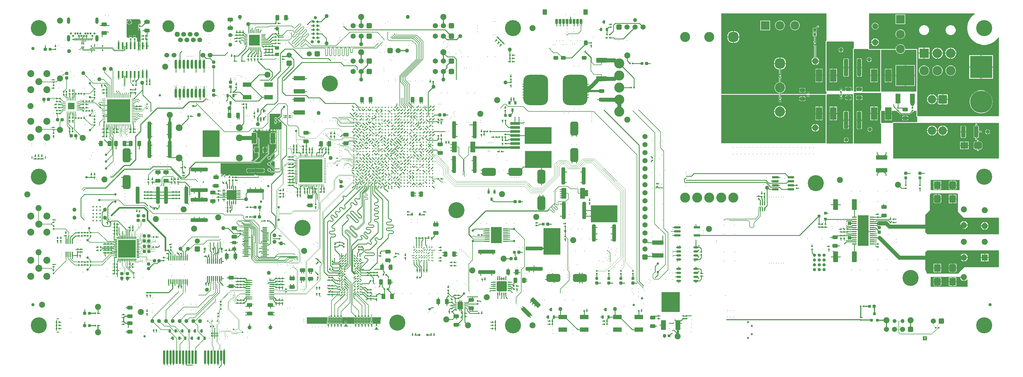
<source format=gtl>
G04*
G04 #@! TF.GenerationSoftware,Altium Limited,Altium Designer,24.1.2 (44)*
G04*
G04 Layer_Physical_Order=1*
G04 Layer_Color=255*
%FSLAX44Y44*%
%MOMM*%
G71*
G04*
G04 #@! TF.SameCoordinates,140FFB89-E29E-458A-976C-A302E020C20F*
G04*
G04*
G04 #@! TF.FilePolarity,Positive*
G04*
G01*
G75*
%ADD10C,0.1270*%
%ADD11C,0.5080*%
%ADD12C,0.2540*%
%ADD16C,0.1524*%
%ADD18C,0.5080*%
%ADD24C,0.3048*%
G04:AMPARAMS|DCode=33|XSize=0.508mm|YSize=0.508mm|CornerRadius=0.1524mm|HoleSize=0mm|Usage=FLASHONLY|Rotation=90.000|XOffset=0mm|YOffset=0mm|HoleType=Round|Shape=RoundedRectangle|*
%AMROUNDEDRECTD33*
21,1,0.5080,0.2032,0,0,90.0*
21,1,0.2032,0.5080,0,0,90.0*
1,1,0.3048,0.1016,0.1016*
1,1,0.3048,0.1016,-0.1016*
1,1,0.3048,-0.1016,-0.1016*
1,1,0.3048,-0.1016,0.1016*
%
%ADD33ROUNDEDRECTD33*%
G04:AMPARAMS|DCode=34|XSize=0.508mm|YSize=0.508mm|CornerRadius=0.1524mm|HoleSize=0mm|Usage=FLASHONLY|Rotation=180.000|XOffset=0mm|YOffset=0mm|HoleType=Round|Shape=RoundedRectangle|*
%AMROUNDEDRECTD34*
21,1,0.5080,0.2032,0,0,180.0*
21,1,0.2032,0.5080,0,0,180.0*
1,1,0.3048,-0.1016,0.1016*
1,1,0.3048,0.1016,0.1016*
1,1,0.3048,0.1016,-0.1016*
1,1,0.3048,-0.1016,-0.1016*
%
%ADD34ROUNDEDRECTD34*%
G04:AMPARAMS|DCode=35|XSize=1.6256mm|YSize=1.1176mm|CornerRadius=0.1397mm|HoleSize=0mm|Usage=FLASHONLY|Rotation=90.000|XOffset=0mm|YOffset=0mm|HoleType=Round|Shape=RoundedRectangle|*
%AMROUNDEDRECTD35*
21,1,1.6256,0.8382,0,0,90.0*
21,1,1.3462,1.1176,0,0,90.0*
1,1,0.2794,0.4191,0.6731*
1,1,0.2794,0.4191,-0.6731*
1,1,0.2794,-0.4191,-0.6731*
1,1,0.2794,-0.4191,0.6731*
%
%ADD35ROUNDEDRECTD35*%
G04:AMPARAMS|DCode=36|XSize=1.143mm|YSize=5.461mm|CornerRadius=0.2858mm|HoleSize=0mm|Usage=FLASHONLY|Rotation=0.000|XOffset=0mm|YOffset=0mm|HoleType=Round|Shape=RoundedRectangle|*
%AMROUNDEDRECTD36*
21,1,1.1430,4.8895,0,0,0.0*
21,1,0.5715,5.4610,0,0,0.0*
1,1,0.5715,0.2858,-2.4448*
1,1,0.5715,-0.2858,-2.4448*
1,1,0.5715,-0.2858,2.4448*
1,1,0.5715,0.2858,2.4448*
%
%ADD36ROUNDEDRECTD36*%
G04:AMPARAMS|DCode=37|XSize=7.8mm|YSize=9.6mm|CornerRadius=1.95mm|HoleSize=0mm|Usage=FLASHONLY|Rotation=0.000|XOffset=0mm|YOffset=0mm|HoleType=Round|Shape=RoundedRectangle|*
%AMROUNDEDRECTD37*
21,1,7.8000,5.7000,0,0,0.0*
21,1,3.9000,9.6000,0,0,0.0*
1,1,3.9000,1.9500,-2.8500*
1,1,3.9000,-1.9500,-2.8500*
1,1,3.9000,-1.9500,2.8500*
1,1,3.9000,1.9500,2.8500*
%
%ADD37ROUNDEDRECTD37*%
%ADD38R,1.5748X3.0480*%
G04:AMPARAMS|DCode=39|XSize=1.524mm|YSize=0.4064mm|CornerRadius=0.0914mm|HoleSize=0mm|Usage=FLASHONLY|Rotation=180.000|XOffset=0mm|YOffset=0mm|HoleType=Round|Shape=RoundedRectangle|*
%AMROUNDEDRECTD39*
21,1,1.5240,0.2235,0,0,180.0*
21,1,1.3411,0.4064,0,0,180.0*
1,1,0.1829,-0.6706,0.1118*
1,1,0.1829,0.6706,0.1118*
1,1,0.1829,0.6706,-0.1118*
1,1,0.1829,-0.6706,-0.1118*
%
%ADD39ROUNDEDRECTD39*%
G04:AMPARAMS|DCode=40|XSize=1.524mm|YSize=0.4064mm|CornerRadius=0.0305mm|HoleSize=0mm|Usage=FLASHONLY|Rotation=0.000|XOffset=0mm|YOffset=0mm|HoleType=Round|Shape=RoundedRectangle|*
%AMROUNDEDRECTD40*
21,1,1.5240,0.3454,0,0,0.0*
21,1,1.4630,0.4064,0,0,0.0*
1,1,0.0610,0.7315,-0.1727*
1,1,0.0610,-0.7315,-0.1727*
1,1,0.0610,-0.7315,0.1727*
1,1,0.0610,0.7315,0.1727*
%
%ADD40ROUNDEDRECTD40*%
G04:AMPARAMS|DCode=41|XSize=0.24mm|YSize=0.6mm|CornerRadius=0.0492mm|HoleSize=0mm|Usage=FLASHONLY|Rotation=90.000|XOffset=0mm|YOffset=0mm|HoleType=Round|Shape=RoundedRectangle|*
%AMROUNDEDRECTD41*
21,1,0.2400,0.5016,0,0,90.0*
21,1,0.1416,0.6000,0,0,90.0*
1,1,0.0984,0.2508,0.0708*
1,1,0.0984,0.2508,-0.0708*
1,1,0.0984,-0.2508,-0.0708*
1,1,0.0984,-0.2508,0.0708*
%
%ADD41ROUNDEDRECTD41*%
%ADD42R,0.7112X1.0160*%
G04:AMPARAMS|DCode=43|XSize=0.8mm|YSize=1.5mm|CornerRadius=0.1mm|HoleSize=0mm|Usage=FLASHONLY|Rotation=0.000|XOffset=0mm|YOffset=0mm|HoleType=Round|Shape=RoundedRectangle|*
%AMROUNDEDRECTD43*
21,1,0.8000,1.3000,0,0,0.0*
21,1,0.6000,1.5000,0,0,0.0*
1,1,0.2000,0.3000,-0.6500*
1,1,0.2000,-0.3000,-0.6500*
1,1,0.2000,-0.3000,0.6500*
1,1,0.2000,0.3000,0.6500*
%
%ADD43ROUNDEDRECTD43*%
G04:AMPARAMS|DCode=44|XSize=0.508mm|YSize=0.508mm|CornerRadius=0.127mm|HoleSize=0mm|Usage=FLASHONLY|Rotation=180.000|XOffset=0mm|YOffset=0mm|HoleType=Round|Shape=RoundedRectangle|*
%AMROUNDEDRECTD44*
21,1,0.5080,0.2540,0,0,180.0*
21,1,0.2540,0.5080,0,0,180.0*
1,1,0.2540,-0.1270,0.1270*
1,1,0.2540,0.1270,0.1270*
1,1,0.2540,0.1270,-0.1270*
1,1,0.2540,-0.1270,-0.1270*
%
%ADD44ROUNDEDRECTD44*%
G04:AMPARAMS|DCode=45|XSize=4.4mm|YSize=2.5mm|CornerRadius=0.625mm|HoleSize=0mm|Usage=FLASHONLY|Rotation=270.000|XOffset=0mm|YOffset=0mm|HoleType=Round|Shape=RoundedRectangle|*
%AMROUNDEDRECTD45*
21,1,4.4000,1.2500,0,0,270.0*
21,1,3.1500,2.5000,0,0,270.0*
1,1,1.2500,-0.6250,-1.5750*
1,1,1.2500,-0.6250,1.5750*
1,1,1.2500,0.6250,1.5750*
1,1,1.2500,0.6250,-1.5750*
%
%ADD45ROUNDEDRECTD45*%
G04:AMPARAMS|DCode=46|XSize=0.95mm|YSize=0.95mm|CornerRadius=0.1758mm|HoleSize=0mm|Usage=FLASHONLY|Rotation=270.000|XOffset=0mm|YOffset=0mm|HoleType=Round|Shape=RoundedRectangle|*
%AMROUNDEDRECTD46*
21,1,0.9500,0.5985,0,0,270.0*
21,1,0.5985,0.9500,0,0,270.0*
1,1,0.3515,-0.2993,-0.2993*
1,1,0.3515,-0.2993,0.2993*
1,1,0.3515,0.2993,0.2993*
1,1,0.3515,0.2993,-0.2993*
%
%ADD46ROUNDEDRECTD46*%
G04:AMPARAMS|DCode=47|XSize=1.6256mm|YSize=1.1176mm|CornerRadius=0.1397mm|HoleSize=0mm|Usage=FLASHONLY|Rotation=180.000|XOffset=0mm|YOffset=0mm|HoleType=Round|Shape=RoundedRectangle|*
%AMROUNDEDRECTD47*
21,1,1.6256,0.8382,0,0,180.0*
21,1,1.3462,1.1176,0,0,180.0*
1,1,0.2794,-0.6731,0.4191*
1,1,0.2794,0.6731,0.4191*
1,1,0.2794,0.6731,-0.4191*
1,1,0.2794,-0.6731,-0.4191*
%
%ADD47ROUNDEDRECTD47*%
%ADD48C,0.4500*%
G04:AMPARAMS|DCode=49|XSize=2.032mm|YSize=0.635mm|CornerRadius=0.0794mm|HoleSize=0mm|Usage=FLASHONLY|Rotation=180.000|XOffset=0mm|YOffset=0mm|HoleType=Round|Shape=RoundedRectangle|*
%AMROUNDEDRECTD49*
21,1,2.0320,0.4763,0,0,180.0*
21,1,1.8733,0.6350,0,0,180.0*
1,1,0.1588,-0.9366,0.2381*
1,1,0.1588,0.9366,0.2381*
1,1,0.1588,0.9366,-0.2381*
1,1,0.1588,-0.9366,-0.2381*
%
%ADD49ROUNDEDRECTD49*%
G04:AMPARAMS|DCode=50|XSize=1.397mm|YSize=3.556mm|CornerRadius=0.1746mm|HoleSize=0mm|Usage=FLASHONLY|Rotation=270.000|XOffset=0mm|YOffset=0mm|HoleType=Round|Shape=RoundedRectangle|*
%AMROUNDEDRECTD50*
21,1,1.3970,3.2068,0,0,270.0*
21,1,1.0478,3.5560,0,0,270.0*
1,1,0.3493,-1.6034,-0.5239*
1,1,0.3493,-1.6034,0.5239*
1,1,0.3493,1.6034,0.5239*
1,1,0.3493,1.6034,-0.5239*
%
%ADD50ROUNDEDRECTD50*%
G04:AMPARAMS|DCode=52|XSize=3.4544mm|YSize=1.5748mm|CornerRadius=0.2598mm|HoleSize=0mm|Usage=FLASHONLY|Rotation=90.000|XOffset=0mm|YOffset=0mm|HoleType=Round|Shape=RoundedRectangle|*
%AMROUNDEDRECTD52*
21,1,3.4544,1.0551,0,0,90.0*
21,1,2.9347,1.5748,0,0,90.0*
1,1,0.5197,0.5276,1.4674*
1,1,0.5197,0.5276,-1.4674*
1,1,0.5197,-0.5276,-1.4674*
1,1,0.5197,-0.5276,1.4674*
%
%ADD52ROUNDEDRECTD52*%
G04:AMPARAMS|DCode=53|XSize=0.508mm|YSize=0.508mm|CornerRadius=0.127mm|HoleSize=0mm|Usage=FLASHONLY|Rotation=270.000|XOffset=0mm|YOffset=0mm|HoleType=Round|Shape=RoundedRectangle|*
%AMROUNDEDRECTD53*
21,1,0.5080,0.2540,0,0,270.0*
21,1,0.2540,0.5080,0,0,270.0*
1,1,0.2540,-0.1270,-0.1270*
1,1,0.2540,-0.1270,0.1270*
1,1,0.2540,0.1270,0.1270*
1,1,0.2540,0.1270,-0.1270*
%
%ADD53ROUNDEDRECTD53*%
%ADD54C,0.3556*%
G04:AMPARAMS|DCode=55|XSize=1.27mm|YSize=1.016mm|CornerRadius=0.127mm|HoleSize=0mm|Usage=FLASHONLY|Rotation=180.000|XOffset=0mm|YOffset=0mm|HoleType=Round|Shape=RoundedRectangle|*
%AMROUNDEDRECTD55*
21,1,1.2700,0.7620,0,0,180.0*
21,1,1.0160,1.0160,0,0,180.0*
1,1,0.2540,-0.5080,0.3810*
1,1,0.2540,0.5080,0.3810*
1,1,0.2540,0.5080,-0.3810*
1,1,0.2540,-0.5080,-0.3810*
%
%ADD55ROUNDEDRECTD55*%
%ADD56R,0.6096X1.0160*%
%ADD57O,0.2300X0.8000*%
%ADD58O,0.8000X0.2300*%
G04:AMPARAMS|DCode=59|XSize=1.524mm|YSize=0.2794mm|CornerRadius=0.0461mm|HoleSize=0mm|Usage=FLASHONLY|Rotation=0.000|XOffset=0mm|YOffset=0mm|HoleType=Round|Shape=RoundedRectangle|*
%AMROUNDEDRECTD59*
21,1,1.5240,0.1872,0,0,0.0*
21,1,1.4318,0.2794,0,0,0.0*
1,1,0.0922,0.7159,-0.0936*
1,1,0.0922,-0.7159,-0.0936*
1,1,0.0922,-0.7159,0.0936*
1,1,0.0922,0.7159,0.0936*
%
%ADD59ROUNDEDRECTD59*%
G04:AMPARAMS|DCode=61|XSize=1.524mm|YSize=0.4064mm|CornerRadius=0.0914mm|HoleSize=0mm|Usage=FLASHONLY|Rotation=270.000|XOffset=0mm|YOffset=0mm|HoleType=Round|Shape=RoundedRectangle|*
%AMROUNDEDRECTD61*
21,1,1.5240,0.2235,0,0,270.0*
21,1,1.3411,0.4064,0,0,270.0*
1,1,0.1829,-0.1118,-0.6706*
1,1,0.1829,-0.1118,0.6706*
1,1,0.1829,0.1118,0.6706*
1,1,0.1829,0.1118,-0.6706*
%
%ADD61ROUNDEDRECTD61*%
%ADD62R,0.8000X0.2500*%
%ADD63R,0.2500X0.8000*%
G04:AMPARAMS|DCode=64|XSize=0.9652mm|YSize=0.9652mm|CornerRadius=0.1786mm|HoleSize=0mm|Usage=FLASHONLY|Rotation=90.000|XOffset=0mm|YOffset=0mm|HoleType=Round|Shape=RoundedRectangle|*
%AMROUNDEDRECTD64*
21,1,0.9652,0.6081,0,0,90.0*
21,1,0.6081,0.9652,0,0,90.0*
1,1,0.3571,0.3040,0.3040*
1,1,0.3571,0.3040,-0.3040*
1,1,0.3571,-0.3040,-0.3040*
1,1,0.3571,-0.3040,0.3040*
%
%ADD64ROUNDEDRECTD64*%
G04:AMPARAMS|DCode=65|XSize=0.508mm|YSize=0.508mm|CornerRadius=0.1524mm|HoleSize=0mm|Usage=FLASHONLY|Rotation=315.000|XOffset=0mm|YOffset=0mm|HoleType=Round|Shape=RoundedRectangle|*
%AMROUNDEDRECTD65*
21,1,0.5080,0.2032,0,0,315.0*
21,1,0.2032,0.5080,0,0,315.0*
1,1,0.3048,0.0000,-0.1437*
1,1,0.3048,-0.1437,0.0000*
1,1,0.3048,0.0000,0.1437*
1,1,0.3048,0.1437,0.0000*
%
%ADD65ROUNDEDRECTD65*%
G04:AMPARAMS|DCode=66|XSize=3.06mm|YSize=0.89mm|CornerRadius=0.2225mm|HoleSize=0mm|Usage=FLASHONLY|Rotation=0.000|XOffset=0mm|YOffset=0mm|HoleType=Round|Shape=RoundedRectangle|*
%AMROUNDEDRECTD66*
21,1,3.0600,0.4450,0,0,0.0*
21,1,2.6150,0.8900,0,0,0.0*
1,1,0.4450,1.3075,-0.2225*
1,1,0.4450,-1.3075,-0.2225*
1,1,0.4450,-1.3075,0.2225*
1,1,0.4450,1.3075,0.2225*
%
%ADD66ROUNDEDRECTD66*%
G04:AMPARAMS|DCode=67|XSize=4.4mm|YSize=2.5mm|CornerRadius=0.625mm|HoleSize=0mm|Usage=FLASHONLY|Rotation=180.000|XOffset=0mm|YOffset=0mm|HoleType=Round|Shape=RoundedRectangle|*
%AMROUNDEDRECTD67*
21,1,4.4000,1.2500,0,0,180.0*
21,1,3.1500,2.5000,0,0,180.0*
1,1,1.2500,-1.5750,0.6250*
1,1,1.2500,1.5750,0.6250*
1,1,1.2500,1.5750,-0.6250*
1,1,1.2500,-1.5750,-0.6250*
%
%ADD67ROUNDEDRECTD67*%
G04:AMPARAMS|DCode=68|XSize=1.143mm|YSize=5.461mm|CornerRadius=0.2858mm|HoleSize=0mm|Usage=FLASHONLY|Rotation=90.000|XOffset=0mm|YOffset=0mm|HoleType=Round|Shape=RoundedRectangle|*
%AMROUNDEDRECTD68*
21,1,1.1430,4.8895,0,0,90.0*
21,1,0.5715,5.4610,0,0,90.0*
1,1,0.5715,2.4448,0.2858*
1,1,0.5715,2.4448,-0.2858*
1,1,0.5715,-2.4448,-0.2858*
1,1,0.5715,-2.4448,0.2858*
%
%ADD68ROUNDEDRECTD68*%
G04:AMPARAMS|DCode=69|XSize=0.9652mm|YSize=0.9652mm|CornerRadius=0.1786mm|HoleSize=0mm|Usage=FLASHONLY|Rotation=0.000|XOffset=0mm|YOffset=0mm|HoleType=Round|Shape=RoundedRectangle|*
%AMROUNDEDRECTD69*
21,1,0.9652,0.6081,0,0,0.0*
21,1,0.6081,0.9652,0,0,0.0*
1,1,0.3571,0.3040,-0.3040*
1,1,0.3571,-0.3040,-0.3040*
1,1,0.3571,-0.3040,0.3040*
1,1,0.3571,0.3040,0.3040*
%
%ADD69ROUNDEDRECTD69*%
G04:AMPARAMS|DCode=71|XSize=1.397mm|YSize=3.556mm|CornerRadius=0.1746mm|HoleSize=0mm|Usage=FLASHONLY|Rotation=45.000|XOffset=0mm|YOffset=0mm|HoleType=Round|Shape=RoundedRectangle|*
%AMROUNDEDRECTD71*
21,1,1.3970,3.2068,0,0,45.0*
21,1,1.0478,3.5560,0,0,45.0*
1,1,0.3493,1.5042,-0.7633*
1,1,0.3493,0.7633,-1.5042*
1,1,0.3493,-1.5042,0.7633*
1,1,0.3493,-0.7633,1.5042*
%
%ADD71ROUNDEDRECTD71*%
G04:AMPARAMS|DCode=72|XSize=3.4mm|YSize=3.4mm|CornerRadius=0mm|HoleSize=0mm|Usage=FLASHONLY|Rotation=0.000|XOffset=0mm|YOffset=0mm|HoleType=Round|Shape=RoundedRectangle|*
%AMROUNDEDRECTD72*
21,1,3.4000,3.4000,0,0,0.0*
21,1,3.4000,3.4000,0,0,0.0*
1,1,0.0000,1.7000,-1.7000*
1,1,0.0000,-1.7000,-1.7000*
1,1,0.0000,-1.7000,1.7000*
1,1,0.0000,1.7000,1.7000*
%
%ADD72ROUNDEDRECTD72*%
G04:AMPARAMS|DCode=73|XSize=0.95mm|YSize=0.95mm|CornerRadius=0.1758mm|HoleSize=0mm|Usage=FLASHONLY|Rotation=0.000|XOffset=0mm|YOffset=0mm|HoleType=Round|Shape=RoundedRectangle|*
%AMROUNDEDRECTD73*
21,1,0.9500,0.5985,0,0,0.0*
21,1,0.5985,0.9500,0,0,0.0*
1,1,0.3515,0.2993,-0.2993*
1,1,0.3515,-0.2993,-0.2993*
1,1,0.3515,-0.2993,0.2993*
1,1,0.3515,0.2993,0.2993*
%
%ADD73ROUNDEDRECTD73*%
%ADD74R,7.4000X7.4000*%
%ADD78R,5.6000X5.6000*%
G04:AMPARAMS|DCode=79|XSize=1.524mm|YSize=0.4064mm|CornerRadius=0.0305mm|HoleSize=0mm|Usage=FLASHONLY|Rotation=270.000|XOffset=0mm|YOffset=0mm|HoleType=Round|Shape=RoundedRectangle|*
%AMROUNDEDRECTD79*
21,1,1.5240,0.3454,0,0,270.0*
21,1,1.4630,0.4064,0,0,270.0*
1,1,0.0610,-0.1727,-0.7315*
1,1,0.0610,-0.1727,0.7315*
1,1,0.0610,0.1727,0.7315*
1,1,0.0610,0.1727,-0.7315*
%
%ADD79ROUNDEDRECTD79*%
%ADD80O,0.2800X0.8500*%
%ADD81O,0.8500X0.2800*%
%ADD82O,0.7620X2.9210*%
G04:AMPARAMS|DCode=83|XSize=2.159mm|YSize=2.4638mm|CornerRadius=0.3562mm|HoleSize=0mm|Usage=FLASHONLY|Rotation=90.000|XOffset=0mm|YOffset=0mm|HoleType=Round|Shape=RoundedRectangle|*
%AMROUNDEDRECTD83*
21,1,2.1590,1.7513,0,0,90.0*
21,1,1.4465,2.4638,0,0,90.0*
1,1,0.7125,0.8757,0.7233*
1,1,0.7125,0.8757,-0.7233*
1,1,0.7125,-0.8757,-0.7233*
1,1,0.7125,-0.8757,0.7233*
%
%ADD83ROUNDEDRECTD83*%
%ADD84R,2.4638X2.1590*%
%ADD85R,0.9652X0.9652*%
G04:AMPARAMS|DCode=86|XSize=3.429mm|YSize=5.08mm|CornerRadius=0.0857mm|HoleSize=0mm|Usage=FLASHONLY|Rotation=0.000|XOffset=0mm|YOffset=0mm|HoleType=Round|Shape=RoundedRectangle|*
%AMROUNDEDRECTD86*
21,1,3.4290,4.9086,0,0,0.0*
21,1,3.2576,5.0800,0,0,0.0*
1,1,0.1715,1.6288,-2.4543*
1,1,0.1715,-1.6288,-2.4543*
1,1,0.1715,-1.6288,2.4543*
1,1,0.1715,1.6288,2.4543*
%
%ADD86ROUNDEDRECTD86*%
G04:AMPARAMS|DCode=87|XSize=1.524mm|YSize=0.2794mm|CornerRadius=0.014mm|HoleSize=0mm|Usage=FLASHONLY|Rotation=0.000|XOffset=0mm|YOffset=0mm|HoleType=Round|Shape=RoundedRectangle|*
%AMROUNDEDRECTD87*
21,1,1.5240,0.2515,0,0,0.0*
21,1,1.4961,0.2794,0,0,0.0*
1,1,0.0279,0.7480,-0.1257*
1,1,0.0279,-0.7480,-0.1257*
1,1,0.0279,-0.7480,0.1257*
1,1,0.0279,0.7480,0.1257*
%
%ADD87ROUNDEDRECTD87*%
%ADD88R,0.9652X0.9652*%
G04:AMPARAMS|DCode=90|XSize=1.5mm|YSize=1.15mm|CornerRadius=0.1438mm|HoleSize=0mm|Usage=FLASHONLY|Rotation=0.000|XOffset=0mm|YOffset=0mm|HoleType=Round|Shape=RoundedRectangle|*
%AMROUNDEDRECTD90*
21,1,1.5000,0.8625,0,0,0.0*
21,1,1.2125,1.1500,0,0,0.0*
1,1,0.2875,0.6063,-0.4313*
1,1,0.2875,-0.6063,-0.4313*
1,1,0.2875,-0.6063,0.4313*
1,1,0.2875,0.6063,0.4313*
%
%ADD90ROUNDEDRECTD90*%
G04:AMPARAMS|DCode=91|XSize=1.15mm|YSize=1.5mm|CornerRadius=0.1438mm|HoleSize=0mm|Usage=FLASHONLY|Rotation=0.000|XOffset=0mm|YOffset=0mm|HoleType=Round|Shape=RoundedRectangle|*
%AMROUNDEDRECTD91*
21,1,1.1500,1.2125,0,0,0.0*
21,1,0.8625,1.5000,0,0,0.0*
1,1,0.2875,0.4313,-0.6063*
1,1,0.2875,-0.4313,-0.6063*
1,1,0.2875,-0.4313,0.6063*
1,1,0.2875,0.4313,0.6063*
%
%ADD91ROUNDEDRECTD91*%
G04:AMPARAMS|DCode=92|XSize=1.4mm|YSize=1.7mm|CornerRadius=0.175mm|HoleSize=0mm|Usage=FLASHONLY|Rotation=0.000|XOffset=0mm|YOffset=0mm|HoleType=Round|Shape=RoundedRectangle|*
%AMROUNDEDRECTD92*
21,1,1.4000,1.3500,0,0,0.0*
21,1,1.0500,1.7000,0,0,0.0*
1,1,0.3500,0.5250,-0.6750*
1,1,0.3500,-0.5250,-0.6750*
1,1,0.3500,-0.5250,0.6750*
1,1,0.3500,0.5250,0.6750*
%
%ADD92ROUNDEDRECTD92*%
G04:AMPARAMS|DCode=93|XSize=0.8mm|YSize=1.5mm|CornerRadius=0.04mm|HoleSize=0mm|Usage=FLASHONLY|Rotation=0.000|XOffset=0mm|YOffset=0mm|HoleType=Round|Shape=RoundedRectangle|*
%AMROUNDEDRECTD93*
21,1,0.8000,1.4200,0,0,0.0*
21,1,0.7200,1.5000,0,0,0.0*
1,1,0.0800,0.3600,-0.7100*
1,1,0.0800,-0.3600,-0.7100*
1,1,0.0800,-0.3600,0.7100*
1,1,0.0800,0.3600,0.7100*
%
%ADD93ROUNDEDRECTD93*%
G04:AMPARAMS|DCode=94|XSize=0.7112mm|YSize=0.3048mm|CornerRadius=0.0152mm|HoleSize=0mm|Usage=FLASHONLY|Rotation=0.000|XOffset=0mm|YOffset=0mm|HoleType=Round|Shape=RoundedRectangle|*
%AMROUNDEDRECTD94*
21,1,0.7112,0.2743,0,0,0.0*
21,1,0.6807,0.3048,0,0,0.0*
1,1,0.0305,0.3404,-0.1372*
1,1,0.0305,-0.3404,-0.1372*
1,1,0.0305,-0.3404,0.1372*
1,1,0.0305,0.3404,0.1372*
%
%ADD94ROUNDEDRECTD94*%
G04:AMPARAMS|DCode=95|XSize=0.7112mm|YSize=0.3048mm|CornerRadius=0.0381mm|HoleSize=0mm|Usage=FLASHONLY|Rotation=0.000|XOffset=0mm|YOffset=0mm|HoleType=Round|Shape=RoundedRectangle|*
%AMROUNDEDRECTD95*
21,1,0.7112,0.2286,0,0,0.0*
21,1,0.6350,0.3048,0,0,0.0*
1,1,0.0762,0.3175,-0.1143*
1,1,0.0762,-0.3175,-0.1143*
1,1,0.0762,-0.3175,0.1143*
1,1,0.0762,0.3175,0.1143*
%
%ADD95ROUNDEDRECTD95*%
%ADD96O,0.4000X1.8000*%
%ADD97R,2.1000X2.1000*%
%ADD98O,0.2000X0.8000*%
%ADD99O,0.8000X0.2000*%
%ADD100R,2.0320X0.6350*%
G04:AMPARAMS|DCode=101|XSize=1.1938mm|YSize=0.3937mm|CornerRadius=0.0197mm|HoleSize=0mm|Usage=FLASHONLY|Rotation=270.000|XOffset=0mm|YOffset=0mm|HoleType=Round|Shape=RoundedRectangle|*
%AMROUNDEDRECTD101*
21,1,1.1938,0.3543,0,0,270.0*
21,1,1.1544,0.3937,0,0,270.0*
1,1,0.0394,-0.1772,-0.5772*
1,1,0.0394,-0.1772,0.5772*
1,1,0.0394,0.1772,0.5772*
1,1,0.0394,0.1772,-0.5772*
%
%ADD101ROUNDEDRECTD101*%
G04:AMPARAMS|DCode=102|XSize=1.1938mm|YSize=0.3937mm|CornerRadius=0.065mm|HoleSize=0mm|Usage=FLASHONLY|Rotation=270.000|XOffset=0mm|YOffset=0mm|HoleType=Round|Shape=RoundedRectangle|*
%AMROUNDEDRECTD102*
21,1,1.1938,0.2638,0,0,270.0*
21,1,1.0639,0.3937,0,0,270.0*
1,1,0.1299,-0.1319,-0.5319*
1,1,0.1299,-0.1319,0.5319*
1,1,0.1299,0.1319,0.5319*
1,1,0.1299,0.1319,-0.5319*
%
%ADD102ROUNDEDRECTD102*%
G04:AMPARAMS|DCode=104|XSize=0.7112mm|YSize=0.3048mm|CornerRadius=0.0152mm|HoleSize=0mm|Usage=FLASHONLY|Rotation=270.000|XOffset=0mm|YOffset=0mm|HoleType=Round|Shape=RoundedRectangle|*
%AMROUNDEDRECTD104*
21,1,0.7112,0.2743,0,0,270.0*
21,1,0.6807,0.3048,0,0,270.0*
1,1,0.0305,-0.1372,-0.3404*
1,1,0.0305,-0.1372,0.3404*
1,1,0.0305,0.1372,0.3404*
1,1,0.0305,0.1372,-0.3404*
%
%ADD104ROUNDEDRECTD104*%
G04:AMPARAMS|DCode=105|XSize=0.7112mm|YSize=0.3048mm|CornerRadius=0.0381mm|HoleSize=0mm|Usage=FLASHONLY|Rotation=270.000|XOffset=0mm|YOffset=0mm|HoleType=Round|Shape=RoundedRectangle|*
%AMROUNDEDRECTD105*
21,1,0.7112,0.2286,0,0,270.0*
21,1,0.6350,0.3048,0,0,270.0*
1,1,0.0762,-0.1143,-0.3175*
1,1,0.0762,-0.1143,0.3175*
1,1,0.0762,0.1143,0.3175*
1,1,0.0762,0.1143,-0.3175*
%
%ADD105ROUNDEDRECTD105*%
%ADD106R,0.3500X0.7000*%
%ADD108R,0.3000X0.5500*%
%ADD109R,0.4000X0.5500*%
%ADD111R,2.1590X2.4638*%
G04:AMPARAMS|DCode=112|XSize=2.159mm|YSize=2.4638mm|CornerRadius=0.3562mm|HoleSize=0mm|Usage=FLASHONLY|Rotation=180.000|XOffset=0mm|YOffset=0mm|HoleType=Round|Shape=RoundedRectangle|*
%AMROUNDEDRECTD112*
21,1,2.1590,1.7513,0,0,180.0*
21,1,1.4465,2.4638,0,0,180.0*
1,1,0.7125,-0.7233,0.8757*
1,1,0.7125,0.7233,0.8757*
1,1,0.7125,0.7233,-0.8757*
1,1,0.7125,-0.7233,-0.8757*
%
%ADD112ROUNDEDRECTD112*%
%ADD113O,1.6000X0.3000*%
G04:AMPARAMS|DCode=114|XSize=3.4544mm|YSize=1.5748mm|CornerRadius=0.2598mm|HoleSize=0mm|Usage=FLASHONLY|Rotation=0.000|XOffset=0mm|YOffset=0mm|HoleType=Round|Shape=RoundedRectangle|*
%AMROUNDEDRECTD114*
21,1,3.4544,1.0551,0,0,0.0*
21,1,2.9347,1.5748,0,0,0.0*
1,1,0.5197,1.4674,-0.5276*
1,1,0.5197,-1.4674,-0.5276*
1,1,0.5197,-1.4674,0.5276*
1,1,0.5197,1.4674,0.5276*
%
%ADD114ROUNDEDRECTD114*%
G04:AMPARAMS|DCode=115|XSize=1.397mm|YSize=5.461mm|CornerRadius=0.1746mm|HoleSize=0mm|Usage=FLASHONLY|Rotation=0.000|XOffset=0mm|YOffset=0mm|HoleType=Round|Shape=RoundedRectangle|*
%AMROUNDEDRECTD115*
21,1,1.3970,5.1118,0,0,0.0*
21,1,1.0478,5.4610,0,0,0.0*
1,1,0.3493,0.5239,-2.5559*
1,1,0.3493,-0.5239,-2.5559*
1,1,0.3493,-0.5239,2.5559*
1,1,0.3493,0.5239,2.5559*
%
%ADD115ROUNDEDRECTD115*%
G04:AMPARAMS|DCode=117|XSize=1.397mm|YSize=3.556mm|CornerRadius=0.1746mm|HoleSize=0mm|Usage=FLASHONLY|Rotation=0.000|XOffset=0mm|YOffset=0mm|HoleType=Round|Shape=RoundedRectangle|*
%AMROUNDEDRECTD117*
21,1,1.3970,3.2068,0,0,0.0*
21,1,1.0478,3.5560,0,0,0.0*
1,1,0.3493,0.5239,-1.6034*
1,1,0.3493,-0.5239,-1.6034*
1,1,0.3493,-0.5239,1.6034*
1,1,0.3493,0.5239,1.6034*
%
%ADD117ROUNDEDRECTD117*%
G04:AMPARAMS|DCode=119|XSize=0.7mm|YSize=4.2mm|CornerRadius=0.0875mm|HoleSize=0mm|Usage=FLASHONLY|Rotation=0.000|XOffset=0mm|YOffset=0mm|HoleType=Round|Shape=RoundedRectangle|*
%AMROUNDEDRECTD119*
21,1,0.7000,4.0250,0,0,0.0*
21,1,0.5250,4.2000,0,0,0.0*
1,1,0.1750,0.2625,-2.0125*
1,1,0.1750,-0.2625,-2.0125*
1,1,0.1750,-0.2625,2.0125*
1,1,0.1750,0.2625,2.0125*
%
%ADD119ROUNDEDRECTD119*%
G04:AMPARAMS|DCode=120|XSize=0.7mm|YSize=3.2mm|CornerRadius=0.0875mm|HoleSize=0mm|Usage=FLASHONLY|Rotation=0.000|XOffset=0mm|YOffset=0mm|HoleType=Round|Shape=RoundedRectangle|*
%AMROUNDEDRECTD120*
21,1,0.7000,3.0250,0,0,0.0*
21,1,0.5250,3.2000,0,0,0.0*
1,1,0.1750,0.2625,-1.5125*
1,1,0.1750,-0.2625,-1.5125*
1,1,0.1750,-0.2625,1.5125*
1,1,0.1750,0.2625,1.5125*
%
%ADD120ROUNDEDRECTD120*%
G04:AMPARAMS|DCode=121|XSize=0.7mm|YSize=4.2mm|CornerRadius=0.035mm|HoleSize=0mm|Usage=FLASHONLY|Rotation=0.000|XOffset=0mm|YOffset=0mm|HoleType=Round|Shape=RoundedRectangle|*
%AMROUNDEDRECTD121*
21,1,0.7000,4.1300,0,0,0.0*
21,1,0.6300,4.2000,0,0,0.0*
1,1,0.0700,0.3150,-2.0650*
1,1,0.0700,-0.3150,-2.0650*
1,1,0.0700,-0.3150,2.0650*
1,1,0.0700,0.3150,2.0650*
%
%ADD121ROUNDEDRECTD121*%
%ADD122C,2.1590*%
G04:AMPARAMS|DCode=167|XSize=3.15mm|YSize=3.15mm|CornerRadius=0.1575mm|HoleSize=0mm|Usage=FLASHONLY|Rotation=0.000|XOffset=0mm|YOffset=0mm|HoleType=Round|Shape=RoundedRectangle|*
%AMROUNDEDRECTD167*
21,1,3.1500,2.8350,0,0,0.0*
21,1,2.8350,3.1500,0,0,0.0*
1,1,0.3150,1.4175,-1.4175*
1,1,0.3150,-1.4175,-1.4175*
1,1,0.3150,-1.4175,1.4175*
1,1,0.3150,1.4175,1.4175*
%
%ADD167ROUNDEDRECTD167*%
%ADD177R,3.1500X3.1500*%
%ADD238C,0.7620*%
%ADD253C,0.6604*%
%ADD256C,0.1513*%
%ADD257C,0.1099*%
%ADD258C,0.2258*%
%ADD259C,0.1782*%
%ADD260R,5.8420X6.3500*%
%ADD261C,1.2700*%
G04:AMPARAMS|DCode=262|XSize=2.4mm|YSize=1.65mm|CornerRadius=0.0413mm|HoleSize=0mm|Usage=FLASHONLY|Rotation=90.000|XOffset=0mm|YOffset=0mm|HoleType=Round|Shape=RoundedRectangle|*
%AMROUNDEDRECTD262*
21,1,2.4000,1.5675,0,0,90.0*
21,1,2.3175,1.6500,0,0,90.0*
1,1,0.0825,0.7838,1.1588*
1,1,0.0825,0.7838,-1.1588*
1,1,0.0825,-0.7838,-1.1588*
1,1,0.0825,-0.7838,1.1588*
%
%ADD262ROUNDEDRECTD262*%
%ADD263O,1.5500X0.6000*%
%ADD264R,0.1270X0.2540*%
%ADD265C,0.8000*%
G04:AMPARAMS|DCode=266|XSize=0.41mm|YSize=1.6mm|CornerRadius=0.041mm|HoleSize=0mm|Usage=FLASHONLY|Rotation=180.000|XOffset=0mm|YOffset=0mm|HoleType=Round|Shape=RoundedRectangle|*
%AMROUNDEDRECTD266*
21,1,0.4100,1.5180,0,0,180.0*
21,1,0.3280,1.6000,0,0,180.0*
1,1,0.0820,-0.1640,0.7590*
1,1,0.0820,0.1640,0.7590*
1,1,0.0820,0.1640,-0.7590*
1,1,0.0820,-0.1640,-0.7590*
%
%ADD266ROUNDEDRECTD266*%
%ADD267R,8.5400X5.3500*%
G04:AMPARAMS|DCode=268|XSize=0.35mm|YSize=1mm|CornerRadius=0.0875mm|HoleSize=0mm|Usage=FLASHONLY|Rotation=0.000|XOffset=0mm|YOffset=0mm|HoleType=Round|Shape=RoundedRectangle|*
%AMROUNDEDRECTD268*
21,1,0.3500,0.8250,0,0,0.0*
21,1,0.1750,1.0000,0,0,0.0*
1,1,0.1750,0.0875,-0.4125*
1,1,0.1750,-0.0875,-0.4125*
1,1,0.1750,-0.0875,0.4125*
1,1,0.1750,0.0875,0.4125*
%
%ADD268ROUNDEDRECTD268*%
%ADD269C,0.4000*%
G04:AMPARAMS|DCode=270|XSize=0.95mm|YSize=0.3mm|CornerRadius=0.075mm|HoleSize=0mm|Usage=FLASHONLY|Rotation=0.000|XOffset=0mm|YOffset=0mm|HoleType=Round|Shape=RoundedRectangle|*
%AMROUNDEDRECTD270*
21,1,0.9500,0.1500,0,0,0.0*
21,1,0.8000,0.3000,0,0,0.0*
1,1,0.1500,0.4000,-0.0750*
1,1,0.1500,-0.4000,-0.0750*
1,1,0.1500,-0.4000,0.0750*
1,1,0.1500,0.4000,0.0750*
%
%ADD270ROUNDEDRECTD270*%
%ADD271R,0.5590X2.2990*%
G04:AMPARAMS|DCode=272|XSize=0.4mm|YSize=0.7mm|CornerRadius=0.05mm|HoleSize=0mm|Usage=FLASHONLY|Rotation=90.000|XOffset=0mm|YOffset=0mm|HoleType=Round|Shape=RoundedRectangle|*
%AMROUNDEDRECTD272*
21,1,0.4000,0.6000,0,0,90.0*
21,1,0.3000,0.7000,0,0,90.0*
1,1,0.1000,0.3000,0.1500*
1,1,0.1000,0.3000,-0.1500*
1,1,0.1000,-0.3000,-0.1500*
1,1,0.1000,-0.3000,0.1500*
%
%ADD272ROUNDEDRECTD272*%
G04:AMPARAMS|DCode=273|XSize=0.4mm|YSize=0.4mm|CornerRadius=0.15mm|HoleSize=0mm|Usage=FLASHONLY|Rotation=0.000|XOffset=0mm|YOffset=0mm|HoleType=Round|Shape=RoundedRectangle|*
%AMROUNDEDRECTD273*
21,1,0.4000,0.1000,0,0,0.0*
21,1,0.1000,0.4000,0,0,0.0*
1,1,0.3000,0.0500,-0.0500*
1,1,0.3000,-0.0500,-0.0500*
1,1,0.3000,-0.0500,0.0500*
1,1,0.3000,0.0500,0.0500*
%
%ADD273ROUNDEDRECTD273*%
%ADD274R,2.7500X1.4000*%
G04:AMPARAMS|DCode=275|XSize=0.4572mm|YSize=0.2286mm|CornerRadius=0mm|HoleSize=0mm|Usage=FLASHONLY|Rotation=135.000|XOffset=0mm|YOffset=0mm|HoleType=Round|Shape=Rectangle|*
%AMROTATEDRECTD275*
4,1,4,0.2425,-0.0808,0.0808,-0.2425,-0.2425,0.0808,-0.0808,0.2425,0.2425,-0.0808,0.0*
%
%ADD275ROTATEDRECTD275*%

G04:AMPARAMS|DCode=276|XSize=0.4572mm|YSize=0.2286mm|CornerRadius=0mm|HoleSize=0mm|Usage=FLASHONLY|Rotation=45.000|XOffset=0mm|YOffset=0mm|HoleType=Round|Shape=Rectangle|*
%AMROTATEDRECTD276*
4,1,4,-0.0808,-0.2425,-0.2425,-0.0808,0.0808,0.2425,0.2425,0.0808,-0.0808,-0.2425,0.0*
%
%ADD276ROTATEDRECTD276*%

%ADD277R,0.4572X0.2286*%
%ADD278R,0.2286X0.4572*%
G04:AMPARAMS|DCode=279|XSize=0.3mm|YSize=0.45mm|CornerRadius=0.075mm|HoleSize=0mm|Usage=FLASHONLY|Rotation=180.000|XOffset=0mm|YOffset=0mm|HoleType=Round|Shape=RoundedRectangle|*
%AMROUNDEDRECTD279*
21,1,0.3000,0.3000,0,0,180.0*
21,1,0.1500,0.4500,0,0,180.0*
1,1,0.1500,-0.0750,0.1500*
1,1,0.1500,0.0750,0.1500*
1,1,0.1500,0.0750,-0.1500*
1,1,0.1500,-0.0750,-0.1500*
%
%ADD279ROUNDEDRECTD279*%
G04:AMPARAMS|DCode=280|XSize=0.8mm|YSize=0.9mm|CornerRadius=0.08mm|HoleSize=0mm|Usage=FLASHONLY|Rotation=180.000|XOffset=0mm|YOffset=0mm|HoleType=Round|Shape=RoundedRectangle|*
%AMROUNDEDRECTD280*
21,1,0.8000,0.7400,0,0,180.0*
21,1,0.6400,0.9000,0,0,180.0*
1,1,0.1600,-0.3200,0.3700*
1,1,0.1600,0.3200,0.3700*
1,1,0.1600,0.3200,-0.3700*
1,1,0.1600,-0.3200,-0.3700*
%
%ADD280ROUNDEDRECTD280*%
G04:AMPARAMS|DCode=281|XSize=0.8mm|YSize=0.9mm|CornerRadius=0.08mm|HoleSize=0mm|Usage=FLASHONLY|Rotation=270.000|XOffset=0mm|YOffset=0mm|HoleType=Round|Shape=RoundedRectangle|*
%AMROUNDEDRECTD281*
21,1,0.8000,0.7400,0,0,270.0*
21,1,0.6400,0.9000,0,0,270.0*
1,1,0.1600,-0.3700,-0.3200*
1,1,0.1600,-0.3700,0.3200*
1,1,0.1600,0.3700,0.3200*
1,1,0.1600,0.3700,-0.3200*
%
%ADD281ROUNDEDRECTD281*%
%ADD282R,3.4000X9.7000*%
%ADD283R,2.0000X4.0000*%
G04:AMPARAMS|DCode=284|XSize=0.35mm|YSize=1mm|CornerRadius=0.0875mm|HoleSize=0mm|Usage=FLASHONLY|Rotation=90.000|XOffset=0mm|YOffset=0mm|HoleType=Round|Shape=RoundedRectangle|*
%AMROUNDEDRECTD284*
21,1,0.3500,0.8250,0,0,90.0*
21,1,0.1750,1.0000,0,0,90.0*
1,1,0.1750,0.4125,0.0875*
1,1,0.1750,0.4125,-0.0875*
1,1,0.1750,-0.4125,-0.0875*
1,1,0.1750,-0.4125,0.0875*
%
%ADD284ROUNDEDRECTD284*%
%ADD285C,1.0160*%
%ADD286R,0.2540X0.1270*%
%ADD287C,0.0949*%
%ADD288C,0.6350*%
%ADD289C,0.2258*%
%ADD290C,0.1398*%
%ADD291C,0.1513*%
%ADD292C,1.2700*%
%ADD293C,0.2032*%
%ADD294C,0.0670*%
%ADD295C,0.0762*%
%ADD296C,5.0800*%
%ADD297C,1.6510*%
%ADD298C,1.9050*%
%ADD299C,1.5240*%
G04:AMPARAMS|DCode=300|XSize=1.651mm|YSize=1.651mm|CornerRadius=0.2724mm|HoleSize=0mm|Usage=FLASHONLY|Rotation=0.000|XOffset=0mm|YOffset=0mm|HoleType=Round|Shape=RoundedRectangle|*
%AMROUNDEDRECTD300*
21,1,1.6510,1.1062,0,0,0.0*
21,1,1.1062,1.6510,0,0,0.0*
1,1,0.5448,0.5531,-0.5531*
1,1,0.5448,-0.5531,-0.5531*
1,1,0.5448,-0.5531,0.5531*
1,1,0.5448,0.5531,0.5531*
%
%ADD300ROUNDEDRECTD300*%
%ADD301C,3.1750*%
G04:AMPARAMS|DCode=302|XSize=1.651mm|YSize=1.651mm|CornerRadius=0.2724mm|HoleSize=0mm|Usage=FLASHONLY|Rotation=90.000|XOffset=0mm|YOffset=0mm|HoleType=Round|Shape=RoundedRectangle|*
%AMROUNDEDRECTD302*
21,1,1.6510,1.1062,0,0,90.0*
21,1,1.1062,1.6510,0,0,90.0*
1,1,0.5448,0.5531,0.5531*
1,1,0.5448,0.5531,-0.5531*
1,1,0.5448,-0.5531,-0.5531*
1,1,0.5448,-0.5531,0.5531*
%
%ADD302ROUNDEDRECTD302*%
%ADD303C,0.6000*%
%ADD304C,2.2000*%
G04:AMPARAMS|DCode=305|XSize=3.175mm|YSize=3.175mm|CornerRadius=1.1906mm|HoleSize=0mm|Usage=FLASHONLY|Rotation=270.000|XOffset=0mm|YOffset=0mm|HoleType=Round|Shape=RoundedRectangle|*
%AMROUNDEDRECTD305*
21,1,3.1750,0.7938,0,0,270.0*
21,1,0.7938,3.1750,0,0,270.0*
1,1,2.3813,-0.3969,-0.3969*
1,1,2.3813,-0.3969,0.3969*
1,1,2.3813,0.3969,0.3969*
1,1,2.3813,0.3969,-0.3969*
%
%ADD305ROUNDEDRECTD305*%
G04:AMPARAMS|DCode=306|XSize=1.524mm|YSize=1.524mm|CornerRadius=0mm|HoleSize=0mm|Usage=FLASHONLY|Rotation=180.000|XOffset=0mm|YOffset=0mm|HoleType=Round|Shape=Octagon|*
%AMOCTAGOND306*
4,1,8,-0.7620,0.3810,-0.7620,-0.3810,-0.3810,-0.7620,0.3810,-0.7620,0.7620,-0.3810,0.7620,0.3810,0.3810,0.7620,-0.3810,0.7620,-0.7620,0.3810,0.0*
%
%ADD306OCTAGOND306*%

%ADD307C,3.8100*%
%ADD308C,1.0000*%
%ADD309R,2.7750X2.7750*%
%ADD310C,2.7750*%
%ADD311O,1.0160X2.0320*%
%ADD312R,1.9050X1.9050*%
G04:AMPARAMS|DCode=313|XSize=3.175mm|YSize=3.175mm|CornerRadius=1.1906mm|HoleSize=0mm|Usage=FLASHONLY|Rotation=180.000|XOffset=0mm|YOffset=0mm|HoleType=Round|Shape=RoundedRectangle|*
%AMROUNDEDRECTD313*
21,1,3.1750,0.7938,0,0,180.0*
21,1,0.7938,3.1750,0,0,180.0*
1,1,2.3813,-0.3969,0.3969*
1,1,2.3813,0.3969,0.3969*
1,1,2.3813,0.3969,-0.3969*
1,1,2.3813,-0.3969,-0.3969*
%
%ADD313ROUNDEDRECTD313*%
%ADD314C,6.9850*%
%ADD315R,6.9850X6.9850*%
%ADD316R,2.7750X2.7750*%
%ADD317C,3.0000*%
%ADD318R,3.0000X3.0000*%
G04:AMPARAMS|DCode=319|XSize=2.667mm|YSize=2.667mm|CornerRadius=0.1333mm|HoleSize=0mm|Usage=FLASHONLY|Rotation=270.000|XOffset=0mm|YOffset=0mm|HoleType=Round|Shape=RoundedRectangle|*
%AMROUNDEDRECTD319*
21,1,2.6670,2.4003,0,0,270.0*
21,1,2.4003,2.6670,0,0,270.0*
1,1,0.2667,-1.2002,-1.2002*
1,1,0.2667,-1.2002,1.2002*
1,1,0.2667,1.2002,1.2002*
1,1,0.2667,1.2002,-1.2002*
%
%ADD319ROUNDEDRECTD319*%
%ADD320C,2.6670*%
%ADD321C,0.3048*%
%ADD322C,0.6350*%
%ADD323C,0.5000*%
%ADD324C,0.5588*%
G36*
X382270Y1023620D02*
Y1012342D01*
X381000Y1012089D01*
X380829Y1012503D01*
X380043Y1013289D01*
X379016Y1013714D01*
X377904D01*
X376877Y1013289D01*
X376091Y1012503D01*
X375666Y1011476D01*
Y1010364D01*
X375870Y1009871D01*
Y1008648D01*
X375359Y1008306D01*
X374797Y1007466D01*
X374600Y1006475D01*
Y1003935D01*
X374797Y1002944D01*
X375359Y1002104D01*
X376199Y1001542D01*
X376877Y1001407D01*
Y1000113D01*
X376199Y999978D01*
X375359Y999416D01*
X374797Y998576D01*
X374600Y997585D01*
Y997585D01*
X378460D01*
Y996315D01*
X379730D01*
Y992455D01*
X380721Y992652D01*
X381000Y992839D01*
X382270Y992163D01*
Y976529D01*
X382016Y975916D01*
Y974804D01*
X382270Y974191D01*
Y966369D01*
X382016Y965756D01*
Y964644D01*
X382270Y964031D01*
Y929640D01*
X371691D01*
X371570Y930073D01*
X371705Y930362D01*
X372566Y931225D01*
X374650D01*
Y943990D01*
X375920D01*
D01*
X374650D01*
Y956755D01*
X372110D01*
X371855Y956755D01*
X370840Y957371D01*
Y969010D01*
X366048D01*
X365662Y970280D01*
X366250Y970673D01*
X366868Y971597D01*
X367034Y972433D01*
X359406D01*
X359572Y971597D01*
X360190Y970673D01*
X360778Y970280D01*
X360392Y969010D01*
X353719D01*
X353334Y970280D01*
X353550Y970425D01*
X354168Y971349D01*
X354334Y972185D01*
X346706D01*
X346872Y971349D01*
X347490Y970425D01*
X347706Y970280D01*
X347321Y969010D01*
X341630D01*
X337820Y972820D01*
Y1027430D01*
X378460D01*
X382270Y1023620D01*
D02*
G37*
G36*
X2800253Y930860D02*
X2835860D01*
Y798830D01*
X2724150D01*
Y930860D01*
X2769963D01*
X2770194Y930906D01*
X2770545Y929142D01*
X2771687Y926386D01*
X2773344Y923905D01*
X2775453Y921796D01*
X2777934Y920138D01*
X2780690Y918997D01*
X2783616Y918415D01*
X2786600D01*
X2789525Y918997D01*
X2792282Y920138D01*
X2794762Y921796D01*
X2796872Y923905D01*
X2798529Y926386D01*
X2799671Y929142D01*
X2800022Y930906D01*
X2800253Y930860D01*
D02*
G37*
G36*
X2637790Y936040D02*
X2636799Y935843D01*
X2635959Y935281D01*
X2635397Y934441D01*
X2635200Y933450D01*
Y801370D01*
X2631290D01*
X2630222Y802513D01*
Y805434D01*
X2611322D01*
Y802513D01*
X2610254Y801370D01*
X2599964D01*
X2599256Y801843D01*
X2598504Y801993D01*
Y803287D01*
X2599256Y803437D01*
X2600180Y804055D01*
X2600798Y804979D01*
X2600964Y805815D01*
X2593336D01*
X2593502Y804979D01*
X2594120Y804055D01*
X2595044Y803437D01*
X2595796Y803287D01*
Y801993D01*
X2595044Y801843D01*
X2594336Y801370D01*
X2551430D01*
Y957580D01*
X2637790D01*
Y936040D01*
D02*
G37*
G36*
X2683658Y932459D02*
X2684219Y931619D01*
X2685059Y931057D01*
X2686050Y930860D01*
X2721560D01*
Y798830D01*
X2663688D01*
X2663486Y799079D01*
X2663462Y800590D01*
X2664051Y801472D01*
X2664258Y802513D01*
Y805434D01*
X2645358D01*
Y802513D01*
X2645565Y801472D01*
X2646154Y800590D01*
X2646130Y799079D01*
X2645928Y798830D01*
X2637790D01*
Y933450D01*
X2683460D01*
X2683658Y932459D01*
D02*
G37*
G36*
X2551430Y960170D02*
X2550439Y959973D01*
X2549599Y959411D01*
X2549037Y958571D01*
X2548840Y957580D01*
Y801370D01*
X2549037Y800379D01*
X2549599Y799539D01*
X2550439Y798977D01*
X2551430Y798780D01*
Y791210D01*
X2497589D01*
X2497317Y791481D01*
X2496743Y792480D01*
X2496870Y793115D01*
X2489150D01*
X2489277Y792480D01*
X2488703Y791481D01*
X2488431Y791210D01*
X2406700D01*
Y794564D01*
X2409111Y795044D01*
X2412231Y796336D01*
X2415039Y798213D01*
X2417427Y800601D01*
X2419304Y803409D01*
X2420596Y806529D01*
X2421255Y809841D01*
Y813219D01*
X2420596Y816531D01*
X2419304Y819651D01*
X2417427Y822459D01*
X2415039Y824847D01*
X2412231Y826724D01*
X2409111Y828016D01*
X2406700Y828496D01*
Y841260D01*
X2407140Y841555D01*
X2407758Y842479D01*
X2407975Y843569D01*
Y845601D01*
X2407758Y846691D01*
X2407140Y847615D01*
X2406216Y848233D01*
X2405464Y848383D01*
Y849677D01*
X2406216Y849827D01*
X2407140Y850445D01*
X2407758Y851369D01*
X2407924Y852205D01*
X2400296D01*
X2400462Y851369D01*
X2401080Y850445D01*
X2402004Y849827D01*
X2402756Y849677D01*
Y848383D01*
X2402004Y848233D01*
X2401080Y847615D01*
X2400462Y846691D01*
X2400245Y845601D01*
Y843569D01*
X2400462Y842479D01*
X2401080Y841555D01*
X2401520Y841260D01*
Y828496D01*
X2399109Y828016D01*
X2395989Y826724D01*
X2393181Y824847D01*
X2390793Y822459D01*
X2388916Y819651D01*
X2387624Y816531D01*
X2386965Y813219D01*
Y809841D01*
X2387624Y806529D01*
X2388916Y803409D01*
X2390793Y800601D01*
X2393181Y798213D01*
X2395989Y796336D01*
X2399109Y795044D01*
X2401520Y794564D01*
Y791210D01*
X2218690D01*
Y1046111D01*
X2551430D01*
Y960170D01*
D02*
G37*
G36*
X2548840Y635508D02*
X2218690D01*
Y788620D01*
X2401520D01*
Y781200D01*
X2401080Y780905D01*
X2400462Y779981D01*
X2400245Y778891D01*
Y776859D01*
X2400462Y775769D01*
X2401080Y774845D01*
X2402004Y774227D01*
X2402756Y774077D01*
Y772783D01*
X2402004Y772633D01*
X2401080Y772015D01*
X2400462Y771091D01*
X2400296Y770255D01*
X2407924D01*
X2407758Y771091D01*
X2407140Y772015D01*
X2406216Y772633D01*
X2405464Y772783D01*
Y774077D01*
X2406216Y774227D01*
X2407140Y774845D01*
X2407758Y775769D01*
X2407975Y776859D01*
Y778891D01*
X2407758Y779981D01*
X2407140Y780905D01*
X2406700Y781200D01*
Y788620D01*
X2488431D01*
X2488921Y788158D01*
X2489277Y787400D01*
X2489150Y786765D01*
X2496870D01*
X2496743Y787400D01*
X2497099Y788158D01*
X2497589Y788620D01*
X2548840D01*
Y635508D01*
D02*
G37*
G36*
X2635200Y635000D02*
X2551430D01*
Y788620D01*
X2552421Y788817D01*
X2553261Y789379D01*
X2553823Y790219D01*
X2553852Y790368D01*
X2592252D01*
X2593295Y789098D01*
X2593285Y789051D01*
Y787019D01*
X2593502Y785929D01*
X2594120Y785005D01*
X2595044Y784387D01*
X2595796Y784237D01*
Y782943D01*
X2595044Y782793D01*
X2594120Y782175D01*
X2593502Y781251D01*
X2593336Y780415D01*
X2600964D01*
X2600798Y781251D01*
X2600180Y782175D01*
X2599256Y782793D01*
X2598504Y782943D01*
Y784237D01*
X2599256Y784387D01*
X2600180Y785005D01*
X2600798Y785929D01*
X2601015Y787019D01*
Y789051D01*
X2601005Y789098D01*
X2602048Y790368D01*
X2635200D01*
Y635000D01*
D02*
G37*
G36*
X2835860Y721360D02*
X2836057Y720369D01*
X2836619Y719529D01*
X2837459Y718967D01*
X2838450Y718770D01*
Y702360D01*
X2762250D01*
X2761259Y702163D01*
X2760419Y701601D01*
X2759857Y700761D01*
X2759660Y699770D01*
X2724150D01*
Y738124D01*
X2735380D01*
Y731210D01*
X2757920D01*
Y738124D01*
X2773625D01*
Y737489D01*
X2773842Y736399D01*
X2774460Y735475D01*
X2775384Y734857D01*
X2776474Y734640D01*
X2777692D01*
X2784224Y728109D01*
X2785064Y727547D01*
X2786055Y727350D01*
X2814645D01*
X2815636Y727547D01*
X2816476Y728109D01*
X2823008Y734640D01*
X2824226D01*
X2825316Y734857D01*
X2826241Y735475D01*
X2826858Y736399D01*
X2827075Y737489D01*
Y738124D01*
X2835860D01*
Y721360D01*
D02*
G37*
G36*
X3020963Y1044884D02*
X3020421Y1044572D01*
X3020293Y1044460D01*
X3020140Y1044384D01*
X3014857Y1040330D01*
X3014744Y1040202D01*
X3014602Y1040107D01*
X3009893Y1035398D01*
X3009798Y1035256D01*
X3009670Y1035143D01*
X3005616Y1029860D01*
X3005540Y1029707D01*
X3005428Y1029578D01*
X3002098Y1023811D01*
X3002043Y1023650D01*
X3001949Y1023508D01*
X2999400Y1017355D01*
X2999367Y1017188D01*
X2999291Y1017034D01*
X2997568Y1010602D01*
X2997556Y1010432D01*
X2997502Y1010270D01*
X2996632Y1003668D01*
X2996644Y1003497D01*
X2996610Y1003330D01*
Y996670D01*
X2996644Y996503D01*
X2996632Y996332D01*
X2997502Y989730D01*
X2997556Y989568D01*
X2997568Y989398D01*
X2999291Y982965D01*
X2999367Y982812D01*
X2999400Y982645D01*
X3001949Y976492D01*
X3002043Y976350D01*
X3002098Y976189D01*
X3005428Y970422D01*
X3005540Y970293D01*
X3005616Y970140D01*
X3009670Y964857D01*
X3009798Y964744D01*
X3009893Y964602D01*
X3014602Y959893D01*
X3014744Y959798D01*
X3014857Y959670D01*
X3020140Y955616D01*
X3020293Y955540D01*
X3020421Y955428D01*
X3026189Y952098D01*
X3026350Y952043D01*
X3026492Y951948D01*
X3032645Y949400D01*
X3032812Y949367D01*
X3032965Y949291D01*
X3039398Y947568D01*
X3039568Y947557D01*
X3039730Y947502D01*
X3046332Y946632D01*
X3046503Y946644D01*
X3046671Y946610D01*
X3053329D01*
X3053497Y946644D01*
X3053668Y946632D01*
X3060270Y947502D01*
X3060432Y947557D01*
X3060602Y947568D01*
X3067034Y949291D01*
X3067188Y949367D01*
X3067355Y949400D01*
X3073507Y951948D01*
X3073650Y952043D01*
X3073811Y952098D01*
X3079579Y955428D01*
X3079707Y955540D01*
X3079860Y955616D01*
X3085143Y959670D01*
X3085256Y959798D01*
X3085398Y959893D01*
X3090107Y964602D01*
X3090202Y964744D01*
X3090330Y964857D01*
X3094384Y970140D01*
X3094460Y970293D01*
X3094572Y970422D01*
X3094884Y970963D01*
X3096111Y970634D01*
Y721360D01*
X2838450D01*
Y933450D01*
X2800253D01*
Y935051D01*
X2799671Y937977D01*
X2798529Y940733D01*
X2796872Y943214D01*
X2794762Y945323D01*
X2792282Y946981D01*
X2789525Y948123D01*
X2786600Y948705D01*
X2783616D01*
X2780690Y948123D01*
X2777934Y946981D01*
X2775453Y945323D01*
X2773344Y943214D01*
X2771687Y940733D01*
X2770545Y937977D01*
X2769963Y935051D01*
Y933450D01*
X2686050D01*
Y1046111D01*
X3020634D01*
X3020963Y1044884D01*
D02*
G37*
G36*
X824180Y722433D02*
X819353Y717605D01*
X818134D01*
X817044Y717388D01*
X816120Y716771D01*
X815826Y716330D01*
X812315D01*
X812021Y716771D01*
X811097Y717388D01*
X810006Y717605D01*
X807974D01*
X806884Y717388D01*
X805960Y716771D01*
X805342Y715846D01*
X805126Y714756D01*
Y712724D01*
X805342Y711634D01*
X805960Y710710D01*
X806884Y710092D01*
X807637Y709943D01*
Y708648D01*
X806884Y708498D01*
X805960Y707881D01*
X805342Y706956D01*
X805126Y705866D01*
Y703834D01*
X805342Y702744D01*
X805960Y701820D01*
X806401Y701526D01*
Y700184D01*
X806196Y699691D01*
Y698580D01*
X806622Y697553D01*
X807408Y696767D01*
X808435Y696341D01*
X809546D01*
X810573Y696767D01*
X811359Y697553D01*
X811784Y698580D01*
Y699691D01*
X811580Y700184D01*
Y701526D01*
X812021Y701820D01*
X812638Y702744D01*
X812855Y703834D01*
Y705866D01*
X812638Y706956D01*
X812021Y707881D01*
X811097Y708498D01*
X810344Y708648D01*
Y709943D01*
X811097Y710092D01*
X812021Y710710D01*
X812315Y711151D01*
X815826D01*
X816120Y710710D01*
X817044Y710092D01*
X817797Y709943D01*
Y708648D01*
X817044Y708498D01*
X816120Y707881D01*
X815502Y706956D01*
X815336Y706121D01*
X819150D01*
Y704850D01*
X820420D01*
Y701036D01*
X821257Y701202D01*
X822181Y701820D01*
X822798Y702744D01*
X823015Y703834D01*
Y704417D01*
X824285Y704943D01*
X828040Y701188D01*
Y680117D01*
X827719Y679836D01*
X826770Y679408D01*
X826056Y679704D01*
X824944D01*
X823917Y679279D01*
X823131Y678493D01*
X823012Y678205D01*
X821638D01*
X821519Y678493D01*
X820733Y679279D01*
X819706Y679704D01*
X818594D01*
X817567Y679279D01*
X816781Y678493D01*
X816662Y678205D01*
X815288D01*
X815169Y678493D01*
X814383Y679279D01*
X813356Y679704D01*
X812244D01*
X811217Y679279D01*
X810431Y678493D01*
X810006Y677466D01*
Y676354D01*
X810431Y675327D01*
X810858Y674901D01*
Y620358D01*
X806450Y615950D01*
Y609807D01*
X790616Y593973D01*
X789680Y594360D01*
X787660D01*
X785792Y593587D01*
X784363Y592158D01*
X783590Y590290D01*
Y588270D01*
X784363Y586402D01*
X785792Y584973D01*
X787660Y584200D01*
X789680D01*
X791548Y584973D01*
X792977Y586402D01*
X793750Y588270D01*
Y590290D01*
X793363Y591226D01*
X805277Y603140D01*
X806450Y602654D01*
Y591248D01*
X790268Y575066D01*
X789680Y575310D01*
X787660D01*
X785792Y574537D01*
X784363Y573108D01*
X783590Y571241D01*
Y569220D01*
X784363Y567352D01*
X785792Y565923D01*
X787660Y565150D01*
X789680D01*
X789968Y565269D01*
X802206Y553032D01*
X803046Y552470D01*
X804037Y552273D01*
X806450D01*
Y547420D01*
X796093D01*
X793631Y549882D01*
X793750Y550169D01*
Y552191D01*
X792977Y554058D01*
X791548Y555487D01*
X789680Y556260D01*
X787660D01*
X785792Y555487D01*
X784363Y554058D01*
X783590Y552191D01*
Y550169D01*
X784363Y548302D01*
X785792Y546873D01*
X787660Y546100D01*
X789680D01*
X789968Y546219D01*
X793189Y542999D01*
X794029Y542437D01*
X795020Y542240D01*
X806450D01*
Y539750D01*
X800100Y533400D01*
X753068D01*
X752939Y533713D01*
X752153Y534499D01*
X751126Y534924D01*
X750014D01*
X748987Y534499D01*
X748284Y533795D01*
X747621Y533856D01*
X746971Y534060D01*
X746589Y534983D01*
X745803Y535769D01*
X744776Y536194D01*
X743664D01*
X742637Y535769D01*
X741851Y534983D01*
X741426Y533956D01*
Y533400D01*
X665734D01*
Y533956D01*
X665309Y534983D01*
X664523Y535769D01*
X663496Y536194D01*
X662384D01*
X661357Y535769D01*
X660571Y534983D01*
X660146Y533956D01*
Y533400D01*
X651582D01*
X650494Y534092D01*
Y535203D01*
X650069Y536230D01*
X649283Y537016D01*
X648256Y537441D01*
X647144D01*
X646117Y537016D01*
X645331Y536230D01*
X644906Y535203D01*
Y534092D01*
X643818Y533400D01*
X641350D01*
X640862Y533888D01*
Y535761D01*
X640969Y536019D01*
Y537131D01*
X640544Y538158D01*
X639758Y538944D01*
X638731Y539369D01*
X637619D01*
X636592Y538944D01*
X636199Y538551D01*
X635000Y539750D01*
Y571500D01*
X635598Y572098D01*
X758190D01*
X758933Y572245D01*
X759563Y572667D01*
X787503Y600607D01*
X787924Y601237D01*
X788072Y601980D01*
Y627770D01*
X788035Y627958D01*
Y632596D01*
X784225D01*
Y627958D01*
X784188Y627770D01*
Y602785D01*
X757385Y575982D01*
X742949D01*
X742462Y577156D01*
X757023Y591717D01*
X757445Y592347D01*
X757592Y593090D01*
Y627770D01*
X757555Y627958D01*
Y629868D01*
X757592Y630056D01*
Y650187D01*
X757445Y650930D01*
X757023Y651561D01*
X755701Y652884D01*
X755070Y653305D01*
X754327Y653452D01*
X750646D01*
Y666184D01*
X750346Y667693D01*
X749491Y668973D01*
X748211Y669828D01*
X746702Y670128D01*
X736600D01*
Y673100D01*
X737799Y674299D01*
X738192Y673906D01*
X739219Y673481D01*
X740331D01*
X741358Y673906D01*
X742144Y674692D01*
X742569Y675719D01*
Y676831D01*
X742144Y677858D01*
X741751Y678251D01*
X742950Y679450D01*
X747363D01*
X747644Y679129D01*
X748072Y678180D01*
X747776Y677466D01*
Y676354D01*
X748201Y675327D01*
X748987Y674541D01*
X750014Y674116D01*
X751126D01*
X752153Y674541D01*
X752939Y675327D01*
X753364Y676354D01*
Y677466D01*
X753068Y678180D01*
X753496Y679129D01*
X753777Y679450D01*
X760063D01*
X760344Y679129D01*
X760772Y678180D01*
X760476Y677466D01*
Y676354D01*
X760901Y675327D01*
X761687Y674541D01*
X762714Y674116D01*
X763826D01*
X764853Y674541D01*
X765639Y675327D01*
X766064Y676354D01*
Y677466D01*
X765768Y678180D01*
X766196Y679129D01*
X766453Y679422D01*
X767707D01*
X767964Y679129D01*
X768392Y678180D01*
X768096Y677466D01*
Y676354D01*
X768521Y675327D01*
X769307Y674541D01*
X770334Y674116D01*
X771446D01*
X772473Y674541D01*
X773259Y675327D01*
X773378Y675615D01*
X774752D01*
X774871Y675327D01*
X775657Y674541D01*
X776684Y674116D01*
X777796D01*
X778823Y674541D01*
X779609Y675327D01*
X780034Y676354D01*
Y677466D01*
X779738Y678180D01*
X780166Y679129D01*
X780347Y679336D01*
X781660Y679374D01*
X781803Y679239D01*
X782324Y678180D01*
X782066Y677557D01*
Y676445D01*
X782491Y675418D01*
X783277Y674632D01*
X784304Y674207D01*
X785416D01*
X786443Y674632D01*
X787229Y675418D01*
X787654Y676445D01*
Y677557D01*
X787396Y678180D01*
X787400Y679450D01*
X787616Y679666D01*
X789940Y681990D01*
X789940Y728980D01*
X824180D01*
Y722433D01*
D02*
G37*
G36*
X2724150Y740714D02*
X2723159Y740517D01*
X2722319Y739955D01*
X2721758Y739115D01*
X2721560Y738124D01*
Y699770D01*
X2721758Y698779D01*
X2722319Y697939D01*
X2723159Y697377D01*
X2724150Y697180D01*
Y635000D01*
X2637790D01*
Y794512D01*
X2724150D01*
Y740714D01*
D02*
G37*
G36*
X753708Y649383D02*
Y630056D01*
X753745Y629868D01*
Y627958D01*
X753708Y627770D01*
Y624933D01*
X752729Y624130D01*
X744347D01*
X743306Y623923D01*
X742424Y623334D01*
X741835Y622452D01*
X741628Y621411D01*
Y617270D01*
X736887D01*
X736600Y617389D01*
Y632892D01*
X746702D01*
X748211Y633192D01*
X749491Y634047D01*
X750346Y635327D01*
X750646Y636836D01*
Y649568D01*
X753523D01*
X753708Y649383D01*
D02*
G37*
G36*
X632077Y592227D02*
X578737Y592227D01*
Y676047D01*
X632077D01*
Y592227D01*
D02*
G37*
G36*
X3096111Y587458D02*
X2762250D01*
Y699770D01*
X3096111D01*
Y587458D01*
D02*
G37*
G36*
X741628Y607949D02*
X741835Y606908D01*
X742424Y606026D01*
X743306Y605437D01*
X744347Y605230D01*
X752729D01*
X753708Y604427D01*
Y593895D01*
X738335Y578522D01*
X732582D01*
X732096Y579696D01*
X736600Y584200D01*
Y611971D01*
X736887Y612090D01*
X741628D01*
Y607949D01*
D02*
G37*
G36*
X1681685Y557530D02*
X1597865D01*
Y610870D01*
X1681685D01*
X1681685Y557530D01*
D02*
G37*
G36*
X802145Y579447D02*
X802238Y579380D01*
X802962Y578656D01*
X803989Y578231D01*
X805101D01*
X805180Y578264D01*
X806450Y577415D01*
Y557453D01*
X805110D01*
X793631Y568932D01*
X793750Y569220D01*
Y571241D01*
X793326Y572264D01*
X800715Y579653D01*
X802145Y579447D01*
D02*
G37*
G36*
X2971800Y487680D02*
X2880360D01*
Y519430D01*
X2971800D01*
Y487680D01*
D02*
G37*
G36*
X1889965Y386080D02*
X1806145D01*
Y439420D01*
X1889965D01*
X1889965Y386080D01*
D02*
G37*
G36*
X2964180Y477520D02*
X2966720Y474980D01*
Y419100D01*
X2985770Y400050D01*
X3096111D01*
Y347980D01*
X2870200Y347980D01*
X2863850Y354330D01*
X2863850Y408821D01*
X2877925Y424215D01*
X2877789Y473679D01*
X2881630Y477520D01*
X2964180Y477520D01*
D02*
G37*
G36*
X1709420Y283210D02*
X1656080D01*
Y367030D01*
X1709420D01*
Y283210D01*
D02*
G37*
G36*
X3096111Y243840D02*
X2987040D01*
X2966720Y223520D01*
X2868930D01*
X2868332Y224118D01*
X2867709Y226444D01*
X2867633Y226598D01*
X2867600Y226765D01*
X2865052Y232918D01*
X2864957Y233060D01*
X2864902Y233221D01*
X2863850Y235043D01*
Y290830D01*
X2870200Y297180D01*
X3096111D01*
Y243840D01*
D02*
G37*
G36*
X2973705Y213360D02*
X2985770D01*
Y212090D01*
X2987040D01*
Y200025D01*
X2987358D01*
X2990427Y200847D01*
X2993178Y202436D01*
X2995424Y204682D01*
X2995786Y205308D01*
X2997013Y204980D01*
Y181680D01*
X2880360D01*
Y213430D01*
X2973705D01*
Y213360D01*
D02*
G37*
G36*
X1396753Y139039D02*
X1396894Y138899D01*
X1396970Y138715D01*
Y138615D01*
Y105615D01*
Y105516D01*
X1396894Y105332D01*
X1396753Y105191D01*
X1396569Y105115D01*
X1394870D01*
X1394687Y105191D01*
X1394546Y105332D01*
X1394470Y105516D01*
Y105615D01*
Y138615D01*
Y138715D01*
X1394546Y138899D01*
X1394687Y139039D01*
X1394870Y139115D01*
X1396569D01*
X1396753Y139039D01*
D02*
G37*
G36*
X1391753D02*
X1391894Y138899D01*
X1391970Y138715D01*
Y138615D01*
Y105615D01*
Y105516D01*
X1391894Y105332D01*
X1391753Y105191D01*
X1391569Y105115D01*
X1389870D01*
X1389687Y105191D01*
X1389546Y105332D01*
X1389470Y105516D01*
Y105615D01*
Y138615D01*
Y138715D01*
X1389546Y138899D01*
X1389687Y139039D01*
X1389870Y139115D01*
X1391569D01*
X1391753Y139039D01*
D02*
G37*
G36*
X1143000Y83947D02*
X1141568Y78602D01*
X1141556Y78432D01*
X1141502Y78270D01*
X1140632Y71668D01*
X1140644Y71497D01*
X1140610Y71330D01*
Y68000D01*
Y64770D01*
X1115334D01*
X1114626Y65243D01*
X1113536Y65460D01*
X1111504D01*
X1110414Y65243D01*
X1109706Y64770D01*
X1105351D01*
X1104621Y65258D01*
X1103630Y65455D01*
X1101090D01*
X1100099Y65258D01*
X1099369Y64770D01*
X1095191D01*
X1094461Y65258D01*
X1093470Y65455D01*
X1090930D01*
X1089939Y65258D01*
X1089209Y64770D01*
X1085031D01*
X1084301Y65258D01*
X1083310Y65455D01*
X1080770D01*
X1079779Y65258D01*
X1079049Y64770D01*
X1074871D01*
X1074141Y65258D01*
X1073150Y65455D01*
X1070610D01*
X1069619Y65258D01*
X1068889Y64770D01*
X1064711D01*
X1063981Y65258D01*
X1062990Y65455D01*
X1060450D01*
X1059459Y65258D01*
X1058729Y64770D01*
X1034231D01*
X1033501Y65258D01*
X1032510Y65455D01*
X1029970D01*
X1028979Y65258D01*
X1028249Y64770D01*
X1018991D01*
X1018261Y65258D01*
X1017270Y65455D01*
X1014730D01*
X1013739Y65258D01*
X1013009Y64770D01*
X1008831D01*
X1008101Y65258D01*
X1007110Y65455D01*
X1004570D01*
X1003579Y65258D01*
X1002849Y64770D01*
X998671D01*
X997941Y65258D01*
X996950Y65455D01*
X994410D01*
X993419Y65258D01*
X992689Y64770D01*
X988511D01*
X987781Y65258D01*
X986790Y65455D01*
X984250D01*
X983259Y65258D01*
X982529Y64770D01*
X978174D01*
X977466Y65243D01*
X976376Y65460D01*
X974344D01*
X973254Y65243D01*
X972546Y64770D01*
X909388D01*
X908050Y66108D01*
Y85090D01*
X973283D01*
X973157Y84455D01*
Y74068D01*
X972330Y73515D01*
X971712Y72591D01*
X971495Y71501D01*
Y69469D01*
X971712Y68379D01*
X972330Y67455D01*
X973254Y66837D01*
X974344Y66620D01*
X976376D01*
X977466Y66837D01*
X978390Y67455D01*
X979008Y68379D01*
X979225Y69469D01*
Y71501D01*
X979008Y72591D01*
X978390Y73515D01*
X977563Y74068D01*
Y83542D01*
X979111Y85090D01*
X982706D01*
X983414Y84617D01*
X984504Y84400D01*
X986536D01*
X987626Y84617D01*
X988334Y85090D01*
X992866D01*
X993574Y84617D01*
X994664Y84400D01*
X996696D01*
X997786Y84617D01*
X998494Y85090D01*
X1003026D01*
X1003734Y84617D01*
X1004824Y84400D01*
X1006856D01*
X1007946Y84617D01*
X1008654Y85090D01*
X1013186D01*
X1013894Y84617D01*
X1014984Y84400D01*
X1017016D01*
X1018106Y84617D01*
X1018814Y85090D01*
X1058906D01*
X1059614Y84617D01*
X1060704Y84400D01*
X1062736D01*
X1063826Y84617D01*
X1064534Y85090D01*
X1069066D01*
X1069774Y84617D01*
X1070864Y84400D01*
X1072896D01*
X1073986Y84617D01*
X1074694Y85090D01*
X1079226D01*
X1079934Y84617D01*
X1081024Y84400D01*
X1083056D01*
X1084146Y84617D01*
X1084854Y85090D01*
X1089386D01*
X1090094Y84617D01*
X1091184Y84400D01*
X1093216D01*
X1094306Y84617D01*
X1095014Y85090D01*
X1099546D01*
X1100254Y84617D01*
X1101344Y84400D01*
X1103376D01*
X1104466Y84617D01*
X1105174Y85090D01*
X1110335D01*
Y74081D01*
X1109490Y73515D01*
X1108872Y72591D01*
X1108655Y71501D01*
Y69469D01*
X1108872Y68379D01*
X1109490Y67455D01*
X1110414Y66837D01*
X1111504Y66620D01*
X1113536D01*
X1114626Y66837D01*
X1115550Y67455D01*
X1116168Y68379D01*
X1116385Y69469D01*
Y71501D01*
X1116168Y72591D01*
X1115550Y73515D01*
X1114742Y74056D01*
Y85090D01*
X1143000D01*
Y83947D01*
D02*
G37*
G36*
X2868350Y12650D02*
X2855650D01*
Y25350D01*
X2868350D01*
Y12650D01*
D02*
G37*
%LPC*%
G36*
X347980Y1026088D02*
Y1019810D01*
X354258D01*
X353811Y1021481D01*
X352808Y1023219D01*
X351389Y1024638D01*
X349651Y1025641D01*
X347980Y1026088D01*
D02*
G37*
G36*
X345440Y1026088D02*
X343769Y1025641D01*
X342031Y1024638D01*
X340612Y1023219D01*
X339609Y1021481D01*
X339161Y1019810D01*
X345440D01*
Y1026088D01*
D02*
G37*
G36*
X354258Y1017270D02*
X347980D01*
Y1010992D01*
X349651Y1011439D01*
X351389Y1012442D01*
X352808Y1013861D01*
X353811Y1015599D01*
X354258Y1017270D01*
D02*
G37*
G36*
X345440D02*
X339161D01*
X339609Y1015599D01*
X340612Y1013861D01*
X342031Y1012442D01*
X343769Y1011439D01*
X345440Y1010992D01*
Y1017270D01*
D02*
G37*
G36*
X377190Y995045D02*
X374600D01*
X374797Y994054D01*
X375359Y993214D01*
X376199Y992652D01*
X377190Y992455D01*
D01*
Y995045D01*
D02*
G37*
G36*
X364490Y977517D02*
Y974973D01*
X367034D01*
X366868Y975809D01*
X366250Y976734D01*
X365326Y977351D01*
X364490Y977517D01*
D02*
G37*
G36*
X361950D02*
X361114Y977351D01*
X360190Y976734D01*
X359572Y975809D01*
X359406Y974973D01*
X361950D01*
Y977517D01*
D02*
G37*
G36*
X351790Y977269D02*
Y974725D01*
X354334D01*
X354168Y975561D01*
X353550Y976485D01*
X352626Y977103D01*
X351790Y977269D01*
D02*
G37*
G36*
X349250D02*
X348414Y977103D01*
X347490Y976485D01*
X346872Y975561D01*
X346706Y974725D01*
X349250D01*
Y977269D01*
D02*
G37*
G36*
X377190Y956755D02*
Y945260D01*
X379985D01*
Y956755D01*
X377190D01*
D02*
G37*
G36*
X379985Y942720D02*
X377190D01*
Y931225D01*
X379985D01*
Y942720D01*
D02*
G37*
G36*
X2757920Y871210D02*
X2747920D01*
Y851210D01*
X2757920D01*
Y871210D01*
D02*
G37*
G36*
X2745380D02*
X2735380D01*
Y851210D01*
X2745380D01*
Y871210D01*
D02*
G37*
G36*
X2830830Y882650D02*
X2801619D01*
Y850900D01*
X2830830D01*
Y882650D01*
D02*
G37*
G36*
X2799079D02*
X2769870D01*
Y850900D01*
X2799079D01*
Y882650D01*
D02*
G37*
G36*
X2757920Y848670D02*
X2747920D01*
Y828670D01*
X2757920D01*
Y848670D01*
D02*
G37*
G36*
X2745380D02*
X2735380D01*
Y828670D01*
X2745380D01*
Y848670D01*
D02*
G37*
G36*
X2830830Y848360D02*
X2801619D01*
Y816610D01*
X2830830D01*
Y848360D01*
D02*
G37*
G36*
X2799079D02*
X2769870D01*
Y816610D01*
X2799079D01*
Y848360D01*
D02*
G37*
G36*
X2598420Y938458D02*
Y932180D01*
X2604698D01*
X2604251Y933851D01*
X2603247Y935589D01*
X2601829Y937008D01*
X2600091Y938011D01*
X2598420Y938458D01*
D02*
G37*
G36*
X2595880Y938458D02*
X2594209Y938011D01*
X2592471Y937008D01*
X2591053Y935589D01*
X2590049Y933851D01*
X2589601Y932180D01*
X2595880D01*
Y938458D01*
D02*
G37*
G36*
X2604698Y929640D02*
X2598420D01*
Y923362D01*
X2600091Y923809D01*
X2601829Y924812D01*
X2603247Y926231D01*
X2604251Y927969D01*
X2604698Y929640D01*
D02*
G37*
G36*
X2595880D02*
X2589601D01*
X2590049Y927969D01*
X2591053Y926231D01*
X2592471Y924812D01*
X2594209Y923809D01*
X2595880Y923362D01*
Y929640D01*
D02*
G37*
G36*
X2618391Y903664D02*
X2614422D01*
Y876300D01*
X2621466D01*
Y900589D01*
X2621232Y901766D01*
X2620565Y902763D01*
X2619568Y903430D01*
X2618391Y903664D01*
D02*
G37*
G36*
X2611882D02*
X2607913D01*
X2606736Y903430D01*
X2605739Y902763D01*
X2605072Y901766D01*
X2604838Y900589D01*
Y876300D01*
X2611882D01*
Y903664D01*
D02*
G37*
G36*
X2583930Y871210D02*
X2573930D01*
Y851210D01*
X2583930D01*
Y871210D01*
D02*
G37*
G36*
X2571390D02*
X2561390D01*
Y851210D01*
X2571390D01*
Y871210D01*
D02*
G37*
G36*
X2621466Y873760D02*
X2614422D01*
Y846396D01*
X2618391D01*
X2619568Y846630D01*
X2620565Y847297D01*
X2621232Y848294D01*
X2621466Y849471D01*
Y873760D01*
D02*
G37*
G36*
X2611882D02*
X2604838D01*
Y849471D01*
X2605072Y848294D01*
X2605739Y847297D01*
X2606736Y846630D01*
X2607913Y846396D01*
X2611882D01*
Y873760D01*
D02*
G37*
G36*
X2583930Y848670D02*
X2573930D01*
Y828670D01*
X2583930D01*
Y848670D01*
D02*
G37*
G36*
X2571390D02*
X2561390D01*
Y828670D01*
X2571390D01*
Y848670D01*
D02*
G37*
G36*
X2598420Y810899D02*
Y808355D01*
X2600964D01*
X2600798Y809191D01*
X2600180Y810115D01*
X2599256Y810733D01*
X2598420Y810899D01*
D02*
G37*
G36*
X2595880D02*
X2595044Y810733D01*
X2594120Y810115D01*
X2593502Y809191D01*
X2593336Y808355D01*
X2595880D01*
Y810899D01*
D02*
G37*
G36*
X2627503Y813614D02*
X2622042D01*
Y807974D01*
X2630222D01*
Y810895D01*
X2630015Y811936D01*
X2629426Y812818D01*
X2628544Y813407D01*
X2627503Y813614D01*
D02*
G37*
G36*
X2619502D02*
X2614041D01*
X2613000Y813407D01*
X2612118Y812818D01*
X2611529Y811936D01*
X2611322Y810895D01*
Y807974D01*
X2619502D01*
Y813614D01*
D02*
G37*
G36*
X2687320Y907978D02*
Y901700D01*
X2693599D01*
X2693151Y903371D01*
X2692148Y905109D01*
X2690729Y906527D01*
X2688991Y907531D01*
X2687320Y907978D01*
D02*
G37*
G36*
X2684780Y907979D02*
X2683109Y907531D01*
X2681371Y906527D01*
X2679952Y905109D01*
X2678949Y903371D01*
X2678501Y901700D01*
X2684780D01*
Y907979D01*
D02*
G37*
G36*
X2693598Y899160D02*
X2687320D01*
Y892882D01*
X2688991Y893329D01*
X2690729Y894333D01*
X2692148Y895751D01*
X2693151Y897489D01*
X2693598Y899160D01*
D02*
G37*
G36*
X2684780D02*
X2678502D01*
X2678949Y897489D01*
X2679952Y895751D01*
X2681371Y894333D01*
X2683109Y893329D01*
X2684780Y892881D01*
Y899160D01*
D02*
G37*
G36*
X2660047Y903664D02*
X2656078D01*
Y876300D01*
X2663122D01*
Y900589D01*
X2662888Y901766D01*
X2662221Y902763D01*
X2661224Y903430D01*
X2660047Y903664D01*
D02*
G37*
G36*
X2653538D02*
X2649569D01*
X2648392Y903430D01*
X2647395Y902763D01*
X2646728Y901766D01*
X2646494Y900589D01*
Y876300D01*
X2653538D01*
Y903664D01*
D02*
G37*
G36*
X2712920Y871210D02*
X2702920D01*
Y851210D01*
X2712920D01*
Y871210D01*
D02*
G37*
G36*
X2700380D02*
X2690380D01*
Y851210D01*
X2700380D01*
Y871210D01*
D02*
G37*
G36*
X2663122Y873760D02*
X2656078D01*
Y846396D01*
X2660047D01*
X2661224Y846630D01*
X2662221Y847297D01*
X2662888Y848294D01*
X2663122Y849471D01*
Y873760D01*
D02*
G37*
G36*
X2653538D02*
X2646494D01*
Y849471D01*
X2646728Y848294D01*
X2647395Y847297D01*
X2648392Y846630D01*
X2649569Y846396D01*
X2653538D01*
Y873760D01*
D02*
G37*
G36*
X2712920Y848670D02*
X2702920D01*
Y828670D01*
X2712920D01*
Y848670D01*
D02*
G37*
G36*
X2700380D02*
X2690380D01*
Y828670D01*
X2700380D01*
Y848670D01*
D02*
G37*
G36*
X2661539Y813614D02*
X2656078D01*
Y807974D01*
X2664258D01*
Y810895D01*
X2664051Y811936D01*
X2663462Y812818D01*
X2662580Y813407D01*
X2661539Y813614D01*
D02*
G37*
G36*
X2653538D02*
X2648077D01*
X2647036Y813407D01*
X2646154Y812818D01*
X2645565Y811936D01*
X2645358Y810895D01*
Y807974D01*
X2653538D01*
Y813614D01*
D02*
G37*
G36*
X2452602Y1023525D02*
X2449618D01*
X2446692Y1022943D01*
X2443936Y1021801D01*
X2441456Y1020144D01*
X2439346Y1018034D01*
X2437689Y1015554D01*
X2436547Y1012798D01*
X2435965Y1009872D01*
Y1006888D01*
X2436547Y1003962D01*
X2437689Y1001206D01*
X2439346Y998726D01*
X2441456Y996616D01*
X2443936Y994959D01*
X2446692Y993817D01*
X2449618Y993235D01*
X2452602D01*
X2455528Y993817D01*
X2458284Y994959D01*
X2460764Y996616D01*
X2462874Y998726D01*
X2464531Y1001206D01*
X2465673Y1003962D01*
X2466255Y1006888D01*
Y1009872D01*
X2465673Y1012798D01*
X2464531Y1015554D01*
X2462874Y1018034D01*
X2460764Y1020144D01*
X2458284Y1021801D01*
X2455528Y1022943D01*
X2452602Y1023525D01*
D02*
G37*
G36*
X2405602D02*
X2402618D01*
X2399692Y1022943D01*
X2396936Y1021801D01*
X2394456Y1020144D01*
X2392346Y1018034D01*
X2390689Y1015554D01*
X2389547Y1012798D01*
X2388965Y1009872D01*
Y1006888D01*
X2389547Y1003962D01*
X2390689Y1001206D01*
X2392346Y998726D01*
X2394456Y996616D01*
X2396936Y994959D01*
X2399692Y993817D01*
X2402618Y993235D01*
X2405602D01*
X2408528Y993817D01*
X2411284Y994959D01*
X2413764Y996616D01*
X2415874Y998726D01*
X2417531Y1001206D01*
X2418673Y1003962D01*
X2419255Y1006888D01*
Y1009872D01*
X2418673Y1012798D01*
X2417531Y1015554D01*
X2415874Y1018034D01*
X2413764Y1020144D01*
X2411284Y1021801D01*
X2408528Y1022943D01*
X2405602Y1023525D01*
D02*
G37*
G36*
X2372255D02*
X2341965D01*
Y993235D01*
X2372255D01*
Y1023525D01*
D02*
G37*
G36*
X2524930Y1007419D02*
X2523819D01*
X2522792Y1006993D01*
X2522006Y1006207D01*
X2521802Y1005714D01*
X2516653Y1000566D01*
X2511120D01*
X2509927Y1000329D01*
X2508917Y999653D01*
X2508241Y998643D01*
X2508004Y997450D01*
Y991370D01*
X2508241Y990177D01*
X2508917Y989167D01*
X2509927Y988491D01*
X2511120Y988254D01*
X2517200D01*
X2518393Y988491D01*
X2519403Y989167D01*
X2520079Y990177D01*
X2520316Y991370D01*
Y996903D01*
X2525464Y1002052D01*
X2525957Y1002256D01*
X2526743Y1003042D01*
X2527168Y1004069D01*
Y1005180D01*
X2526743Y1006207D01*
X2525957Y1006993D01*
X2524930Y1007419D01*
D02*
G37*
G36*
X2260759Y990090D02*
X2258060D01*
Y972820D01*
X2275330D01*
Y975519D01*
X2274833Y979290D01*
X2273378Y982804D01*
X2271062Y985822D01*
X2268044Y988138D01*
X2264530Y989593D01*
X2260759Y990090D01*
D02*
G37*
G36*
X2255520D02*
X2252821D01*
X2249050Y989593D01*
X2245536Y988138D01*
X2242518Y985822D01*
X2240202Y982804D01*
X2238747Y979290D01*
X2238250Y975519D01*
Y972820D01*
X2255520D01*
Y990090D01*
D02*
G37*
G36*
X2275330Y970280D02*
X2258060D01*
Y953010D01*
X2260759D01*
X2264530Y953507D01*
X2268044Y954962D01*
X2271062Y957278D01*
X2273378Y960296D01*
X2274833Y963810D01*
X2275330Y967581D01*
Y970280D01*
D02*
G37*
G36*
X2255520D02*
X2238250D01*
Y967581D01*
X2238747Y963810D01*
X2240202Y960296D01*
X2242518Y957278D01*
X2245536Y954962D01*
X2249050Y953507D01*
X2252821Y953010D01*
X2255520D01*
Y970280D01*
D02*
G37*
G36*
X2520256Y986006D02*
X2508064D01*
Y973814D01*
X2512010D01*
Y959000D01*
X2511570Y958705D01*
X2510952Y957781D01*
X2510735Y956691D01*
Y954659D01*
X2510952Y953569D01*
X2511570Y952645D01*
X2512494Y952027D01*
X2513246Y951877D01*
Y950583D01*
X2512494Y950433D01*
X2511570Y949815D01*
X2510952Y948891D01*
X2510786Y948055D01*
X2514600D01*
X2518414D01*
X2518248Y948891D01*
X2517630Y949815D01*
X2516706Y950433D01*
X2515954Y950583D01*
Y951877D01*
X2516706Y952027D01*
X2517630Y952645D01*
X2518248Y953569D01*
X2518465Y954659D01*
Y956691D01*
X2518248Y957781D01*
X2517630Y958705D01*
X2517190Y959000D01*
Y973814D01*
X2520256D01*
Y986006D01*
D02*
G37*
G36*
X2518414Y945515D02*
X2514600D01*
X2510786D01*
X2510952Y944679D01*
X2511570Y943755D01*
X2512494Y943137D01*
X2512645Y943107D01*
Y906976D01*
X2511213Y906593D01*
X2508462Y905004D01*
X2506216Y902758D01*
X2504627Y900007D01*
X2503805Y896938D01*
Y896620D01*
X2515870D01*
X2527935D01*
Y896938D01*
X2527113Y900007D01*
X2525524Y902758D01*
X2523278Y905004D01*
X2520527Y906593D01*
X2517825Y907317D01*
Y944046D01*
X2518248Y944679D01*
X2518414Y945515D01*
D02*
G37*
G36*
X2408079Y906270D02*
X2405380D01*
Y889000D01*
X2422650D01*
Y891699D01*
X2422153Y895470D01*
X2420697Y898984D01*
X2418382Y902002D01*
X2415364Y904317D01*
X2411850Y905773D01*
X2408079Y906270D01*
D02*
G37*
G36*
X2402840D02*
X2400141D01*
X2396370Y905773D01*
X2392856Y904317D01*
X2389838Y902002D01*
X2387522Y898984D01*
X2386067Y895470D01*
X2385570Y891699D01*
Y889000D01*
X2402840D01*
Y906270D01*
D02*
G37*
G36*
X2527935Y894080D02*
X2517140D01*
Y883285D01*
X2517458D01*
X2520527Y884107D01*
X2523278Y885696D01*
X2525524Y887942D01*
X2527113Y890693D01*
X2527935Y893762D01*
Y894080D01*
D02*
G37*
G36*
X2514600D02*
X2503805D01*
Y893762D01*
X2504627Y890693D01*
X2506216Y887942D01*
X2508462Y885696D01*
X2511213Y884107D01*
X2514282Y883285D01*
X2514600D01*
Y894080D01*
D02*
G37*
G36*
X2422650Y886460D02*
X2404110D01*
X2385570D01*
Y883761D01*
X2386067Y879990D01*
X2387522Y876476D01*
X2389838Y873458D01*
X2392856Y871143D01*
X2396370Y869687D01*
X2400141Y869190D01*
X2401520D01*
Y856800D01*
X2401080Y856505D01*
X2400462Y855581D01*
X2400296Y854745D01*
X2407924D01*
X2407758Y855581D01*
X2407140Y856505D01*
X2406700Y856800D01*
Y869190D01*
X2408079D01*
X2411850Y869687D01*
X2415364Y871143D01*
X2418382Y873458D01*
X2420697Y876476D01*
X2422153Y879990D01*
X2422650Y883761D01*
Y886460D01*
D02*
G37*
G36*
X2538930Y871210D02*
X2528930D01*
Y851210D01*
X2538930D01*
Y871210D01*
D02*
G37*
G36*
X2526390D02*
X2516390D01*
Y851210D01*
X2526390D01*
Y871210D01*
D02*
G37*
G36*
X2538930Y848670D02*
X2528930D01*
Y828670D01*
X2538930D01*
Y848670D01*
D02*
G37*
G36*
X2526390D02*
X2516390D01*
Y828670D01*
X2526390D01*
Y848670D01*
D02*
G37*
G36*
X2481961Y810312D02*
X2476500D01*
Y804672D01*
X2484680D01*
Y807593D01*
X2484473Y808634D01*
X2483884Y809516D01*
X2483002Y810105D01*
X2481961Y810312D01*
D02*
G37*
G36*
X2473960D02*
X2468499D01*
X2467458Y810105D01*
X2466576Y809516D01*
X2465987Y808634D01*
X2465780Y807593D01*
Y804672D01*
X2473960D01*
Y810312D01*
D02*
G37*
G36*
X2484680Y802132D02*
X2476500D01*
Y796492D01*
X2481961D01*
X2483002Y796699D01*
X2483884Y797288D01*
X2484473Y798170D01*
X2484680Y799211D01*
Y802132D01*
D02*
G37*
G36*
X2473960D02*
X2465780D01*
Y799211D01*
X2465987Y798170D01*
X2466576Y797288D01*
X2467458Y796699D01*
X2468499Y796492D01*
X2473960D01*
Y802132D01*
D02*
G37*
G36*
X2494280Y798245D02*
Y795655D01*
X2496870D01*
X2496673Y796646D01*
X2496111Y797486D01*
X2495271Y798048D01*
X2494280Y798245D01*
D02*
G37*
G36*
X2491740D02*
X2490749Y798048D01*
X2489909Y797486D01*
X2489347Y796646D01*
X2489150Y795655D01*
X2491740D01*
Y798245D01*
D02*
G37*
G36*
X2496870Y784225D02*
X2494280D01*
Y781635D01*
X2495271Y781832D01*
X2496111Y782394D01*
X2496673Y783234D01*
X2496870Y784225D01*
D02*
G37*
G36*
X2491740D02*
X2489150D01*
X2489347Y783234D01*
X2489909Y782394D01*
X2490749Y781832D01*
X2491740Y781635D01*
Y784225D01*
D02*
G37*
G36*
X2481961Y783388D02*
X2476500D01*
Y777748D01*
X2484680D01*
Y780669D01*
X2484473Y781710D01*
X2483884Y782592D01*
X2483002Y783181D01*
X2481961Y783388D01*
D02*
G37*
G36*
X2473960D02*
X2468499D01*
X2467458Y783181D01*
X2466576Y782592D01*
X2465987Y781710D01*
X2465780Y780669D01*
Y777748D01*
X2473960D01*
Y783388D01*
D02*
G37*
G36*
X2484680Y775208D02*
X2476500D01*
Y769568D01*
X2481961D01*
X2483002Y769775D01*
X2483884Y770364D01*
X2484473Y771246D01*
X2484680Y772287D01*
Y775208D01*
D02*
G37*
G36*
X2473960D02*
X2465780D01*
Y772287D01*
X2465987Y771246D01*
X2466576Y770364D01*
X2467458Y769775D01*
X2468499Y769568D01*
X2473960D01*
Y775208D01*
D02*
G37*
G36*
X2407924Y767715D02*
X2405380D01*
Y765171D01*
X2406216Y765337D01*
X2407140Y765955D01*
X2407758Y766879D01*
X2407924Y767715D01*
D02*
G37*
G36*
X2402840D02*
X2400296D01*
X2400462Y766879D01*
X2401080Y765955D01*
X2402004Y765337D01*
X2402840Y765171D01*
Y767715D01*
D02*
G37*
G36*
X2405924Y753745D02*
X2405380D01*
Y736600D01*
X2422525D01*
Y737144D01*
X2421817Y740702D01*
X2420429Y744053D01*
X2418414Y747069D01*
X2415849Y749634D01*
X2412833Y751649D01*
X2409482Y753037D01*
X2405924Y753745D01*
D02*
G37*
G36*
X2402840D02*
X2402296D01*
X2398739Y753037D01*
X2395387Y751649D01*
X2392371Y749634D01*
X2389806Y747069D01*
X2387791Y744053D01*
X2386403Y740702D01*
X2385695Y737144D01*
Y736600D01*
X2402840D01*
Y753745D01*
D02*
G37*
G36*
X2538930Y751210D02*
X2528930D01*
Y731210D01*
X2538930D01*
Y751210D01*
D02*
G37*
G36*
X2526390D02*
X2516390D01*
Y731210D01*
X2526390D01*
Y751210D01*
D02*
G37*
G36*
X2422525Y734060D02*
X2405380D01*
Y716915D01*
X2405924D01*
X2409482Y717623D01*
X2412833Y719011D01*
X2415849Y721026D01*
X2418414Y723591D01*
X2420429Y726607D01*
X2421817Y729958D01*
X2422525Y733516D01*
Y734060D01*
D02*
G37*
G36*
X2402840D02*
X2385695D01*
Y733516D01*
X2386403Y729958D01*
X2387791Y726607D01*
X2389806Y723591D01*
X2392371Y721026D01*
X2395387Y719011D01*
X2398739Y717623D01*
X2402296Y716915D01*
X2402840D01*
Y734060D01*
D02*
G37*
G36*
X2538930Y728670D02*
X2528930D01*
Y708670D01*
X2538930D01*
Y728670D01*
D02*
G37*
G36*
X2526390D02*
X2516390D01*
Y708670D01*
X2526390D01*
Y728670D01*
D02*
G37*
G36*
X2517458Y696595D02*
X2517140D01*
Y685800D01*
X2527935D01*
Y686118D01*
X2527113Y689187D01*
X2525524Y691938D01*
X2523278Y694184D01*
X2520527Y695773D01*
X2517458Y696595D01*
D02*
G37*
G36*
X2514600D02*
X2514282D01*
X2511213Y695773D01*
X2508462Y694184D01*
X2506216Y691938D01*
X2504627Y689187D01*
X2503805Y686118D01*
Y685800D01*
X2514600D01*
Y696595D01*
D02*
G37*
G36*
X2527935Y683260D02*
X2517140D01*
Y672465D01*
X2517458D01*
X2520527Y673287D01*
X2523278Y674876D01*
X2525524Y677122D01*
X2527113Y679873D01*
X2527935Y682942D01*
Y683260D01*
D02*
G37*
G36*
X2514600D02*
X2503805D01*
Y682942D01*
X2504627Y679873D01*
X2506216Y677122D01*
X2508462Y674876D01*
X2511213Y673287D01*
X2514282Y672465D01*
X2514600D01*
Y683260D01*
D02*
G37*
G36*
X2627503Y786690D02*
X2622042D01*
Y781050D01*
X2630222D01*
Y783971D01*
X2630015Y785012D01*
X2629426Y785894D01*
X2628544Y786483D01*
X2627503Y786690D01*
D02*
G37*
G36*
X2619502D02*
X2614041D01*
X2613000Y786483D01*
X2612118Y785894D01*
X2611529Y785012D01*
X2611322Y783971D01*
Y781050D01*
X2619502D01*
Y786690D01*
D02*
G37*
G36*
X2600964Y777875D02*
X2598420D01*
Y775331D01*
X2599256Y775497D01*
X2600180Y776115D01*
X2600798Y777039D01*
X2600964Y777875D01*
D02*
G37*
G36*
X2595880D02*
X2593336D01*
X2593502Y777039D01*
X2594120Y776115D01*
X2595044Y775497D01*
X2595880Y775331D01*
Y777875D01*
D02*
G37*
G36*
X2630222Y778510D02*
X2622042D01*
Y772870D01*
X2627503D01*
X2628544Y773077D01*
X2629426Y773666D01*
X2630015Y774548D01*
X2630222Y775589D01*
Y778510D01*
D02*
G37*
G36*
X2619502D02*
X2611322D01*
Y775589D01*
X2611529Y774548D01*
X2612118Y773666D01*
X2613000Y773077D01*
X2614041Y772870D01*
X2619502D01*
Y778510D01*
D02*
G37*
G36*
X2583930Y751210D02*
X2573930D01*
Y731210D01*
X2583930D01*
Y751210D01*
D02*
G37*
G36*
X2571390D02*
X2561390D01*
Y731210D01*
X2571390D01*
Y751210D01*
D02*
G37*
G36*
X2618391Y737294D02*
X2614422D01*
Y709930D01*
X2621466D01*
Y734219D01*
X2621232Y735396D01*
X2620565Y736393D01*
X2619568Y737060D01*
X2618391Y737294D01*
D02*
G37*
G36*
X2611882D02*
X2607913D01*
X2606736Y737060D01*
X2605739Y736393D01*
X2605072Y735396D01*
X2604838Y734219D01*
Y709930D01*
X2611882D01*
Y737294D01*
D02*
G37*
G36*
X2583930Y728670D02*
X2573930D01*
Y708670D01*
X2583930D01*
Y728670D01*
D02*
G37*
G36*
X2571390D02*
X2561390D01*
Y708670D01*
X2571390D01*
Y728670D01*
D02*
G37*
G36*
X2621466Y707390D02*
X2614422D01*
Y680026D01*
X2618391D01*
X2619568Y680260D01*
X2620565Y680927D01*
X2621232Y681924D01*
X2621466Y683101D01*
Y707390D01*
D02*
G37*
G36*
X2611882D02*
X2604838D01*
Y683101D01*
X2605072Y681924D01*
X2605739Y680927D01*
X2606736Y680260D01*
X2607913Y680026D01*
X2611882D01*
Y707390D01*
D02*
G37*
G36*
X2614930Y653979D02*
Y647700D01*
X2621208D01*
X2620761Y649371D01*
X2619757Y651109D01*
X2618339Y652527D01*
X2616601Y653531D01*
X2614930Y653979D01*
D02*
G37*
G36*
X2612390Y653979D02*
X2610719Y653531D01*
X2608981Y652527D01*
X2607563Y651109D01*
X2606559Y649371D01*
X2606111Y647700D01*
X2612390D01*
Y653979D01*
D02*
G37*
G36*
X2621208Y645160D02*
X2614930D01*
Y638881D01*
X2616601Y639329D01*
X2618339Y640332D01*
X2619757Y641751D01*
X2620761Y643489D01*
X2621208Y645160D01*
D02*
G37*
G36*
X2612390D02*
X2606111D01*
X2606559Y643489D01*
X2607563Y641751D01*
X2608981Y640332D01*
X2610719Y639329D01*
X2612390Y638881D01*
Y645160D01*
D02*
G37*
G36*
X2807081Y722428D02*
X2801620D01*
Y716788D01*
X2809800D01*
Y719709D01*
X2809593Y720750D01*
X2809004Y721632D01*
X2808122Y722221D01*
X2807081Y722428D01*
D02*
G37*
G36*
X2799080D02*
X2793619D01*
X2792578Y722221D01*
X2791696Y721632D01*
X2791107Y720750D01*
X2790900Y719709D01*
Y716788D01*
X2799080D01*
Y722428D01*
D02*
G37*
G36*
X2757920Y728670D02*
X2747920D01*
Y708670D01*
X2757920D01*
Y728670D01*
D02*
G37*
G36*
X2745380D02*
X2735380D01*
Y708670D01*
X2745380D01*
Y728670D01*
D02*
G37*
G36*
X2809800Y714248D02*
X2801620D01*
Y708608D01*
X2807081D01*
X2808122Y708815D01*
X2809004Y709404D01*
X2809593Y710286D01*
X2809800Y711327D01*
Y714248D01*
D02*
G37*
G36*
X2799080D02*
X2790900D01*
Y711327D01*
X2791107Y710286D01*
X2791696Y709404D01*
X2792578Y708815D01*
X2793619Y708608D01*
X2799080D01*
Y714248D01*
D02*
G37*
G36*
X2800253Y1042705D02*
X2769963D01*
Y1012415D01*
X2800253D01*
Y1042705D01*
D02*
G37*
G36*
X2706521Y1016635D02*
X2703679D01*
X2700933Y1015899D01*
X2698472Y1014478D01*
X2696462Y1012468D01*
X2695041Y1010007D01*
X2694305Y1007261D01*
Y1004419D01*
X2695041Y1001673D01*
X2696462Y999212D01*
X2698472Y997202D01*
X2700933Y995781D01*
X2703679Y995045D01*
X2706521D01*
X2709267Y995781D01*
X2711728Y997202D01*
X2713738Y999212D01*
X2715159Y1001673D01*
X2715895Y1004419D01*
Y1007261D01*
X2715159Y1010007D01*
X2713738Y1012468D01*
X2711728Y1014478D01*
X2709267Y1015899D01*
X2706521Y1016635D01*
D02*
G37*
G36*
X2945551Y1009117D02*
X2942449D01*
X2939406Y1008512D01*
X2936541Y1007325D01*
X2933961Y1005602D01*
X2931768Y1003408D01*
X2930044Y1000829D01*
X2928857Y997963D01*
X2928252Y994920D01*
Y991818D01*
X2928857Y988776D01*
X2930044Y985910D01*
X2931768Y983331D01*
X2933961Y981137D01*
X2936541Y979414D01*
X2939406Y978226D01*
X2942449Y977621D01*
X2945551D01*
X2948593Y978226D01*
X2951459Y979414D01*
X2954039Y981137D01*
X2956232Y983331D01*
X2957956Y985910D01*
X2959143Y988776D01*
X2959748Y991818D01*
Y994920D01*
X2959143Y997963D01*
X2957956Y1000829D01*
X2956232Y1003408D01*
X2954039Y1005602D01*
X2951459Y1007325D01*
X2948593Y1008512D01*
X2945551Y1009117D01*
D02*
G37*
G36*
X2861551D02*
X2858449D01*
X2855406Y1008512D01*
X2852541Y1007325D01*
X2849961Y1005602D01*
X2847768Y1003408D01*
X2846044Y1000829D01*
X2844857Y997963D01*
X2844252Y994920D01*
Y991818D01*
X2844857Y988776D01*
X2846044Y985910D01*
X2847768Y983331D01*
X2849961Y981137D01*
X2852541Y979414D01*
X2855406Y978226D01*
X2858449Y977621D01*
X2861551D01*
X2864594Y978226D01*
X2867459Y979414D01*
X2870039Y981137D01*
X2872232Y983331D01*
X2873956Y985910D01*
X2875143Y988776D01*
X2875748Y991818D01*
Y994920D01*
X2875143Y997963D01*
X2873956Y1000829D01*
X2872232Y1003408D01*
X2870039Y1005602D01*
X2867459Y1007325D01*
X2864594Y1008512D01*
X2861551Y1009117D01*
D02*
G37*
G36*
X2786600Y995705D02*
X2783616D01*
X2780690Y995123D01*
X2777934Y993981D01*
X2775453Y992324D01*
X2773344Y990214D01*
X2771687Y987734D01*
X2770545Y984977D01*
X2769963Y982051D01*
Y979068D01*
X2770545Y976142D01*
X2771687Y973386D01*
X2773344Y970905D01*
X2775453Y968796D01*
X2777934Y967138D01*
X2780690Y965997D01*
X2783616Y965415D01*
X2786600D01*
X2789525Y965997D01*
X2792282Y967138D01*
X2794762Y968796D01*
X2796872Y970905D01*
X2798529Y973386D01*
X2799671Y976142D01*
X2800253Y979068D01*
Y982051D01*
X2799671Y984977D01*
X2798529Y987734D01*
X2796872Y990214D01*
X2794762Y992324D01*
X2792282Y993981D01*
X2789525Y995123D01*
X2786600Y995705D01*
D02*
G37*
G36*
X2706689Y967105D02*
X2706370D01*
Y956310D01*
X2717165D01*
Y956628D01*
X2716343Y959697D01*
X2714754Y962448D01*
X2712508Y964694D01*
X2709757Y966283D01*
X2706689Y967105D01*
D02*
G37*
G36*
X2703830D02*
X2703512D01*
X2700443Y966283D01*
X2697692Y964694D01*
X2695446Y962448D01*
X2693857Y959697D01*
X2693035Y956628D01*
Y956310D01*
X2703830D01*
Y967105D01*
D02*
G37*
G36*
X2717165Y953770D02*
X2706370D01*
Y942975D01*
X2706689D01*
X2709757Y943797D01*
X2712508Y945386D01*
X2714754Y947632D01*
X2716343Y950383D01*
X2717165Y953452D01*
Y953770D01*
D02*
G37*
G36*
X2703830D02*
X2693035D01*
Y953452D01*
X2693857Y950383D01*
X2695446Y947632D01*
X2697692Y945386D01*
X2700443Y943797D01*
X2703512Y942975D01*
X2703830D01*
Y953770D01*
D02*
G37*
G36*
X2945728Y937909D02*
X2945270D01*
Y921639D01*
X2961540D01*
Y922097D01*
X2960866Y925486D01*
X2959544Y928678D01*
X2957624Y931550D01*
X2955181Y933994D01*
X2952308Y935913D01*
X2949116Y937235D01*
X2945728Y937909D01*
D02*
G37*
G36*
X2942730D02*
X2942273D01*
X2938884Y937235D01*
X2935692Y935913D01*
X2932819Y933994D01*
X2930376Y931550D01*
X2928456Y928678D01*
X2927134Y925486D01*
X2926460Y922097D01*
Y921639D01*
X2942730D01*
Y937909D01*
D02*
G37*
G36*
X2903727D02*
X2903270D01*
Y921639D01*
X2919540D01*
Y922097D01*
X2918866Y925486D01*
X2917544Y928678D01*
X2915624Y931550D01*
X2913181Y933994D01*
X2910308Y935913D01*
X2907116Y937235D01*
X2903727Y937909D01*
D02*
G37*
G36*
X2900730D02*
X2900273D01*
X2896884Y937235D01*
X2893692Y935913D01*
X2890819Y933994D01*
X2888376Y931550D01*
X2886456Y928678D01*
X2885134Y925486D01*
X2884460Y922097D01*
Y921639D01*
X2900730D01*
Y937909D01*
D02*
G37*
G36*
X2877540D02*
X2861270D01*
Y921639D01*
X2877540D01*
Y937909D01*
D02*
G37*
G36*
X2858730D02*
X2842460D01*
Y921639D01*
X2858730D01*
Y937909D01*
D02*
G37*
G36*
X2961540Y919099D02*
X2945270D01*
Y902829D01*
X2945728D01*
X2949116Y903503D01*
X2952308Y904826D01*
X2955181Y906745D01*
X2957624Y909188D01*
X2959544Y912061D01*
X2960866Y915253D01*
X2961540Y918642D01*
Y919099D01*
D02*
G37*
G36*
X2942730D02*
X2926460D01*
Y918642D01*
X2927134Y915253D01*
X2928456Y912061D01*
X2930376Y909188D01*
X2932819Y906745D01*
X2935692Y904826D01*
X2938884Y903503D01*
X2942273Y902829D01*
X2942730D01*
Y919099D01*
D02*
G37*
G36*
X2919540D02*
X2903270D01*
Y902829D01*
X2903727D01*
X2907116Y903503D01*
X2910308Y904826D01*
X2913181Y906745D01*
X2915624Y909188D01*
X2917544Y912061D01*
X2918866Y915253D01*
X2919540Y918642D01*
Y919099D01*
D02*
G37*
G36*
X2900730D02*
X2884460D01*
Y918642D01*
X2885134Y915253D01*
X2886456Y912061D01*
X2888376Y909188D01*
X2890819Y906745D01*
X2893692Y904826D01*
X2896884Y903503D01*
X2900273Y902829D01*
X2900730D01*
Y919099D01*
D02*
G37*
G36*
X2877540D02*
X2861270D01*
Y902829D01*
X2877540D01*
Y919099D01*
D02*
G37*
G36*
X2858730D02*
X2842460D01*
Y902829D01*
X2858730D01*
Y919099D01*
D02*
G37*
G36*
X3077845Y914155D02*
X3041650D01*
Y877960D01*
X3077845D01*
Y914155D01*
D02*
G37*
G36*
X3039110D02*
X3002915D01*
Y877960D01*
X3039110D01*
Y914155D01*
D02*
G37*
G36*
X2945602Y881639D02*
X2942397D01*
X2939254Y881014D01*
X2936293Y879788D01*
X2933629Y878007D01*
X2931362Y875741D01*
X2929582Y873076D01*
X2928355Y870115D01*
X2927730Y866972D01*
Y863767D01*
X2928355Y860623D01*
X2929582Y857663D01*
X2931362Y854998D01*
X2933629Y852732D01*
X2936293Y850951D01*
X2939254Y849725D01*
X2942397Y849099D01*
X2945602D01*
X2948746Y849725D01*
X2951707Y850951D01*
X2954372Y852732D01*
X2956638Y854998D01*
X2958418Y857663D01*
X2959645Y860623D01*
X2960270Y863767D01*
Y866972D01*
X2959645Y870115D01*
X2958418Y873076D01*
X2956638Y875741D01*
X2954372Y878007D01*
X2951707Y879788D01*
X2948746Y881014D01*
X2945602Y881639D01*
D02*
G37*
G36*
X2903603D02*
X2900398D01*
X2897254Y881014D01*
X2894293Y879788D01*
X2891628Y878007D01*
X2889362Y875741D01*
X2887582Y873076D01*
X2886355Y870115D01*
X2885730Y866972D01*
Y863767D01*
X2886355Y860623D01*
X2887582Y857663D01*
X2889362Y854998D01*
X2891628Y852732D01*
X2894293Y850951D01*
X2897254Y849725D01*
X2900398Y849099D01*
X2903603D01*
X2906746Y849725D01*
X2909707Y850951D01*
X2912372Y852732D01*
X2914638Y854998D01*
X2916418Y857663D01*
X2917645Y860623D01*
X2918270Y863767D01*
Y866972D01*
X2917645Y870115D01*
X2916418Y873076D01*
X2914638Y875741D01*
X2912372Y878007D01*
X2909707Y879788D01*
X2906746Y881014D01*
X2903603Y881639D01*
D02*
G37*
G36*
X2861602D02*
X2858398D01*
X2855254Y881014D01*
X2852293Y879788D01*
X2849629Y878007D01*
X2847362Y875741D01*
X2845582Y873076D01*
X2844355Y870115D01*
X2843730Y866972D01*
Y863767D01*
X2844355Y860623D01*
X2845582Y857663D01*
X2847362Y854998D01*
X2849629Y852732D01*
X2852293Y850951D01*
X2855254Y849725D01*
X2858398Y849099D01*
X2861602D01*
X2864746Y849725D01*
X2867707Y850951D01*
X2870371Y852732D01*
X2872638Y854998D01*
X2874418Y857663D01*
X2875645Y860623D01*
X2876270Y863767D01*
Y866972D01*
X2875645Y870115D01*
X2874418Y873076D01*
X2872638Y875741D01*
X2870371Y878007D01*
X2867707Y879788D01*
X2864746Y881014D01*
X2861602Y881639D01*
D02*
G37*
G36*
X3077845Y875420D02*
X3041650D01*
Y839225D01*
X3077845D01*
Y875420D01*
D02*
G37*
G36*
X3039110D02*
X3002915D01*
Y839225D01*
X3039110D01*
Y875420D01*
D02*
G37*
G36*
X2886495Y790575D02*
X2886202D01*
Y775970D01*
X2900807D01*
Y776264D01*
X2900197Y779331D01*
X2899000Y782220D01*
X2897263Y784820D01*
X2895052Y787031D01*
X2892451Y788768D01*
X2889563Y789965D01*
X2886495Y790575D01*
D02*
G37*
G36*
X2930970Y790651D02*
X2920238D01*
Y775970D01*
X2934919D01*
Y786702D01*
X2934618Y788213D01*
X2933762Y789494D01*
X2932481Y790350D01*
X2930970Y790651D01*
D02*
G37*
G36*
X2917698D02*
X2906967D01*
X2905455Y790350D01*
X2904174Y789494D01*
X2903318Y788213D01*
X2903017Y786702D01*
Y775970D01*
X2917698D01*
Y790651D01*
D02*
G37*
G36*
X2883662Y790575D02*
X2883369D01*
X2880302Y789965D01*
X2877412Y788768D01*
X2874812Y787031D01*
X2872601Y784820D01*
X2870864Y782220D01*
X2869667Y779331D01*
X2869057Y776264D01*
Y775970D01*
X2883662D01*
Y790575D01*
D02*
G37*
G36*
X2900807Y773430D02*
X2886202D01*
Y758825D01*
X2886495D01*
X2889563Y759435D01*
X2892451Y760632D01*
X2895052Y762369D01*
X2897263Y764580D01*
X2899000Y767180D01*
X2900197Y770069D01*
X2900807Y773137D01*
Y773430D01*
D02*
G37*
G36*
X2883662D02*
X2869057D01*
Y773137D01*
X2869667Y770069D01*
X2870864Y767180D01*
X2872601Y764580D01*
X2874812Y762369D01*
X2877412Y760632D01*
X2880302Y759435D01*
X2883369Y758825D01*
X2883662D01*
Y773430D01*
D02*
G37*
G36*
X2934919D02*
X2920238D01*
Y758749D01*
X2930970D01*
X2932481Y759050D01*
X2933762Y759906D01*
X2934618Y761187D01*
X2934919Y762699D01*
Y773430D01*
D02*
G37*
G36*
X2917698D02*
X2903017D01*
Y762699D01*
X2903318Y761187D01*
X2904174Y759906D01*
X2905455Y759050D01*
X2906967Y758749D01*
X2917698D01*
Y773430D01*
D02*
G37*
G36*
X3043228Y802885D02*
X3037531D01*
X3031904Y801994D01*
X3026486Y800233D01*
X3021410Y797647D01*
X3016801Y794298D01*
X3012772Y790269D01*
X3009423Y785660D01*
X3006837Y780584D01*
X3005076Y775166D01*
X3004185Y769539D01*
Y763841D01*
X3005076Y758214D01*
X3006837Y752796D01*
X3009423Y747720D01*
X3012772Y743111D01*
X3016801Y739082D01*
X3021410Y735733D01*
X3026486Y733147D01*
X3031904Y731386D01*
X3037531Y730495D01*
X3043228D01*
X3048856Y731386D01*
X3054274Y733147D01*
X3059350Y735733D01*
X3063959Y739082D01*
X3067988Y743111D01*
X3071337Y747720D01*
X3073923Y752796D01*
X3075684Y758214D01*
X3076575Y763841D01*
Y769539D01*
X3075684Y775166D01*
X3073923Y780584D01*
X3071337Y785660D01*
X3067988Y790269D01*
X3063959Y794298D01*
X3059350Y797647D01*
X3054274Y800233D01*
X3048856Y801994D01*
X3043228Y802885D01*
D02*
G37*
G36*
X817880Y703580D02*
X815336D01*
X815502Y702744D01*
X816120Y701820D01*
X817044Y701202D01*
X817880Y701036D01*
Y703580D01*
D02*
G37*
G36*
X805736Y679704D02*
X804624D01*
X803597Y679279D01*
X802811Y678493D01*
X802386Y677466D01*
Y676354D01*
X802811Y675327D01*
X803597Y674541D01*
X804624Y674116D01*
X805736D01*
X806763Y674541D01*
X807549Y675327D01*
X807974Y676354D01*
Y677466D01*
X807549Y678493D01*
X806763Y679279D01*
X805736Y679704D01*
D02*
G37*
G36*
X796846D02*
X795734D01*
X794707Y679279D01*
X793921Y678493D01*
X793496Y677466D01*
Y676354D01*
X793921Y675327D01*
X794707Y674541D01*
X795734Y674116D01*
X796846D01*
X797873Y674541D01*
X798659Y675327D01*
X799084Y676354D01*
Y677466D01*
X798659Y678493D01*
X797873Y679279D01*
X796846Y679704D01*
D02*
G37*
G36*
X805630Y670128D02*
X801624D01*
Y652780D01*
X809574D01*
Y666184D01*
X809274Y667693D01*
X808419Y668973D01*
X807139Y669828D01*
X805630Y670128D01*
D02*
G37*
G36*
X799084D02*
X795078D01*
X793569Y669828D01*
X792289Y668973D01*
X791434Y667693D01*
X791134Y666184D01*
Y652780D01*
X799084D01*
Y670128D01*
D02*
G37*
G36*
X809574Y650240D02*
X801624D01*
Y632892D01*
X805630D01*
X807139Y633192D01*
X808419Y634047D01*
X809274Y635327D01*
X809574Y636836D01*
Y650240D01*
D02*
G37*
G36*
X799084D02*
X791134D01*
Y636836D01*
X791434Y635327D01*
X792289Y634047D01*
X793569Y633192D01*
X795078Y632892D01*
X799084D01*
Y650240D01*
D02*
G37*
G36*
X779653Y624130D02*
X776732D01*
Y615950D01*
X782372D01*
Y621411D01*
X782165Y622452D01*
X781576Y623334D01*
X780694Y623923D01*
X779653Y624130D01*
D02*
G37*
G36*
X774192D02*
X771271D01*
X770230Y623923D01*
X769348Y623334D01*
X768759Y622452D01*
X768552Y621411D01*
Y615950D01*
X774192D01*
Y624130D01*
D02*
G37*
G36*
X782372Y613410D02*
X776732D01*
Y605230D01*
X779653D01*
X780694Y605437D01*
X781576Y606026D01*
X782165Y606908D01*
X782372Y607949D01*
Y613410D01*
D02*
G37*
G36*
X774192D02*
X768552D01*
Y607949D01*
X768759Y606908D01*
X769348Y606026D01*
X770230Y605437D01*
X771271Y605230D01*
X774192D01*
Y613410D01*
D02*
G37*
G36*
X769938Y556214D02*
X746760D01*
Y550418D01*
X774146D01*
Y552006D01*
X773826Y553616D01*
X772913Y554981D01*
X771548Y555894D01*
X769938Y556214D01*
D02*
G37*
G36*
X744220D02*
X721042D01*
X719432Y555894D01*
X718067Y554981D01*
X717154Y553616D01*
X716834Y552006D01*
Y550418D01*
X744220D01*
Y556214D01*
D02*
G37*
G36*
X774146Y547878D02*
X746760D01*
Y542082D01*
X769938D01*
X771548Y542402D01*
X772913Y543315D01*
X773826Y544680D01*
X774146Y546291D01*
Y547878D01*
D02*
G37*
G36*
X744220D02*
X716834D01*
Y546291D01*
X717154Y544680D01*
X718067Y543315D01*
X719432Y542402D01*
X721042Y542082D01*
X744220D01*
Y547878D01*
D02*
G37*
G36*
X2661539Y786690D02*
X2656078D01*
Y781050D01*
X2664258D01*
Y783971D01*
X2664051Y785012D01*
X2663462Y785894D01*
X2662580Y786483D01*
X2661539Y786690D01*
D02*
G37*
G36*
X2653538D02*
X2648077D01*
X2647036Y786483D01*
X2646154Y785894D01*
X2645565Y785012D01*
X2645358Y783971D01*
Y781050D01*
X2653538D01*
Y786690D01*
D02*
G37*
G36*
X2664258Y778510D02*
X2656078D01*
Y772870D01*
X2661539D01*
X2662580Y773077D01*
X2663462Y773666D01*
X2664051Y774548D01*
X2664258Y775589D01*
Y778510D01*
D02*
G37*
G36*
X2653538D02*
X2645358D01*
Y775589D01*
X2645565Y774548D01*
X2646154Y773666D01*
X2647036Y773077D01*
X2648077Y772870D01*
X2653538D01*
Y778510D01*
D02*
G37*
G36*
X2712920Y751210D02*
X2702920D01*
Y731210D01*
X2712920D01*
Y751210D01*
D02*
G37*
G36*
X2700380D02*
X2690380D01*
Y731210D01*
X2700380D01*
Y751210D01*
D02*
G37*
G36*
X2660047Y737294D02*
X2656078D01*
Y709930D01*
X2663122D01*
Y734219D01*
X2662888Y735396D01*
X2662221Y736393D01*
X2661223Y737060D01*
X2660047Y737294D01*
D02*
G37*
G36*
X2653538D02*
X2649569D01*
X2648392Y737060D01*
X2647395Y736393D01*
X2646728Y735396D01*
X2646494Y734219D01*
Y709930D01*
X2653538D01*
Y737294D01*
D02*
G37*
G36*
X2712920Y728670D02*
X2702920D01*
Y708670D01*
X2712920D01*
Y728670D01*
D02*
G37*
G36*
X2700380D02*
X2690380D01*
Y708670D01*
X2700380D01*
Y728670D01*
D02*
G37*
G36*
X2689860Y686999D02*
Y680720D01*
X2696138D01*
X2695691Y682391D01*
X2694688Y684129D01*
X2693269Y685547D01*
X2691531Y686551D01*
X2689860Y686999D01*
D02*
G37*
G36*
X2687320Y686998D02*
X2685649Y686551D01*
X2683911Y685547D01*
X2682492Y684129D01*
X2681489Y682391D01*
X2681042Y680720D01*
X2687320D01*
Y686998D01*
D02*
G37*
G36*
X2663122Y707390D02*
X2656078D01*
Y680026D01*
X2660047D01*
X2661223Y680260D01*
X2662221Y680927D01*
X2662888Y681924D01*
X2663122Y683101D01*
Y707390D01*
D02*
G37*
G36*
X2653538D02*
X2646494D01*
Y683101D01*
X2646728Y681924D01*
X2647395Y680927D01*
X2648392Y680260D01*
X2649569Y680026D01*
X2653538D01*
Y707390D01*
D02*
G37*
G36*
X2687320Y678180D02*
X2681041D01*
X2681489Y676509D01*
X2682492Y674771D01*
X2683911Y673353D01*
X2685649Y672349D01*
X2687320Y671902D01*
Y678180D01*
D02*
G37*
G36*
X2696139D02*
X2689860D01*
Y671901D01*
X2691531Y672349D01*
X2693269Y673353D01*
X2694688Y674771D01*
X2695691Y676509D01*
X2696139Y678180D01*
D02*
G37*
G36*
X2920532Y691515D02*
X2920238D01*
Y676910D01*
X2934843D01*
Y677204D01*
X2934233Y680271D01*
X2933036Y683160D01*
X2931299Y685760D01*
X2929088Y687971D01*
X2926488Y689708D01*
X2923599Y690905D01*
X2920532Y691515D01*
D02*
G37*
G36*
X2886495D02*
X2886202D01*
Y676910D01*
X2900807D01*
Y677204D01*
X2900197Y680271D01*
X2899000Y683160D01*
X2897263Y685760D01*
X2895052Y687971D01*
X2892451Y689708D01*
X2889563Y690905D01*
X2886495Y691515D01*
D02*
G37*
G36*
X2883662D02*
X2883369D01*
X2880302Y690905D01*
X2877412Y689708D01*
X2874812Y687971D01*
X2872601Y685760D01*
X2870864Y683160D01*
X2869667Y680271D01*
X2869057Y677204D01*
Y676910D01*
X2883662D01*
Y691515D01*
D02*
G37*
G36*
X2917698D02*
X2917404D01*
X2914337Y690905D01*
X2911448Y689708D01*
X2908848Y687971D01*
X2906637Y685760D01*
X2904900Y683160D01*
X2903703Y680271D01*
X2903093Y677204D01*
Y676910D01*
X2917698D01*
Y691515D01*
D02*
G37*
G36*
X3061970Y679379D02*
Y673100D01*
X3068249D01*
X3067801Y674771D01*
X3066797Y676509D01*
X3065379Y677927D01*
X3063641Y678931D01*
X3061970Y679379D01*
D02*
G37*
G36*
X3059430Y679379D02*
X3057759Y678931D01*
X3056021Y677927D01*
X3054602Y676509D01*
X3053599Y674771D01*
X3053152Y673100D01*
X3059430D01*
Y679379D01*
D02*
G37*
G36*
X2989006Y690939D02*
X2985037D01*
Y673100D01*
X2992081D01*
Y687864D01*
X2991847Y689041D01*
X2991180Y690038D01*
X2990183Y690705D01*
X2989006Y690939D01*
D02*
G37*
G36*
X2982497D02*
X2978528D01*
X2977351Y690705D01*
X2976354Y690038D01*
X2975687Y689041D01*
X2975453Y687864D01*
Y673100D01*
X2982497D01*
Y690939D01*
D02*
G37*
G36*
X3025696Y697959D02*
X3024584D01*
X3023557Y697534D01*
X3022771Y696748D01*
X3022346Y695721D01*
Y694610D01*
X3022550Y694117D01*
Y690939D01*
X3019677D01*
X3018499Y690705D01*
X3017502Y690038D01*
X3016835Y689041D01*
X3016601Y687864D01*
Y655796D01*
X3016835Y654619D01*
X3017502Y653622D01*
X3018499Y652955D01*
X3019677Y652721D01*
X3022550D01*
Y649543D01*
X3022346Y649050D01*
Y647939D01*
X3022771Y646912D01*
X3023557Y646126D01*
X3024584Y645701D01*
X3025696D01*
X3026723Y646126D01*
X3027509Y646912D01*
X3027934Y647939D01*
Y649050D01*
X3027730Y649543D01*
Y652721D01*
X3030154D01*
X3031331Y652955D01*
X3032328Y653622D01*
X3032995Y654619D01*
X3033229Y655796D01*
Y669240D01*
X3038312D01*
X3038805Y669036D01*
X3039916D01*
X3040943Y669461D01*
X3041729Y670247D01*
X3042155Y671274D01*
Y672386D01*
X3041729Y673413D01*
X3040943Y674199D01*
X3039916Y674624D01*
X3038805D01*
X3038312Y674420D01*
X3033229D01*
Y687864D01*
X3032995Y689041D01*
X3032328Y690038D01*
X3031331Y690705D01*
X3030154Y690939D01*
X3027730D01*
Y694117D01*
X3027934Y694610D01*
Y695721D01*
X3027509Y696748D01*
X3026723Y697534D01*
X3025696Y697959D01*
D02*
G37*
G36*
X3068249Y670560D02*
X3061970D01*
Y664281D01*
X3063641Y664729D01*
X3065379Y665732D01*
X3066797Y667151D01*
X3067801Y668889D01*
X3068249Y670560D01*
D02*
G37*
G36*
X3059430D02*
X3053152D01*
X3053599Y668889D01*
X3054602Y667151D01*
X3056021Y665732D01*
X3057759Y664729D01*
X3059430Y664281D01*
Y670560D01*
D02*
G37*
G36*
X2934843Y674370D02*
X2920238D01*
Y659765D01*
X2920532D01*
X2923599Y660375D01*
X2926488Y661572D01*
X2929088Y663309D01*
X2931299Y665520D01*
X2933036Y668120D01*
X2934233Y671009D01*
X2934843Y674077D01*
Y674370D01*
D02*
G37*
G36*
X2917698D02*
X2903093D01*
Y674077D01*
X2903703Y671009D01*
X2904900Y668120D01*
X2906637Y665520D01*
X2908848Y663309D01*
X2911448Y661572D01*
X2914337Y660375D01*
X2917404Y659765D01*
X2917698D01*
Y674370D01*
D02*
G37*
G36*
X2900807D02*
X2886202D01*
Y659765D01*
X2886495D01*
X2889563Y660375D01*
X2892451Y661572D01*
X2895052Y663309D01*
X2897263Y665520D01*
X2899000Y668120D01*
X2900197Y671009D01*
X2900807Y674077D01*
Y674370D01*
D02*
G37*
G36*
X2883662D02*
X2869057D01*
Y674077D01*
X2869667Y671009D01*
X2870864Y668120D01*
X2872601Y665520D01*
X2874812Y663309D01*
X2877412Y661572D01*
X2880302Y660375D01*
X2883369Y659765D01*
X2883662D01*
Y674370D01*
D02*
G37*
G36*
X2992081Y670560D02*
X2985037D01*
Y652721D01*
X2989006D01*
X2990183Y652955D01*
X2991180Y653622D01*
X2991847Y654619D01*
X2992081Y655796D01*
Y670560D01*
D02*
G37*
G36*
X2982497D02*
X2975453D01*
Y655796D01*
X2975687Y654619D01*
X2976354Y653622D01*
X2977351Y652955D01*
X2978528Y652721D01*
X2982497D01*
Y670560D01*
D02*
G37*
G36*
X3000629Y640715D02*
X2988310D01*
Y629920D01*
X3000629D01*
Y640715D01*
D02*
G37*
G36*
X2985770D02*
X2973451D01*
Y629920D01*
X2985770D01*
Y640715D01*
D02*
G37*
G36*
X3000629Y627380D02*
X2988310D01*
Y616585D01*
X3000629D01*
Y627380D01*
D02*
G37*
G36*
X2985770D02*
X2973451D01*
Y616585D01*
X2985770D01*
Y627380D01*
D02*
G37*
G36*
X3030776Y645889D02*
X3029664D01*
X3028637Y645464D01*
X3027851Y644678D01*
X3027426Y643651D01*
Y642540D01*
X3027630Y642047D01*
Y640810D01*
X3021463D01*
X3019578Y640435D01*
X3017979Y639367D01*
X3016911Y637768D01*
X3016536Y635883D01*
Y621417D01*
X3016911Y619532D01*
X3017979Y617933D01*
X3019578Y616865D01*
X3021463Y616490D01*
X3027630D01*
Y615253D01*
X3027426Y614760D01*
Y613649D01*
X3027851Y612622D01*
X3028637Y611836D01*
X3029664Y611411D01*
X3030776D01*
X3031803Y611836D01*
X3032589Y612622D01*
X3033014Y613649D01*
Y614760D01*
X3032810Y615253D01*
Y616490D01*
X3038977D01*
X3040862Y616865D01*
X3042461Y617933D01*
X3043529Y619532D01*
X3043904Y621417D01*
Y635883D01*
X3043529Y637768D01*
X3042461Y639367D01*
X3040862Y640435D01*
X3038977Y640810D01*
X3032810D01*
Y642047D01*
X3033014Y642540D01*
Y643651D01*
X3032589Y644678D01*
X3031803Y645464D01*
X3030776Y645889D01*
D02*
G37*
G36*
X2914015Y516579D02*
X2903220D01*
Y504260D01*
X2914015D01*
Y516579D01*
D02*
G37*
G36*
X2900680D02*
X2889885D01*
Y504260D01*
X2900680D01*
Y516579D01*
D02*
G37*
G36*
X2957443Y516674D02*
X2951481D01*
Y504260D01*
X2962370D01*
Y511747D01*
X2961995Y513632D01*
X2960927Y515231D01*
X2959328Y516299D01*
X2957443Y516674D01*
D02*
G37*
G36*
X2948941D02*
X2942977D01*
X2941092Y516299D01*
X2939493Y515231D01*
X2938425Y513632D01*
X2938050Y511747D01*
Y504260D01*
X2948941D01*
Y516674D01*
D02*
G37*
G36*
X2914015Y501720D02*
X2903220D01*
Y489401D01*
X2914015D01*
Y501720D01*
D02*
G37*
G36*
X2900680D02*
X2889885D01*
Y489401D01*
X2900680D01*
Y501720D01*
D02*
G37*
G36*
X2962370Y501720D02*
X2951481D01*
Y489306D01*
X2957443D01*
X2959328Y489681D01*
X2960927Y490749D01*
X2961995Y492348D01*
X2962370Y494233D01*
Y501720D01*
D02*
G37*
G36*
X2948941D02*
X2938050D01*
Y494233D01*
X2938425Y492348D01*
X2939493Y490749D01*
X2941092Y489681D01*
X2942977Y489306D01*
X2948941D01*
Y501720D01*
D02*
G37*
G36*
X2909183Y473494D02*
X2903220D01*
Y461080D01*
X2914110D01*
Y468567D01*
X2913735Y470452D01*
X2912667Y472051D01*
X2911068Y473119D01*
X2909183Y473494D01*
D02*
G37*
G36*
X2900680D02*
X2894717D01*
X2892832Y473119D01*
X2891234Y472051D01*
X2890165Y470452D01*
X2889790Y468567D01*
Y461080D01*
X2900680D01*
Y473494D01*
D02*
G37*
G36*
X2962275Y473399D02*
X2951481D01*
Y461080D01*
X2962275D01*
Y473399D01*
D02*
G37*
G36*
X2948941D02*
X2938145D01*
Y461080D01*
X2948941D01*
Y473399D01*
D02*
G37*
G36*
X2962275Y458540D02*
X2951481D01*
Y446221D01*
X2962275D01*
Y458540D01*
D02*
G37*
G36*
X2948941D02*
X2938145D01*
Y446221D01*
X2948941D01*
Y458540D01*
D02*
G37*
G36*
X2914110Y458540D02*
X2903220D01*
Y446126D01*
X2909183D01*
X2911068Y446501D01*
X2912667Y447569D01*
X2913735Y449168D01*
X2914110Y451053D01*
Y458540D01*
D02*
G37*
G36*
X2900680D02*
X2889790D01*
Y451053D01*
X2890165Y449168D01*
X2891234Y447569D01*
X2892832Y446501D01*
X2894717Y446126D01*
X2900680D01*
Y458540D01*
D02*
G37*
G36*
X2987358Y388925D02*
X2987040D01*
Y378130D01*
X2997835D01*
Y378448D01*
X2997013Y381517D01*
X2995424Y384268D01*
X2993178Y386514D01*
X2990427Y388103D01*
X2987358Y388925D01*
D02*
G37*
G36*
X2984500D02*
X2984182D01*
X2981113Y388103D01*
X2978362Y386514D01*
X2976116Y384268D01*
X2974527Y381517D01*
X2973705Y378448D01*
Y378130D01*
X2984500D01*
Y388925D01*
D02*
G37*
G36*
X3053253Y386315D02*
X3052935D01*
Y375520D01*
X3063730D01*
Y375838D01*
X3062908Y378907D01*
X3061319Y381658D01*
X3059073Y383904D01*
X3056322Y385493D01*
X3053253Y386315D01*
D02*
G37*
G36*
X3050395D02*
X3050076D01*
X3047008Y385493D01*
X3044257Y383904D01*
X3042010Y381658D01*
X3040422Y378907D01*
X3039600Y375838D01*
Y375520D01*
X3050395D01*
Y386315D01*
D02*
G37*
G36*
X2997835Y375590D02*
X2987040D01*
Y364795D01*
X2987358D01*
X2990427Y365617D01*
X2993178Y367206D01*
X2995424Y369452D01*
X2997013Y372203D01*
X2997835Y375272D01*
Y375590D01*
D02*
G37*
G36*
X2984500D02*
X2973705D01*
Y375272D01*
X2974527Y372203D01*
X2976116Y369452D01*
X2978362Y367206D01*
X2981113Y365617D01*
X2984182Y364795D01*
X2984500D01*
Y375590D01*
D02*
G37*
G36*
X3063730Y372980D02*
X3052935D01*
Y362185D01*
X3053253D01*
X3056322Y363007D01*
X3059073Y364596D01*
X3061319Y366842D01*
X3062908Y369593D01*
X3063730Y372662D01*
Y372980D01*
D02*
G37*
G36*
X3050395D02*
X3039600D01*
Y372662D01*
X3040422Y369593D01*
X3042010Y366842D01*
X3044257Y364596D01*
X3047008Y363007D01*
X3050076Y362185D01*
X3050395D01*
Y372980D01*
D02*
G37*
G36*
X2987358Y286385D02*
X2987040D01*
Y275590D01*
X2997835D01*
Y275908D01*
X2997013Y278977D01*
X2995424Y281728D01*
X2993178Y283974D01*
X2990427Y285563D01*
X2987358Y286385D01*
D02*
G37*
G36*
X2984500D02*
X2984182D01*
X2981113Y285563D01*
X2978362Y283974D01*
X2976116Y281728D01*
X2974527Y278977D01*
X2973705Y275908D01*
Y275590D01*
X2984500D01*
Y286385D01*
D02*
G37*
G36*
X3063730Y286315D02*
X3052935D01*
Y275520D01*
X3063730D01*
Y286315D01*
D02*
G37*
G36*
X3050395D02*
X3039600D01*
Y275520D01*
X3050395D01*
Y286315D01*
D02*
G37*
G36*
X2997835Y273050D02*
X2987040D01*
Y262255D01*
X2987358D01*
X2990427Y263077D01*
X2993178Y264666D01*
X2995424Y266912D01*
X2997013Y269663D01*
X2997835Y272732D01*
Y273050D01*
D02*
G37*
G36*
X2984500D02*
X2973705D01*
Y272732D01*
X2974527Y269663D01*
X2976116Y266912D01*
X2978362Y264666D01*
X2981113Y263077D01*
X2984182Y262255D01*
X2984500D01*
Y273050D01*
D02*
G37*
G36*
X3063730Y272980D02*
X3052935D01*
Y262185D01*
X3063730D01*
Y272980D01*
D02*
G37*
G36*
X3050395D02*
X3039600D01*
Y262185D01*
X3050395D01*
Y272980D01*
D02*
G37*
G36*
X2957443Y254984D02*
X2951479D01*
Y242570D01*
X2962370D01*
Y250057D01*
X2961995Y251942D01*
X2960927Y253541D01*
X2959328Y254609D01*
X2957443Y254984D01*
D02*
G37*
G36*
X2948939D02*
X2942977D01*
X2941092Y254609D01*
X2939493Y253541D01*
X2938425Y251942D01*
X2938050Y250057D01*
Y242570D01*
X2948939D01*
Y254984D01*
D02*
G37*
G36*
X2914015Y254889D02*
X2903220D01*
Y242570D01*
X2914015D01*
Y254889D01*
D02*
G37*
G36*
X2900680D02*
X2889885D01*
Y242570D01*
X2900680D01*
Y254889D01*
D02*
G37*
G36*
X2914015Y240030D02*
X2903220D01*
Y227711D01*
X2914015D01*
Y240030D01*
D02*
G37*
G36*
X2900680D02*
X2889885D01*
Y227711D01*
X2900680D01*
Y240030D01*
D02*
G37*
G36*
X2962370Y240030D02*
X2951479D01*
Y227616D01*
X2957443D01*
X2959328Y227991D01*
X2960927Y229059D01*
X2961995Y230658D01*
X2962370Y232543D01*
Y240030D01*
D02*
G37*
G36*
X2948939D02*
X2938050D01*
Y232543D01*
X2938425Y230658D01*
X2939493Y229059D01*
X2941092Y227991D01*
X2942977Y227616D01*
X2948939D01*
Y240030D01*
D02*
G37*
G36*
X2984500Y210820D02*
X2973705D01*
Y210502D01*
X2974527Y207433D01*
X2976116Y204682D01*
X2978362Y202436D01*
X2981113Y200847D01*
X2984182Y200025D01*
X2984500D01*
Y210820D01*
D02*
G37*
G36*
X2962275Y211709D02*
X2951481D01*
Y199390D01*
X2962275D01*
Y211709D01*
D02*
G37*
G36*
X2948941D02*
X2938145D01*
Y199390D01*
X2948941D01*
Y211709D01*
D02*
G37*
G36*
X2909183Y211804D02*
X2903220D01*
Y199390D01*
X2914110D01*
Y206877D01*
X2913735Y208762D01*
X2912667Y210361D01*
X2911068Y211429D01*
X2909183Y211804D01*
D02*
G37*
G36*
X2900680D02*
X2894717D01*
X2892832Y211429D01*
X2891234Y210361D01*
X2890165Y208762D01*
X2889790Y206877D01*
Y199390D01*
X2900680D01*
Y211804D01*
D02*
G37*
G36*
X2962275Y196850D02*
X2951481D01*
Y184531D01*
X2962275D01*
Y196850D01*
D02*
G37*
G36*
X2948941D02*
X2938145D01*
Y184531D01*
X2948941D01*
Y196850D01*
D02*
G37*
G36*
X2914110Y196850D02*
X2903220D01*
Y184436D01*
X2909183D01*
X2911068Y184811D01*
X2912667Y185879D01*
X2913735Y187478D01*
X2914110Y189363D01*
Y196850D01*
D02*
G37*
G36*
X2900680D02*
X2889790D01*
Y189363D01*
X2890165Y187478D01*
X2891234Y185879D01*
X2892832Y184811D01*
X2894717Y184436D01*
X2900680D01*
Y196850D01*
D02*
G37*
G36*
X1103630Y83189D02*
Y80645D01*
X1106174D01*
X1106008Y81481D01*
X1105390Y82405D01*
X1104466Y83023D01*
X1103630Y83189D01*
D02*
G37*
G36*
X1101090D02*
X1100254Y83023D01*
X1099330Y82405D01*
X1098712Y81481D01*
X1098546Y80645D01*
X1101090D01*
Y83189D01*
D02*
G37*
G36*
X1093470D02*
Y80645D01*
X1096014D01*
X1095848Y81481D01*
X1095230Y82405D01*
X1094306Y83023D01*
X1093470Y83189D01*
D02*
G37*
G36*
X1090930D02*
X1090094Y83023D01*
X1089170Y82405D01*
X1088552Y81481D01*
X1088386Y80645D01*
X1090930D01*
Y83189D01*
D02*
G37*
G36*
X1083310D02*
Y80645D01*
X1085854D01*
X1085688Y81481D01*
X1085070Y82405D01*
X1084146Y83023D01*
X1083310Y83189D01*
D02*
G37*
G36*
X1080770D02*
X1079934Y83023D01*
X1079010Y82405D01*
X1078392Y81481D01*
X1078226Y80645D01*
X1080770D01*
Y83189D01*
D02*
G37*
G36*
X1073150D02*
Y80645D01*
X1075694D01*
X1075528Y81481D01*
X1074910Y82405D01*
X1073986Y83023D01*
X1073150Y83189D01*
D02*
G37*
G36*
X1070610D02*
X1069774Y83023D01*
X1068850Y82405D01*
X1068232Y81481D01*
X1068066Y80645D01*
X1070610D01*
Y83189D01*
D02*
G37*
G36*
X1062990D02*
Y80645D01*
X1065534D01*
X1065368Y81481D01*
X1064750Y82405D01*
X1063826Y83023D01*
X1062990Y83189D01*
D02*
G37*
G36*
X1060450D02*
X1059614Y83023D01*
X1058690Y82405D01*
X1058072Y81481D01*
X1057906Y80645D01*
X1060450D01*
Y83189D01*
D02*
G37*
G36*
X1017270D02*
Y80645D01*
X1019814D01*
X1019648Y81481D01*
X1019030Y82405D01*
X1018106Y83023D01*
X1017270Y83189D01*
D02*
G37*
G36*
X1014730D02*
X1013894Y83023D01*
X1012970Y82405D01*
X1012352Y81481D01*
X1012186Y80645D01*
X1014730D01*
Y83189D01*
D02*
G37*
G36*
X1007110D02*
Y80645D01*
X1009654D01*
X1009488Y81481D01*
X1008870Y82405D01*
X1007946Y83023D01*
X1007110Y83189D01*
D02*
G37*
G36*
X1004570D02*
X1003734Y83023D01*
X1002810Y82405D01*
X1002192Y81481D01*
X1002026Y80645D01*
X1004570D01*
Y83189D01*
D02*
G37*
G36*
X996950D02*
Y80645D01*
X999494D01*
X999328Y81481D01*
X998710Y82405D01*
X997786Y83023D01*
X996950Y83189D01*
D02*
G37*
G36*
X994410D02*
X993574Y83023D01*
X992650Y82405D01*
X992032Y81481D01*
X991866Y80645D01*
X994410D01*
Y83189D01*
D02*
G37*
G36*
X986790D02*
Y80645D01*
X989334D01*
X989168Y81481D01*
X988550Y82405D01*
X987626Y83023D01*
X986790Y83189D01*
D02*
G37*
G36*
X984250D02*
X983414Y83023D01*
X982490Y82405D01*
X981872Y81481D01*
X981706Y80645D01*
X984250D01*
Y83189D01*
D02*
G37*
G36*
X1106174Y78105D02*
X1103630D01*
Y75561D01*
X1104466Y75727D01*
X1105390Y76345D01*
X1106008Y77269D01*
X1106174Y78105D01*
D02*
G37*
G36*
X1101090D02*
X1098546D01*
X1098712Y77269D01*
X1099330Y76345D01*
X1100254Y75727D01*
X1101090Y75561D01*
Y78105D01*
D02*
G37*
G36*
X1096014D02*
X1093470D01*
Y75561D01*
X1094306Y75727D01*
X1095230Y76345D01*
X1095848Y77269D01*
X1096014Y78105D01*
D02*
G37*
G36*
X1090930D02*
X1088386D01*
X1088552Y77269D01*
X1089170Y76345D01*
X1090094Y75727D01*
X1090930Y75561D01*
Y78105D01*
D02*
G37*
G36*
X1085854D02*
X1083310D01*
Y75561D01*
X1084146Y75727D01*
X1085070Y76345D01*
X1085688Y77269D01*
X1085854Y78105D01*
D02*
G37*
G36*
X1080770D02*
X1078226D01*
X1078392Y77269D01*
X1079010Y76345D01*
X1079934Y75727D01*
X1080770Y75561D01*
Y78105D01*
D02*
G37*
G36*
X1075694D02*
X1073150D01*
Y75561D01*
X1073986Y75727D01*
X1074910Y76345D01*
X1075528Y77269D01*
X1075694Y78105D01*
D02*
G37*
G36*
X1070610D02*
X1068066D01*
X1068232Y77269D01*
X1068850Y76345D01*
X1069774Y75727D01*
X1070610Y75561D01*
Y78105D01*
D02*
G37*
G36*
X1065534D02*
X1062990D01*
Y75561D01*
X1063826Y75727D01*
X1064750Y76345D01*
X1065368Y77269D01*
X1065534Y78105D01*
D02*
G37*
G36*
X1060450D02*
X1057906D01*
X1058072Y77269D01*
X1058690Y76345D01*
X1059614Y75727D01*
X1060450Y75561D01*
Y78105D01*
D02*
G37*
G36*
X1019814D02*
X1017270D01*
Y75561D01*
X1018106Y75727D01*
X1019030Y76345D01*
X1019648Y77269D01*
X1019814Y78105D01*
D02*
G37*
G36*
X1014730D02*
X1012186D01*
X1012352Y77269D01*
X1012970Y76345D01*
X1013894Y75727D01*
X1014730Y75561D01*
Y78105D01*
D02*
G37*
G36*
X1009654D02*
X1007110D01*
Y75561D01*
X1007946Y75727D01*
X1008870Y76345D01*
X1009488Y77269D01*
X1009654Y78105D01*
D02*
G37*
G36*
X1004570D02*
X1002026D01*
X1002192Y77269D01*
X1002810Y76345D01*
X1003734Y75727D01*
X1004570Y75561D01*
Y78105D01*
D02*
G37*
G36*
X999494D02*
X996950D01*
Y75561D01*
X997786Y75727D01*
X998710Y76345D01*
X999328Y77269D01*
X999494Y78105D01*
D02*
G37*
G36*
X994410D02*
X991866D01*
X992032Y77269D01*
X992650Y76345D01*
X993574Y75727D01*
X994410Y75561D01*
Y78105D01*
D02*
G37*
G36*
X989334D02*
X986790D01*
Y75561D01*
X987626Y75727D01*
X988550Y76345D01*
X989168Y77269D01*
X989334Y78105D01*
D02*
G37*
G36*
X984250D02*
X981706D01*
X981872Y77269D01*
X982490Y76345D01*
X983414Y75727D01*
X984250Y75561D01*
Y78105D01*
D02*
G37*
G36*
X1103630Y74345D02*
Y71755D01*
X1106220D01*
X1106023Y72746D01*
X1105461Y73586D01*
X1104621Y74148D01*
X1103630Y74345D01*
D02*
G37*
G36*
X1101090D02*
X1100099Y74148D01*
X1099259Y73586D01*
X1098697Y72746D01*
X1098500Y71755D01*
X1101090D01*
Y74345D01*
D02*
G37*
G36*
X1093470D02*
Y71755D01*
X1096060D01*
X1095863Y72746D01*
X1095301Y73586D01*
X1094461Y74148D01*
X1093470Y74345D01*
D02*
G37*
G36*
X1090930D02*
X1089939Y74148D01*
X1089099Y73586D01*
X1088537Y72746D01*
X1088340Y71755D01*
X1090930D01*
Y74345D01*
D02*
G37*
G36*
X1083310D02*
Y71755D01*
X1085900D01*
X1085703Y72746D01*
X1085141Y73586D01*
X1084301Y74148D01*
X1083310Y74345D01*
D02*
G37*
G36*
X1080770D02*
X1079779Y74148D01*
X1078939Y73586D01*
X1078377Y72746D01*
X1078180Y71755D01*
X1080770D01*
Y74345D01*
D02*
G37*
G36*
X1073150D02*
Y71755D01*
X1075740D01*
X1075543Y72746D01*
X1074981Y73586D01*
X1074141Y74148D01*
X1073150Y74345D01*
D02*
G37*
G36*
X1070610D02*
X1069619Y74148D01*
X1068779Y73586D01*
X1068217Y72746D01*
X1068020Y71755D01*
X1070610D01*
Y74345D01*
D02*
G37*
G36*
X1062990D02*
Y71755D01*
X1065580D01*
X1065383Y72746D01*
X1064821Y73586D01*
X1063981Y74148D01*
X1062990Y74345D01*
D02*
G37*
G36*
X1060450D02*
X1059459Y74148D01*
X1058619Y73586D01*
X1058057Y72746D01*
X1057860Y71755D01*
X1060450D01*
Y74345D01*
D02*
G37*
G36*
X1032510D02*
Y71755D01*
X1035100D01*
X1034903Y72746D01*
X1034341Y73586D01*
X1033501Y74148D01*
X1032510Y74345D01*
D02*
G37*
G36*
X1029970D02*
X1028979Y74148D01*
X1028139Y73586D01*
X1027577Y72746D01*
X1027380Y71755D01*
X1029970D01*
Y74345D01*
D02*
G37*
G36*
X1017270D02*
Y71755D01*
X1019860D01*
X1019663Y72746D01*
X1019101Y73586D01*
X1018261Y74148D01*
X1017270Y74345D01*
D02*
G37*
G36*
X1014730D02*
X1013739Y74148D01*
X1012899Y73586D01*
X1012337Y72746D01*
X1012140Y71755D01*
X1014730D01*
Y74345D01*
D02*
G37*
G36*
X1007110D02*
Y71755D01*
X1009700D01*
X1009503Y72746D01*
X1008941Y73586D01*
X1008101Y74148D01*
X1007110Y74345D01*
D02*
G37*
G36*
X1004570D02*
X1003579Y74148D01*
X1002739Y73586D01*
X1002177Y72746D01*
X1001980Y71755D01*
X1004570D01*
Y74345D01*
D02*
G37*
G36*
X996950D02*
Y71755D01*
X999540D01*
X999343Y72746D01*
X998781Y73586D01*
X997941Y74148D01*
X996950Y74345D01*
D02*
G37*
G36*
X994410D02*
X993419Y74148D01*
X992579Y73586D01*
X992017Y72746D01*
X991820Y71755D01*
X994410D01*
Y74345D01*
D02*
G37*
G36*
X986790D02*
Y71755D01*
X989380D01*
X989183Y72746D01*
X988621Y73586D01*
X987781Y74148D01*
X986790Y74345D01*
D02*
G37*
G36*
X984250D02*
X983259Y74148D01*
X982419Y73586D01*
X981857Y72746D01*
X981660Y71755D01*
X984250D01*
Y74345D01*
D02*
G37*
G36*
X1106220Y69215D02*
X1103630D01*
Y66625D01*
X1104621Y66822D01*
X1105461Y67384D01*
X1106023Y68224D01*
X1106220Y69215D01*
D02*
G37*
G36*
X1101090D02*
X1098500D01*
X1098697Y68224D01*
X1099259Y67384D01*
X1100099Y66822D01*
X1101090Y66625D01*
Y69215D01*
D02*
G37*
G36*
X1096060D02*
X1093470D01*
Y66625D01*
X1094461Y66822D01*
X1095301Y67384D01*
X1095863Y68224D01*
X1096060Y69215D01*
D02*
G37*
G36*
X1090930D02*
X1088340D01*
X1088537Y68224D01*
X1089099Y67384D01*
X1089939Y66822D01*
X1090930Y66625D01*
Y69215D01*
D02*
G37*
G36*
X1085900D02*
X1083310D01*
Y66625D01*
X1084301Y66822D01*
X1085141Y67384D01*
X1085703Y68224D01*
X1085900Y69215D01*
D02*
G37*
G36*
X1080770D02*
X1078180D01*
X1078377Y68224D01*
X1078939Y67384D01*
X1079779Y66822D01*
X1080770Y66625D01*
Y69215D01*
D02*
G37*
G36*
X1075740D02*
X1073150D01*
Y66625D01*
X1074141Y66822D01*
X1074981Y67384D01*
X1075543Y68224D01*
X1075740Y69215D01*
D02*
G37*
G36*
X1070610D02*
X1068020D01*
X1068217Y68224D01*
X1068779Y67384D01*
X1069619Y66822D01*
X1070610Y66625D01*
Y69215D01*
D02*
G37*
G36*
X1065580D02*
X1062990D01*
Y66625D01*
X1063981Y66822D01*
X1064821Y67384D01*
X1065383Y68224D01*
X1065580Y69215D01*
D02*
G37*
G36*
X1060450D02*
X1057860D01*
X1058057Y68224D01*
X1058619Y67384D01*
X1059459Y66822D01*
X1060450Y66625D01*
Y69215D01*
D02*
G37*
G36*
X1035100D02*
X1032510D01*
Y66625D01*
X1033501Y66822D01*
X1034341Y67384D01*
X1034903Y68224D01*
X1035100Y69215D01*
D02*
G37*
G36*
X1029970D02*
X1027380D01*
X1027577Y68224D01*
X1028139Y67384D01*
X1028979Y66822D01*
X1029970Y66625D01*
Y69215D01*
D02*
G37*
G36*
X1019860D02*
X1017270D01*
Y66625D01*
X1018261Y66822D01*
X1019101Y67384D01*
X1019663Y68224D01*
X1019860Y69215D01*
D02*
G37*
G36*
X1014730D02*
X1012140D01*
X1012337Y68224D01*
X1012899Y67384D01*
X1013739Y66822D01*
X1014730Y66625D01*
Y69215D01*
D02*
G37*
G36*
X1009700D02*
X1007110D01*
Y66625D01*
X1008101Y66822D01*
X1008941Y67384D01*
X1009503Y68224D01*
X1009700Y69215D01*
D02*
G37*
G36*
X1004570D02*
X1001980D01*
X1002177Y68224D01*
X1002739Y67384D01*
X1003579Y66822D01*
X1004570Y66625D01*
Y69215D01*
D02*
G37*
G36*
X999540D02*
X996950D01*
Y66625D01*
X997941Y66822D01*
X998781Y67384D01*
X999343Y68224D01*
X999540Y69215D01*
D02*
G37*
G36*
X994410D02*
X991820D01*
X992017Y68224D01*
X992579Y67384D01*
X993419Y66822D01*
X994410Y66625D01*
Y69215D01*
D02*
G37*
G36*
X989380D02*
X986790D01*
Y66625D01*
X987781Y66822D01*
X988621Y67384D01*
X989183Y68224D01*
X989380Y69215D01*
D02*
G37*
G36*
X984250D02*
X981660D01*
X981857Y68224D01*
X982419Y67384D01*
X983259Y66822D01*
X984250Y66625D01*
Y69215D01*
D02*
G37*
G36*
X2863785Y23081D02*
X2860215D01*
X2862516D01*
X2862463Y22940D01*
X2862401Y22808D01*
X2862251Y22561D01*
X2862093Y22340D01*
X2861925Y22146D01*
X2861846Y22058D01*
X2861775Y21988D01*
X2861714Y21917D01*
X2861652Y21865D01*
X2861608Y21820D01*
X2861573Y21794D01*
X2861546Y21776D01*
X2861537Y21767D01*
X2861273Y21574D01*
X2861026Y21415D01*
X2860806Y21283D01*
X2860612Y21186D01*
X2860524Y21142D01*
X2860444Y21107D01*
X2860383Y21080D01*
X2860321Y21054D01*
X2860277Y21036D01*
X2860242Y21027D01*
X2860224Y21018D01*
X2860215D01*
Y14919D01*
Y19599D01*
X2860427Y19679D01*
X2860630Y19758D01*
X2860832Y19846D01*
X2861017Y19943D01*
X2861194Y20040D01*
X2861361Y20137D01*
X2861511Y20234D01*
X2861652Y20331D01*
X2861784Y20419D01*
X2861890Y20507D01*
X2861996Y20587D01*
X2862075Y20648D01*
X2862137Y20701D01*
X2862190Y20745D01*
X2862216Y20772D01*
X2862225Y20780D01*
Y14919D01*
X2863785D01*
Y23081D01*
D02*
G37*
%LPD*%
D10*
X1709616Y451644D02*
G03*
X1709647Y451612I32J0D01*
G01*
X1709616Y451644D02*
G03*
X1709552Y451644I-32J0D01*
G01*
X1709520Y451612D02*
G03*
X1709552Y451644I0J32D01*
G01*
X1477054Y420098D02*
G03*
X1476927Y419971I0J-127D01*
G01*
X1476673D02*
G03*
X1476927Y419971I127J0D01*
G01*
X1476673D02*
G03*
X1476546Y420098I-127J0D01*
G01*
X1421892Y351282D02*
G03*
X1422400Y350774I508J0D01*
G01*
Y349758D02*
G03*
X1422400Y350774I0J508D01*
G01*
Y349758D02*
G03*
X1421892Y349250I0J-508D01*
G01*
X1437822Y340813D02*
G03*
X1439695Y338940I1873J0D01*
G01*
X1437822Y340813D02*
G03*
X1434075Y340813I-1873J0D01*
G01*
X1432202Y338940D02*
G03*
X1434075Y340813I0J1873D01*
G01*
X1704691Y451612D02*
G03*
X1702446Y446192I0J-3175D01*
G01*
X1703227Y440921D02*
G03*
X1703227Y445411I-2245J2245D01*
G01*
X1698737Y440921D02*
G03*
X1703227Y440921I2245J2245D01*
G01*
X1696446Y443212D02*
G03*
X1691956Y443212I-2245J-2245D01*
G01*
X1691956Y443212D02*
G03*
X1691956Y438722I2245J-2245D01*
G01*
X1700087Y426100D02*
G03*
X1700087Y430590I-2245J2245D01*
G01*
X1695597Y426100D02*
G03*
X1700087Y426100I2245J2245D01*
G01*
X1687465Y434232D02*
G03*
X1682975Y434232I-2245J-2245D01*
G01*
D02*
G03*
X1682975Y429742I2245J-2245D01*
G01*
X1691107Y417119D02*
G03*
X1691107Y421610I-2245J2245D01*
G01*
X1686617Y417119D02*
G03*
X1691107Y417119I2245J2245D01*
G01*
X1678699Y425037D02*
G03*
X1674209Y425037I-2245J-2245D01*
G01*
X2324071Y386847D02*
G03*
X2322025Y381908I4939J-4939D01*
G01*
X2308055Y375207D02*
G03*
X2322025Y375207I6985J0D01*
G01*
X2308055Y384565D02*
G03*
X2301070Y391550I-6985J0D01*
G01*
X876634Y276860D02*
X880110D01*
X875745Y277749D02*
X876634Y276860D01*
X811802Y277749D02*
X875745D01*
X806341Y272288D02*
X811802Y277749D01*
X756078Y272288D02*
X806341D01*
X748030Y280336D02*
X756078Y272288D01*
X805499Y274320D02*
X816929Y285750D01*
X756920Y274320D02*
X805499D01*
X751840Y279400D02*
X756920Y274320D01*
X754380Y267970D02*
X815340D01*
X741680Y280670D02*
Y318006D01*
Y280670D02*
X754380Y267970D01*
X737362Y278638D02*
Y339852D01*
X750570Y265430D02*
X839470D01*
X737362Y278638D02*
X750570Y265430D01*
X746760Y262890D02*
X843280D01*
X735330Y274320D02*
Y344170D01*
Y274320D02*
X746760Y262890D01*
X732790Y270510D02*
Y363572D01*
X745490Y257810D02*
X812672D01*
X732790Y270510D02*
X745490Y257810D01*
X815340Y267970D02*
X823087Y275717D01*
X839470Y265430D02*
X847725Y273685D01*
X843280Y262890D02*
X852043Y271653D01*
X851611Y258953D02*
X855286Y262628D01*
X813814Y258953D02*
X851611D01*
X812672Y257810D02*
X813814Y258953D01*
X751840Y279400D02*
Y368300D01*
X748030Y280336D02*
Y365760D01*
X726440Y387350D02*
X748030Y365760D01*
X708660Y387350D02*
X726440D01*
X732917Y387094D02*
X735074Y384937D01*
X732917Y387094D02*
Y387223D01*
X712846Y390271D02*
X729869D01*
X732917Y387223D01*
X735074Y384937D02*
X735203D01*
X751840Y368300D01*
X711957Y391160D02*
X712846Y390271D01*
X690880Y391160D02*
X711957D01*
X867410Y285750D02*
X869950Y283210D01*
X816929Y285750D02*
X867410D01*
X741680Y318006D02*
X744728Y321054D01*
X728390Y381000D02*
X744728Y364662D01*
Y321054D02*
Y364662D01*
X708994Y381000D02*
X728390D01*
X823087Y275717D02*
X874903D01*
X880110Y270510D01*
X693420Y387350D02*
X702644D01*
X708994Y381000D01*
X687070Y382270D02*
Y387350D01*
X690880Y391160D01*
X687070Y382270D02*
X690880Y378460D01*
X693420D01*
X737362Y339852D02*
X741425Y343915D01*
X847725Y273685D02*
X871727D01*
X879982Y265430D01*
X880110D01*
X741425Y343915D02*
Y363475D01*
X735330Y344170D02*
X737870Y346710D01*
Y363220D01*
X722982Y373380D02*
X732790Y363572D01*
X726440Y378460D02*
X741425Y363475D01*
X704850Y382270D02*
X708660Y378460D01*
X726440D01*
X701040Y382270D02*
X704850D01*
X852043Y271653D02*
X866267D01*
X870720Y267201D01*
X725170Y375920D02*
X737870Y363220D01*
X707631Y375920D02*
X725170D01*
X692362Y373720D02*
X693419Y374777D01*
X706488D01*
X707631Y375920D01*
X689610Y373380D02*
X689950Y373720D01*
X692362D01*
X707390Y370840D02*
X709930Y373380D01*
X694690Y370840D02*
X707390D01*
X709930Y373380D02*
X722982D01*
X855286Y262628D02*
X859528D01*
X863600Y266700D01*
X1072353Y702647D02*
X1076000Y699000D01*
X1046143Y702647D02*
X1072353D01*
X1036320Y712470D02*
X1046143Y702647D01*
X1012190Y712470D02*
X1036320D01*
X1011176Y702904D02*
Y705993D01*
X1015080Y699000D02*
X1056000D01*
X1011176Y702904D02*
X1015080Y699000D01*
X1000889Y716280D02*
X1011176Y705993D01*
X989330Y716280D02*
X1000889D01*
X812800Y613410D02*
Y676910D01*
X758190Y574040D02*
X786130Y601980D01*
X555724Y574040D02*
X758190D01*
X537835Y556151D02*
X555724Y574040D01*
X739140Y576580D02*
X755650Y593090D01*
X535803Y556992D02*
X555391Y576580D01*
X739140D01*
X755650Y593090D02*
Y627770D01*
X788670Y589280D02*
X812800Y613410D01*
X475408Y560578D02*
X510968Y525018D01*
X523748D02*
X537835Y539105D01*
X476250Y562610D02*
X511810Y527050D01*
X522906D01*
X535803Y539947D01*
X510968Y525018D02*
X523748D01*
X331027Y554355D02*
X412859D01*
X421114Y562610D01*
X2002790Y209550D02*
X2006600Y205740D01*
X2020570D01*
X2002790Y209550D02*
Y222094D01*
X2009244Y228547D01*
X2020570Y205740D02*
X2049780Y234950D01*
Y353060D01*
X2036561Y366278D02*
X2049780Y353060D01*
X2036561Y366278D02*
Y611389D01*
X2026421Y621529D02*
X2036561Y611389D01*
X2026421Y621529D02*
Y672329D01*
X1957070Y741680D02*
X2026421Y672329D01*
X2042160Y252730D02*
Y346710D01*
X2018030Y228600D02*
X2042160Y252730D01*
X2007766Y381104D02*
X2042160Y346710D01*
X2007766Y381104D02*
Y580528D01*
X2008389Y581151D01*
Y668771D01*
X1939290Y737870D02*
X2008389Y668771D01*
X588473Y776025D02*
X590753Y778306D01*
X590754D01*
X587731Y776025D02*
X588473D01*
X535098Y767842D02*
X579548D01*
X587731Y776025D01*
X535940Y765810D02*
X580390D01*
X588573Y773993D02*
X595066D01*
X580390Y765810D02*
X588573Y773993D01*
X514778Y747522D02*
X535098Y767842D01*
X515620Y745490D02*
X535940Y765810D01*
X365760Y584200D02*
Y657860D01*
X367792Y657018D02*
X383540Y672766D01*
X367792Y583358D02*
Y657018D01*
X383540Y672766D02*
Y693612D01*
X365760Y657860D02*
X381508Y673608D01*
Y694454D01*
X434576Y747522D01*
X383540Y693612D02*
X435418Y745490D01*
X347980Y566420D02*
X365760Y584200D01*
X331042Y564388D02*
X348822D01*
X367792Y583358D01*
X294974Y528320D02*
X331042Y564388D01*
X294132Y530352D02*
X330200Y566420D01*
X347980D01*
X288290Y528320D02*
X294974D01*
X288290Y530352D02*
X294132D01*
X1815855Y883920D02*
Y884555D01*
X1815855Y853440D02*
Y854075D01*
X287020Y531903D02*
X288290Y530633D01*
Y528039D02*
Y528320D01*
X287020Y531903D02*
Y532384D01*
X288290Y530352D02*
Y530633D01*
X287020Y526288D02*
Y526769D01*
X288290Y528039D01*
X434576Y747522D02*
X514778D01*
X435418Y745490D02*
X515620D01*
X1788250Y927190D02*
Y928460D01*
X1784619Y924829D02*
X1785889D01*
X1786351Y925291D01*
X1788250Y928460D02*
X1788590Y928800D01*
X1787788Y926728D02*
X1788250Y927190D01*
X1784279Y924489D02*
X1784619Y924829D01*
X1786351Y925291D02*
X1805940Y905702D01*
X1787788Y926728D02*
X1807972Y906544D01*
X1805940Y863990D02*
Y905702D01*
X1807972Y892438D02*
Y906544D01*
X1815855Y883920D02*
X1816490D01*
X1807972Y892438D02*
X1815855Y884555D01*
X1815855Y853440D02*
X1816490D01*
X1805940Y863990D02*
X1815855Y854075D01*
X1866900Y260350D02*
Y288290D01*
X1858010Y297180D02*
X1866900Y288290D01*
X2067560Y280590D02*
X2083740D01*
X2065020Y278050D02*
X2067560Y280590D01*
Y293290D02*
X2083740D01*
X2065020Y290750D02*
X2067560Y293290D01*
X2059080Y356870D02*
X2070100D01*
X2072720Y225980D02*
X2083740D01*
X2072720Y213280D02*
X2083740D01*
X1765342Y981752D02*
X1774660Y991070D01*
Y1006725D01*
X1734862Y981752D02*
X1765342D01*
X1729740Y976630D02*
X1734862Y981752D01*
X1700310Y922020D02*
X1716910Y905420D01*
X1718660D01*
X1687830Y922020D02*
X1700310D01*
X1673860Y935990D02*
X1687830Y922020D01*
X1733550Y233680D02*
Y332105D01*
Y233680D02*
X1737233Y229997D01*
Y201803D02*
Y229997D01*
X1709420Y162560D02*
Y173990D01*
X1737233Y201803D01*
X1724660Y340995D02*
X1733550Y332105D01*
X1586230Y234950D02*
X1596390Y245110D01*
Y331470D01*
X1563370Y364490D02*
X1596390Y331470D01*
X1586230Y165100D02*
Y234950D01*
X1569720Y148590D02*
X1586230Y165100D01*
X1569720Y128270D02*
Y148590D01*
X1563145Y364715D02*
X1563370Y364490D01*
X1419860Y254000D02*
X1432335Y266475D01*
Y325715D01*
X1419860Y170180D02*
Y254000D01*
X1432335Y325715D02*
X1432785Y326165D01*
X1419860Y170180D02*
X1422400Y167640D01*
X235903Y528003D02*
X236220Y527685D01*
Y521970D02*
Y527685D01*
X1406391Y530359D02*
Y545980D01*
X1402080Y546481D02*
X1402969Y547370D01*
X1405001D02*
X1406391Y545980D01*
X1402080Y534670D02*
Y546481D01*
X1402969Y547370D02*
Y584590D01*
X1405001Y547370D02*
Y585352D01*
X1388364Y599195D02*
Y599830D01*
Y599195D02*
X1402969Y584590D01*
X1418844Y599195D02*
Y599830D01*
X1405001Y585352D02*
X1418844Y599195D01*
Y622247D02*
X1420167Y623570D01*
X1418844Y602116D02*
Y622247D01*
X1420167Y623570D02*
X1433068D01*
X1387041D02*
X1388364Y622247D01*
Y602116D02*
Y622247D01*
X1374140Y623570D02*
X1387041D01*
X200660Y485140D02*
X208280Y492760D01*
X196350Y489451D02*
X201691Y494792D01*
X271464D01*
X208280Y492760D02*
X272306D01*
X271464Y494792D02*
X331027Y554355D01*
X331869Y552323D02*
X413701D01*
X272306Y492760D02*
X331869Y552323D01*
X413701D02*
X421956Y560578D01*
X421114Y562610D02*
X476250D01*
X421956Y560578D02*
X475408D01*
X537835Y539105D02*
Y556151D01*
X535803Y539947D02*
Y556992D01*
X786130Y601980D02*
Y627770D01*
X755650Y630056D02*
Y650187D01*
X754327Y651510D02*
X755650Y650187D01*
X741426Y651510D02*
X754327D01*
X786130Y630056D02*
Y650187D01*
X787453Y651510D01*
X800354D01*
X1709647Y451612D02*
X1726692D01*
X1706980D02*
X1709520D01*
X1477054Y420098D02*
X1669270D01*
X1474006D02*
X1476546D01*
X1421892Y351282D02*
Y367984D01*
Y346710D02*
Y349250D01*
X1439695Y338940D02*
X1478490D01*
X1429662D02*
X1432202D01*
X931418Y476832D02*
X935990Y472260D01*
Y442595D02*
Y472260D01*
X931418Y476832D02*
Y493865D01*
X933250Y495697D01*
Y503890D01*
X1704691Y451612D02*
X1706980D01*
X1702446Y446192D02*
X1703227Y445411D01*
X1703227Y440921D02*
X1703227Y440921D01*
X1696446Y443212D02*
X1698737Y440921D01*
X1691956Y443212D02*
X1691956Y443212D01*
X1691956Y438722D02*
X1700087Y430590D01*
X1700087Y426100D02*
X1700087Y426100D01*
X1687465Y434232D02*
X1695597Y426100D01*
X1682975Y429742D02*
X1691107Y421610D01*
X1691107Y417119D02*
X1691107Y417119D01*
X1678699Y425037D02*
X1686617Y417119D01*
X1678699Y425037D02*
X1678699Y425037D01*
X1669270Y420098D02*
X1674209Y425037D01*
X1692910Y447040D02*
Y486410D01*
X1668000Y422130D02*
X1692910Y447040D01*
X1473164Y422130D02*
X1668000D01*
X1421892Y367984D02*
X1474006Y420098D01*
X1465580Y332440D02*
X1478490D01*
X1433288D02*
X1465580D01*
X1419860Y345868D02*
X1433288Y332440D01*
X1421892Y346710D02*
X1429662Y338940D01*
X1419860Y345868D02*
Y368826D01*
X1473164Y422130D01*
X1734820Y459740D02*
Y463804D01*
X1726692Y451612D02*
X1734820Y459740D01*
X1692910Y486410D02*
X1705610Y499110D01*
X1733550D01*
X1741424Y491236D01*
X1765300D01*
X1720596Y477520D02*
X1733497D01*
X1734820Y476197D01*
X298144Y299760D02*
X304340D01*
X260477Y301752D02*
X296152D01*
X298144Y299760D01*
X255905Y297180D02*
X260477Y301752D01*
X298144Y304760D02*
X304340D01*
X297422Y304038D02*
X298144Y304760D01*
X262253Y304038D02*
X297422D01*
X260350Y305942D02*
X262253Y304038D01*
X257304Y305942D02*
X260350D01*
X255905Y307340D02*
X257304Y305942D01*
X1720596Y477520D02*
X1733497D01*
X1734820Y476197D01*
Y466090D02*
Y476197D01*
X2244090Y391550D02*
X2286465D01*
X2324071Y386847D02*
X2336893Y399670D01*
X2322025Y375207D02*
Y381908D01*
X2308055Y375207D02*
Y384565D01*
X2286465Y391550D02*
X2301070D01*
X2336893Y399670D02*
X2342378Y405155D01*
Y426264D01*
X2348369Y426773D02*
X2348878Y426264D01*
X2347423Y434340D02*
X2348369Y433394D01*
X2339340Y434340D02*
X2347423D01*
X2348369Y426773D02*
Y433394D01*
X2337369Y406889D02*
Y432369D01*
X2339340Y434340D01*
X2326653Y396174D02*
X2337369Y406889D01*
X2231964Y396174D02*
X2326653D01*
X2227340Y391550D02*
X2231964Y396174D01*
X1765300Y478843D02*
X1766623Y477520D01*
X1765300Y488950D02*
X1765300Y478843D01*
X1766623Y477520D02*
X1779524D01*
X1838907Y883920D02*
X1840230Y885243D01*
X1818776Y883920D02*
X1838907Y883920D01*
X1840230Y885243D02*
Y898144D01*
X1838907Y853440D02*
X1840230Y852117D01*
X1818776Y853440D02*
X1838907D01*
X1840230Y839216D02*
Y852117D01*
D11*
X1626870Y302973D02*
X1705102D01*
X1705610Y302465D01*
X290195Y407035D02*
X314960Y431800D01*
X393700D02*
X404495Y421005D01*
X314960Y431800D02*
X393700D01*
X461010Y295910D02*
Y336550D01*
X404495Y393065D02*
X461010Y336550D01*
X404495Y393065D02*
Y421005D01*
D12*
X175205Y341630D02*
X176475Y342900D01*
X175205Y341630D02*
X175260D01*
X175150D02*
X175205D01*
X678815Y965835D02*
X680085Y967105D01*
X678940Y895350D02*
X685800D01*
X1158863Y487840D02*
X1164052Y482652D01*
X1156809Y487840D02*
X1158863D01*
X1151718Y492932D02*
X1156809Y487840D01*
X1151718Y492932D02*
Y503282D01*
X1146000Y509000D02*
X1151718Y503282D01*
X906145Y626110D02*
Y641223D01*
X853457Y511157D02*
X875983D01*
X810260Y207645D02*
X830580D01*
X791210Y201930D02*
Y207645D01*
X657225Y421640D02*
Y431800D01*
X2147570Y307340D02*
Y313055D01*
X2137740Y329427D02*
X2137918Y329249D01*
X2137740Y329427D02*
Y329565D01*
Y305990D02*
X2137918Y306168D01*
Y329249D01*
X2137740Y371475D02*
X2139645Y369570D01*
X2141855D01*
X2137740Y371475D02*
Y379095D01*
X342265Y53478D02*
X342803Y54015D01*
Y58958D02*
X342900Y59055D01*
X342803Y54015D02*
Y58958D01*
X342265Y53340D02*
Y53478D01*
X342900Y59055D02*
Y64770D01*
X1371443Y154843D02*
X1376368D01*
X1371346Y154940D02*
X1371443Y154843D01*
X1376368D02*
X1376710Y154500D01*
X1386870D01*
X666115Y415925D02*
Y421640D01*
X2607310Y343535D02*
X2608453Y344678D01*
X2617986D01*
X2618698Y345389D01*
X2630146D01*
X2632375Y343160D01*
X2639000D01*
X1422400Y694000D02*
X1435100D01*
X2108200Y90170D02*
X2124075D01*
X1514300Y173045D02*
X1517800Y169545D01*
X1431290Y105085D02*
X1438090D01*
X1422400D02*
X1431290D01*
X285920Y755370D02*
X290420Y759870D01*
X285920Y720370D02*
X290420Y715870D01*
X266065Y680720D02*
Y705250D01*
X177800Y648335D02*
Y658876D01*
X676175Y485285D02*
X679675Y481785D01*
X676175Y478285D02*
X693674D01*
X676175Y465285D02*
X693674D01*
X656175Y478285D02*
X659675Y481785D01*
X676175Y447784D02*
Y465285D01*
X659675Y461785D02*
X663175Y458285D01*
X656175Y465285D02*
X659675Y461785D01*
X691836Y358591D02*
X704922D01*
X810260Y198755D02*
X830580D01*
X415130Y481170D02*
X458204D01*
X462529Y471170D02*
X462841D01*
X437388D02*
X462529D01*
X415130Y461170D02*
X458204D01*
X308610Y233680D02*
Y254000D01*
Y213995D02*
Y233680D01*
X615990Y19090D02*
Y34250D01*
X616030Y49610D02*
X617220Y50800D01*
X616030Y34290D02*
Y49610D01*
X615950Y19050D02*
X615990Y19090D01*
Y34250D02*
X616030Y34290D01*
X414020Y736600D02*
Y763270D01*
X389128Y788162D02*
X414020Y763270D01*
X389128Y788162D02*
Y804718D01*
X920750Y223657D02*
X921851Y224758D01*
X922006Y229790D02*
X924560D01*
X921851Y229635D02*
X922006Y229790D01*
X921851Y224758D02*
Y229635D01*
X920750Y223520D02*
Y223657D01*
X656675Y438203D02*
X657225Y437653D01*
X656675Y438203D02*
Y447784D01*
X657225Y437515D02*
Y437653D01*
X1188720Y286385D02*
X1196736D01*
X1198756Y284364D02*
X1198894D01*
X1196736Y286385D02*
X1198756Y284364D01*
X1169670Y257810D02*
Y263869D01*
X1020572Y662432D02*
X1025978D01*
X1014730Y656590D02*
X1020572Y662432D01*
X1438090Y364940D02*
X1478490D01*
X843280Y598170D02*
Y689611D01*
X829440Y584330D02*
X843280Y598170D01*
X829440Y539880D02*
Y584330D01*
X819150Y713740D02*
X843280Y689611D01*
X796290Y506730D02*
X829440Y539880D01*
X406400Y521360D02*
Y530225D01*
X673100Y527685D02*
X753607D01*
X755512Y529590D02*
X755650D01*
X753607Y527685D02*
X755512Y529590D01*
X1066800Y867410D02*
Y876300D01*
X1061720Y881380D02*
X1066800Y876300D01*
X1429385Y657225D02*
X1435100D01*
X890042Y194082D02*
Y203424D01*
X890670Y204052D01*
X1857312Y987298D02*
Y995362D01*
Y979233D02*
Y987298D01*
X813015Y997900D02*
X814070Y996845D01*
X1024890Y881380D02*
X1061720D01*
X1015328Y890942D02*
X1024890Y881380D01*
X1023620Y1005840D02*
X1035050Y994410D01*
X1344930D01*
X975360Y904240D02*
X982980Y896620D01*
X548778Y753248D02*
X556260D01*
X558662Y755650D01*
X548640Y753110D02*
X548778Y753248D01*
X558662Y755650D02*
X558800D01*
X757057Y302260D02*
X758389Y303591D01*
X774860D01*
X756920Y302260D02*
X757057D01*
X756928Y290822D02*
X757066D01*
X759835Y293591D01*
X774860D01*
X716860Y303591D02*
X716987Y303464D01*
X728842Y300990D02*
X728980D01*
X716987Y303464D02*
X726368D01*
X728842Y300990D01*
X625475Y286814D02*
X629554Y290893D01*
Y301266D02*
X633730Y305442D01*
Y323850D01*
X629554Y290893D02*
Y301266D01*
X715829Y948850D02*
X717550D01*
X709813Y953400D02*
X715379D01*
X709178Y953897D02*
X709316D01*
X710955Y948065D02*
X711093D01*
X715379Y953400D02*
X715829Y953850D01*
X711093Y948065D02*
X712617Y949589D01*
X715089D02*
X715829Y948850D01*
Y953850D02*
X717550D01*
X712617Y949589D02*
X715089D01*
X709316Y953897D02*
X709813Y953400D01*
X698098Y952096D02*
X700809D01*
X696292Y953903D02*
Y957883D01*
Y953903D02*
X698098Y952096D01*
X695960Y958215D02*
X696292Y957883D01*
X766550Y973850D02*
X774323D01*
X774498Y974025D01*
X774635D01*
X776468Y968168D02*
X776605D01*
X775786Y968850D02*
X776468Y968168D01*
X766550Y968850D02*
X775786D01*
X774709Y978850D02*
X775833Y979973D01*
X766550Y978850D02*
X774709D01*
X775833Y979973D02*
X775970D01*
X761903Y990913D02*
Y994313D01*
X762000Y994410D01*
X759550Y985850D02*
Y988560D01*
X761903Y990913D01*
X749054Y995482D02*
Y995620D01*
X749550Y985850D02*
Y994986D01*
X749054Y995482D02*
X749550Y994986D01*
X754974Y996939D02*
Y997077D01*
X754550Y985850D02*
Y996516D01*
X754974Y996939D01*
X729550Y993572D02*
X730232Y994255D01*
Y994392D01*
X729550Y985850D02*
Y993572D01*
X734550Y998572D02*
X735330Y999352D01*
X734550Y985850D02*
Y998572D01*
X735330Y999352D02*
Y999490D01*
X331884Y345623D02*
Y345760D01*
X331590Y345329D02*
X331884Y345623D01*
X331590Y337109D02*
Y345329D01*
X331540Y337060D02*
X331590Y337109D01*
X325120Y356732D02*
Y356870D01*
X324612Y356225D02*
X325120Y356732D01*
X326540Y337060D02*
Y345060D01*
X324612Y346988D02*
Y356225D01*
Y346988D02*
X326540Y345060D01*
X363022Y750370D02*
X367465D01*
X369570Y752475D01*
X772933Y921385D02*
X777240D01*
X778510Y922655D01*
X772298Y920750D02*
X772933Y921385D01*
X772160Y920750D02*
X772298D01*
X722630Y915020D02*
X734550Y926940D01*
X431165Y307340D02*
X436880D01*
X441960Y312420D01*
X433969Y255270D02*
X443494Y264795D01*
X423810Y255270D02*
X433969D01*
X407670Y239130D02*
X423810Y255270D01*
X254028Y1008380D02*
X264160D01*
X273050D02*
X283182D01*
X771398Y738124D02*
X777113D01*
X792480Y318906D02*
Y349828D01*
X787848Y314273D02*
X792480Y318906D01*
Y349828D02*
X808863Y366211D01*
X703580Y316230D02*
X703717D01*
X705952Y318464D01*
X710510D01*
X710637Y318591D01*
X708572Y313464D02*
X716733D01*
X716860Y313591D01*
X706257Y311150D02*
X708572Y313464D01*
X706120Y311150D02*
X706257D01*
X1455722Y136720D02*
X1457823Y134620D01*
X1447830Y136720D02*
X1455722D01*
X1457823Y134620D02*
X1457960D01*
X1407290Y127185D02*
X1447185D01*
X788670Y869950D02*
X798830Y859790D01*
Y847090D02*
Y859790D01*
X777875Y869950D02*
X788670D01*
X787400Y835660D02*
X798830Y847090D01*
X753110Y894715D02*
X777875Y869950D01*
X759460Y835660D02*
X787400D01*
X753110Y894715D02*
Y901065D01*
X2613152Y695289D02*
Y708660D01*
X2618831Y689610D02*
X2627630D01*
X2613152Y695289D02*
X2618831Y689610D01*
X2598707Y708660D02*
X2613152D01*
X2654808Y770382D02*
Y779780D01*
Y770382D02*
X2657875Y767315D01*
X2658013D01*
X2658110Y767218D01*
X2717582Y729940D02*
X2719935Y732293D01*
Y746698D01*
X2701650Y729940D02*
X2717582D01*
X2723625Y750387D02*
Y750525D01*
X2687205Y729940D02*
X2701650D01*
X2719935Y746698D02*
X2723625Y750387D01*
X2688590Y679450D02*
X2694940Y673100D01*
X2697480D01*
X2688590Y679450D02*
X2688590D01*
X2654808Y674878D02*
Y708660D01*
X2641600Y661670D02*
X2654808Y674878D01*
Y708660D02*
X2669254D01*
X821152Y333913D02*
X821690Y333375D01*
X800197Y333913D02*
X821152D01*
X800100Y334010D02*
X800197Y333913D01*
X796290Y417830D02*
Y506730D01*
Y417830D02*
X808863Y405257D01*
Y366211D02*
Y405257D01*
X786741Y314273D02*
X787848D01*
X786059Y313591D02*
X786741Y314273D01*
X702310Y895350D02*
X712470D01*
X712567Y895253D01*
X742950Y895350D02*
Y901065D01*
X732790Y895350D02*
Y901065D01*
X1344930Y994410D02*
X1365250Y974090D01*
X814705Y976630D02*
X830580D01*
X809625Y981710D02*
X814705Y976630D01*
X800618Y981710D02*
X809625D01*
X782757Y963850D02*
X800618Y981710D01*
X766550Y963850D02*
X782757D01*
X818515Y971550D02*
X834390D01*
X818515Y951230D02*
X824230D01*
X1462405Y200060D02*
Y205775D01*
X211138Y528003D02*
X235903D01*
X1770380Y219710D02*
Y225425D01*
X1778170Y220345D02*
Y226060D01*
X1770380Y193675D02*
Y199390D01*
X1778170Y193040D02*
Y198755D01*
X1517800Y159045D02*
Y169545D01*
X1537300Y149295D02*
X1541780Y144815D01*
X1537300Y149295D02*
Y159045D01*
X1530800Y145773D02*
X1531620Y144953D01*
Y144815D02*
Y144953D01*
X1530800Y145773D02*
Y159045D01*
X1521460Y144953D02*
X1524300Y147793D01*
Y159045D01*
X1521460Y144815D02*
Y144953D01*
X1511300Y144815D02*
Y159045D01*
X1379220Y106400D02*
Y112115D01*
X1380490Y79375D02*
Y85090D01*
X638175Y536575D02*
X638272Y536478D01*
Y531398D02*
Y536478D01*
Y531398D02*
X639445Y530225D01*
X825500Y189230D02*
Y193040D01*
X813770Y188783D02*
Y192593D01*
X809625Y139700D02*
Y145415D01*
X820420Y139065D02*
Y144780D01*
X1718945Y381635D02*
X1724660D01*
X795020Y544830D02*
X820420D01*
X812223Y554990D02*
X820420D01*
X812096Y554863D02*
X812223Y554990D01*
X804037Y554863D02*
X812096D01*
X260350Y795020D02*
X266065D01*
X260350Y805180D02*
X266065D01*
X461147Y295910D02*
X462417Y297180D01*
X469265D01*
X461010Y295910D02*
X461147D01*
X763661Y308591D02*
X774860D01*
X763661Y288591D02*
X774860D01*
X80645Y587502D02*
Y593852D01*
X38735Y587502D02*
Y593852D01*
X116840Y38735D02*
X123190D01*
X116840Y80645D02*
X123190D01*
X1504315Y43441D02*
Y49156D01*
X1504315Y69850D02*
Y75565D01*
X116205Y43441D02*
Y49156D01*
X116205Y69850D02*
Y75565D01*
X43441Y586105D02*
X49156D01*
X69850Y586105D02*
X75565D01*
X1615453Y94030D02*
X1619494Y89989D01*
X1610963Y89540D02*
X1615004Y85499D01*
X1585369Y115134D02*
X1589410Y111093D01*
X1589859Y119624D02*
X1593900Y115583D01*
X1527977Y953539D02*
X1532018Y949498D01*
X1509303Y972213D02*
X1513344Y968172D01*
X1544690Y894080D02*
X1550405D01*
X469265Y297180D02*
Y297180D01*
X473710Y292100D02*
Y292735D01*
Y292100D02*
X473807Y292003D01*
X469265Y297180D02*
X473710Y292735D01*
X473807Y291368D02*
Y292003D01*
Y291368D02*
X478155Y287020D01*
X477892Y272712D02*
Y286758D01*
X1578513Y701137D02*
X1578610Y701040D01*
X1578513Y701137D02*
Y718723D01*
X1578610Y718820D01*
X1565343Y701040D02*
X1565910Y701607D01*
X1564640Y701040D02*
X1565343D01*
X1565910Y701607D02*
Y718820D01*
X1580007Y699643D02*
X1592316D01*
X1579880Y699770D02*
X1580007Y699643D01*
X1592316D02*
X1594982Y702310D01*
X1595120D01*
X1536065Y695325D02*
Y707390D01*
Y695325D02*
X1545590Y685800D01*
X1566520D01*
X377196Y447993D02*
X394652D01*
X405130Y437515D01*
X372872Y452317D02*
Y471170D01*
Y452317D02*
X377196Y447993D01*
X1407220Y69825D02*
Y112115D01*
X2101698Y514502D02*
Y521818D01*
Y514502D02*
X2104390Y511810D01*
X2101698Y521818D02*
X2105025Y525145D01*
X2104390Y511810D02*
X2359660D01*
X2105025Y525145D02*
X2107565D01*
X2374900Y496570D02*
X2402840D01*
X2359660Y511810D02*
X2374900Y496570D01*
X2402840D02*
X2409050Y490360D01*
X2438731D01*
X2436826Y513855D02*
X2438731Y515760D01*
X2429015Y513855D02*
X2436826D01*
X2424430Y509270D02*
X2429015Y513855D01*
X2368550Y509270D02*
X2424430D01*
X2359025Y518795D02*
X2368550Y509270D01*
X2107565Y518795D02*
X2359025D01*
X2107565Y531495D02*
X2123746D01*
X2131837Y539586D02*
X2420620D01*
X2123746Y531495D02*
X2131837Y539586D01*
X2420620D02*
X2431746Y528460D01*
X2438731D01*
X2603269Y367942D02*
X2607310Y363900D01*
X2591406Y343535D02*
X2597150D01*
X2585662D02*
X2591406D01*
X684530Y821055D02*
Y826770D01*
X625475Y261950D02*
Y286814D01*
X626110Y292119D02*
Y321310D01*
X619125Y285134D02*
X626110Y292119D01*
X619125Y261950D02*
Y285134D01*
X638810Y290830D02*
Y302260D01*
X613410Y309252D02*
Y321310D01*
Y309252D02*
X617982Y304680D01*
Y288660D02*
Y304680D01*
X612775Y283453D02*
X617982Y288660D01*
X612775Y261950D02*
Y283453D01*
X601980Y295312D02*
Y321310D01*
Y295312D02*
X606425Y290868D01*
Y261950D02*
Y290868D01*
X278257Y398018D02*
X282575Y393700D01*
X278257Y398018D02*
Y434859D01*
X294248Y450850D01*
X302260D01*
X204470Y473710D02*
X302260D01*
X193040Y404495D02*
Y462280D01*
X204470Y473710D01*
X193040Y404495D02*
X203835Y393700D01*
X297815Y670560D02*
X300958Y667417D01*
X709740Y963850D02*
X717550D01*
X494030Y793995D02*
Y814781D01*
X519430Y793995D02*
Y814781D01*
X582930Y793995D02*
Y814781D01*
X557530Y793995D02*
Y814781D01*
X570230Y773209D02*
Y793995D01*
X506730Y773209D02*
Y793995D01*
X582930Y859790D02*
Y885435D01*
X557530Y859790D02*
Y885435D01*
X494030Y859790D02*
Y885435D01*
X519430Y859790D02*
Y885435D01*
X994664Y651510D02*
Y657225D01*
X984250Y651510D02*
Y657225D01*
X953250Y593390D02*
Y599105D01*
X948250Y593390D02*
Y599105D01*
X788670Y551180D02*
X795020Y544830D01*
X788670Y570230D02*
X804037Y554863D01*
X939800Y458470D02*
Y473710D01*
X936625Y476885D02*
Y480060D01*
Y476885D02*
X939800Y473710D01*
X935355Y481330D02*
X936625Y480060D01*
X903250Y498175D02*
Y503890D01*
X833755Y471170D02*
Y476250D01*
Y466090D02*
Y471170D01*
Y486410D02*
Y492125D01*
X870285Y576140D02*
X876000D01*
X870285Y571140D02*
X876000D01*
X870285Y561140D02*
X876000D01*
X870285Y551140D02*
X876000D01*
X870285Y546140D02*
X876000D01*
X870285Y536140D02*
X876000D01*
X870285Y531140D02*
X876000D01*
X870285Y521140D02*
X876000D01*
X870285Y516140D02*
X876000D01*
X908250Y498175D02*
Y503890D01*
X923163Y495398D02*
Y501160D01*
X921893Y493757D02*
Y494128D01*
X920877Y492604D02*
Y492741D01*
X921893Y494128D02*
X923163Y495398D01*
X920877Y492741D02*
X921893Y493757D01*
X916940Y477520D02*
Y477658D01*
X916432Y478166D02*
X916940Y477658D01*
X916432Y478166D02*
Y493185D01*
X916552Y493305D02*
Y494385D01*
X918247Y496080D01*
Y501160D01*
X916432Y493185D02*
X916552Y493305D01*
X942340Y267335D02*
X952403Y257272D01*
X938494Y271181D02*
X942340Y267335D01*
X796960Y195470D02*
X806975D01*
X791372D02*
X796960D01*
X888250Y593390D02*
Y602730D01*
X885190Y605790D02*
X888250Y602730D01*
X875665Y605790D02*
X885190D01*
X808990Y713740D02*
X819150D01*
X826770Y741680D02*
X835660Y750570D01*
X826770Y721360D02*
Y741680D01*
X819150Y713740D02*
X826770Y721360D01*
X716860Y338591D02*
X728059D01*
X705661Y333591D02*
X716860D01*
X704922Y343591D02*
X710637D01*
X705661Y353591D02*
X716860D01*
Y308591D02*
X728059D01*
X705661Y298591D02*
X716860D01*
X705661Y293591D02*
X716860D01*
Y283591D02*
X728059D01*
X765947Y358140D02*
X769620D01*
X763408Y360680D02*
X765947Y358140D01*
X763270Y360680D02*
X763408D01*
X774860Y348591D02*
X786059D01*
X774860Y343591D02*
X786059D01*
X774860Y338591D02*
X786059D01*
X774860Y333591D02*
X786059D01*
X774860Y318591D02*
X786059D01*
X774860Y313591D02*
X786059D01*
X774860Y298591D02*
X786059D01*
X1303636Y334409D02*
X1311939Y342713D01*
X1302292Y333066D02*
X1303636Y334409D01*
X1302195Y333066D02*
Y335850D01*
Y330135D02*
Y333066D01*
X299920Y682825D02*
Y693120D01*
X260350Y379730D02*
X266700Y373380D01*
X284342D01*
X286882Y375920D01*
X287020D01*
X260350Y379730D02*
Y416560D01*
X269240Y425450D01*
X286923Y376017D02*
Y384272D01*
Y376017D02*
X287020Y375920D01*
X286385Y384810D02*
X286923Y384272D01*
X291021Y389763D02*
X309764D01*
X290639Y389382D02*
X291021Y389763D01*
X279908Y389382D02*
X290639D01*
X309764Y389763D02*
X336540Y362986D01*
Y343802D02*
Y362986D01*
X269240Y400050D02*
X279908Y389382D01*
X341590Y356763D02*
X341630Y356803D01*
X341590Y337189D02*
Y356763D01*
X341630Y356803D02*
Y363220D01*
X336540Y337060D02*
Y343802D01*
X321540Y337060D02*
X321590Y337010D01*
X321540Y337060D02*
Y343802D01*
X800100Y971550D02*
X809625D01*
X766550Y958850D02*
X787400D01*
X800100Y971550D01*
X791290Y953850D02*
X798830Y961390D01*
X766550Y953850D02*
X791290D01*
X798830Y961390D02*
X809625D01*
X766550Y948850D02*
X793910D01*
X796798Y951738D02*
X809117D01*
X793910Y948850D02*
X796798Y951738D01*
X809117D02*
X809625Y951230D01*
X1544828Y217805D02*
Y223520D01*
X1576364Y227330D02*
X1582079D01*
X1561973Y226695D02*
X1567688D01*
X1544828Y233715D02*
Y239430D01*
X815340Y840740D02*
X852170Y877570D01*
X805180Y759460D02*
X815340Y769620D01*
Y840740D01*
X852170Y877570D02*
Y889000D01*
X781732Y759460D02*
X805180D01*
X762000Y728980D02*
Y739728D01*
X781732Y759460D01*
X754126Y721106D02*
X762000Y728980D01*
X752602Y712216D02*
X754126Y713740D01*
Y721106D01*
X824230Y864235D02*
Y919480D01*
X838200Y933450D01*
X864870D01*
X894080Y904240D02*
X975360D01*
X864870Y933450D02*
X894080Y904240D01*
X793750Y833755D02*
X824230Y864235D01*
X891577Y890942D02*
X1015328D01*
X834390Y833755D02*
X891577Y890942D01*
X1296211Y110490D02*
X1301291Y115570D01*
X1295400Y110490D02*
X1296211D01*
X1301291Y115570D02*
X1308100D01*
X659130Y367030D02*
X676275Y349885D01*
X643890Y367030D02*
X659130D01*
X676275Y349885D02*
X691515D01*
X805180Y914082D02*
X811212D01*
X799147D02*
X805180D01*
X793750Y913765D02*
X798830D01*
X788670D02*
X793750D01*
X783590D02*
X788670D01*
X778510D02*
X783590D01*
X908250Y598537D02*
Y603685D01*
Y593390D02*
Y598537D01*
X918210Y1019810D02*
X928991D01*
X908685Y1010285D02*
X918210Y1019810D01*
X359780Y775370D02*
X389128Y804718D01*
Y824992D01*
X387350Y826770D02*
X389128Y824992D01*
X357170Y775370D02*
X359780D01*
X680791Y769620D02*
X754360D01*
X766110Y781370D01*
X664027Y786384D02*
X680791Y769620D01*
X766110Y781370D02*
X786860D01*
X657352Y786384D02*
X664027D01*
X652977Y769620D02*
X657352Y773995D01*
X726110Y821370D02*
X766110Y781370D01*
X657352Y773995D02*
Y786384D01*
X808223Y207645D02*
X810260D01*
X802548Y201970D02*
X808223Y207645D01*
X796960Y201970D02*
X802548D01*
X830580Y207645D02*
X836295D01*
X821690Y342265D02*
X827405D01*
X1492250Y655320D02*
X1497965D01*
X529590Y447040D02*
X533631Y442999D01*
X524510Y496570D02*
Y502285D01*
X1870075Y330200D02*
X1875790D01*
X1870075Y349250D02*
X1875790D01*
X1870075Y369570D02*
X1875790D01*
X1819910D02*
X1825625D01*
X1819910Y331470D02*
X1825625D01*
X1819910Y349250D02*
X1825625D01*
X1563740Y290830D02*
X1565910Y288660D01*
X1568080Y270510D02*
Y279770D01*
X1565910Y281940D02*
Y288660D01*
Y281940D02*
X1568080Y279770D01*
X1530300Y270255D02*
X1530427Y270383D01*
X1553453D02*
X1553580Y270510D01*
X1530427Y270383D02*
X1553453D01*
X1466850Y345440D02*
X1478490D01*
X1461135D02*
X1466850D01*
X781050Y353060D02*
X786765D01*
X781050Y328930D02*
X786765D01*
X369570Y743585D02*
X379730D01*
X364808D02*
X369570D01*
X363022Y745370D02*
X364808Y743585D01*
X362885Y745370D02*
X363022D01*
X369570Y752475D02*
X379730D01*
X357170Y750370D02*
X362885D01*
X357170Y745370D02*
X362885D01*
X379730Y743585D02*
X385445D01*
X379730Y752475D02*
X385445D01*
X266700Y647700D02*
X279400Y635000D01*
X1535430Y747395D02*
Y753110D01*
X401320Y862330D02*
Y868045D01*
X901700Y600075D02*
X903130Y598645D01*
Y593510D02*
Y598645D01*
Y593510D02*
X903250Y593390D01*
X943250D02*
Y599105D01*
X808990Y699135D02*
Y704850D01*
X819150Y699135D02*
Y704850D01*
X666750Y814440D02*
X667385Y813805D01*
Y797560D02*
Y813805D01*
X726110Y821370D02*
X756910Y852170D01*
X719360Y821370D02*
X726110D01*
X756910Y852170D02*
X786130D01*
X947477Y481387D02*
X953193D01*
X944360Y627730D02*
X950075D01*
X1457440Y223803D02*
X1461764Y228127D01*
X1477010D01*
X1457440Y217375D02*
Y223803D01*
X1492250Y217375D02*
Y223803D01*
X1477010Y228127D02*
X1487926D01*
X1492250Y223803D01*
X1471295Y205775D02*
Y211490D01*
X1684655Y218645D02*
Y224360D01*
X1689608Y194345D02*
Y200060D01*
X1661795Y205503D02*
X1667510D01*
X1624330Y228170D02*
Y233885D01*
X1610800Y228170D02*
Y233885D01*
X1625653Y242505D02*
Y248220D01*
X1127760Y60325D02*
Y74930D01*
X1132108Y47087D02*
X1132743D01*
X1127760Y51435D02*
X1132108Y47087D01*
X1132743D02*
X1132840Y46990D01*
X1122777Y47087D02*
X1123412D01*
X1127760Y51435D01*
X1122680Y46990D02*
X1122777Y47087D01*
X1543636Y332440D02*
X1549351D01*
X1543636Y338940D02*
X1549351D01*
X1543636Y351940D02*
X1549351D01*
X1543636Y358440D02*
X1549351D01*
X1465580D02*
X1471295D01*
X1465580Y351940D02*
X1471295D01*
X1793240Y822960D02*
X1798955D01*
X1793240Y815340D02*
X1798955D01*
X1793240Y806450D02*
X1798955D01*
X1793240Y780415D02*
X1798955D01*
X1793240Y797560D02*
X1798955D01*
X1793240Y788670D02*
X1798955D01*
X1590206D02*
X1595921D01*
X1590206Y797560D02*
X1595921D01*
X1590206Y780415D02*
X1595921D01*
X1590206Y806450D02*
X1595921D01*
X1590206Y815340D02*
X1595921D01*
X1590206Y822960D02*
X1595921D01*
X1566520Y660400D02*
X1609090D01*
X1547410Y662844D02*
X1564075D01*
X1541145Y663575D02*
X1546679D01*
X1564075Y662844D02*
X1566520Y660400D01*
X1546679Y663575D02*
X1547410Y662844D01*
X1527175Y701675D02*
Y707390D01*
X1535430Y663575D02*
X1541145D01*
X1724660Y326390D02*
Y332105D01*
X1319530Y382828D02*
Y388543D01*
X1311000Y382828D02*
Y388543D01*
X729488Y433070D02*
X744336D01*
X728345Y402590D02*
X743828D01*
X713740D02*
X719455D01*
X714883Y433070D02*
X720598D01*
X764724Y484632D02*
X769048Y480308D01*
Y471971D02*
X769145Y471874D01*
X745490Y484632D02*
X764724D01*
X769048Y471971D02*
Y480308D01*
X769065Y471794D02*
X769145Y471874D01*
X768985Y457839D02*
X769065Y457919D01*
Y471794D01*
X715645Y458785D02*
Y476377D01*
X723900Y484632D01*
X745490D01*
X762471Y488927D02*
Y494642D01*
X745490Y490197D02*
Y495912D01*
X728345Y488927D02*
Y494642D01*
X653415Y509270D02*
Y514985D01*
X609852Y503532D02*
X615567D01*
X609852Y499087D02*
X615567D01*
X645674Y484785D02*
Y490500D01*
X628650Y484505D02*
X634365D01*
X610487Y443208D02*
Y448923D01*
X628650Y450850D02*
Y456565D01*
X645674Y453070D02*
Y458785D01*
X657225Y415925D02*
Y421640D01*
Y431800D02*
Y437515D01*
X669675Y440062D02*
X670687Y439050D01*
Y426212D02*
Y439050D01*
X666115Y421640D02*
X670687Y426212D01*
X669675Y440062D02*
Y447784D01*
X663175Y440455D02*
Y447784D01*
Y440455D02*
X666115Y437515D01*
Y431800D02*
Y437515D01*
X676175Y485285D02*
Y495784D01*
X669675Y471785D02*
X676175Y478285D01*
X682675Y484785D02*
Y495784D01*
X679675Y481785D02*
X682675Y484785D01*
X676175Y478285D02*
X679675Y481785D01*
X682675Y484785D02*
X693674D01*
X679675Y471785D02*
X693674D01*
Y458785D02*
X715645D01*
X679675Y461785D02*
X682675Y458785D01*
X693674D01*
X682675Y447784D02*
Y458785D01*
X669675Y471785D02*
X676175Y465285D01*
X663175Y447784D02*
Y458285D01*
X645674Y465285D02*
X656175D01*
X645674Y478285D02*
X656175D01*
X645674Y471785D02*
X659675D01*
X628650Y465455D02*
X628735Y465370D01*
X645589D02*
X645674Y465285D01*
X628735Y465370D02*
X645589D01*
X632480Y471785D02*
X645674D01*
X628650Y475615D02*
X632480Y471785D01*
X645674D02*
Y478285D01*
Y465285D02*
Y471785D01*
X610870Y479552D02*
X614710Y475712D01*
X622838D01*
X622935Y475615D01*
Y465455D02*
X628650D01*
X622935Y475615D02*
X628650D01*
X640484Y513311D02*
X644525Y509270D01*
X662940Y518795D02*
X663057Y518678D01*
Y495901D02*
Y518678D01*
Y495901D02*
X663175Y495784D01*
X669675D02*
Y499034D01*
X673100Y502459D02*
Y518795D01*
X669675Y499034D02*
X673100Y502459D01*
X662940Y527685D02*
Y533400D01*
X683260Y518795D02*
X688975D01*
X745860Y539115D02*
Y544830D01*
X725043Y539115D02*
Y544830D01*
X647700Y528932D02*
Y534647D01*
X620647Y531218D02*
Y536933D01*
X913250Y669000D02*
X918965D01*
X1086000Y762000D02*
Y767715D01*
X1079500Y762000D02*
Y767715D01*
X1112073Y762000D02*
Y767715D01*
X1106000Y762000D02*
Y767715D01*
X1271706Y762000D02*
Y767715D01*
X1266000Y762000D02*
Y767715D01*
X1246000Y762000D02*
Y767715D01*
X1239462Y762000D02*
Y767715D01*
X1009419Y520931D02*
X1013460Y516890D01*
X1018710Y499480D02*
X1024425D01*
X1332865Y523240D02*
X1338580D01*
X1261175Y469365D02*
X1266890D01*
X1261175Y478327D02*
X1266890D01*
X1246890Y478346D02*
X1252605D01*
X1246602Y469365D02*
X1252318D01*
X1264920Y410210D02*
Y415925D01*
X1240790Y410210D02*
Y415925D01*
X1278572Y409893D02*
X1278890Y409575D01*
X1264920Y410210D02*
X1265238Y409893D01*
X1278572D01*
X1227138D02*
X1240472D01*
X1240790Y410210D01*
X1226820Y409575D02*
X1227138Y409893D01*
X1278890Y418465D02*
X1284605D01*
X1226820D02*
X1232535D01*
X1109980Y217805D02*
X1118235Y209550D01*
Y200660D02*
Y209550D01*
Y194006D02*
X1121198Y191043D01*
X1118235Y194006D02*
Y200660D01*
X1121198Y190905D02*
Y191043D01*
X1105023Y196338D02*
X1109345Y200660D01*
X1104926Y192300D02*
X1105023Y192397D01*
Y196338D01*
X1165186Y200826D02*
Y215375D01*
X1165089Y215472D02*
X1165186Y215375D01*
Y200826D02*
X1169162Y196850D01*
X1149263Y231765D02*
Y238518D01*
X1146048Y241733D02*
X1149263Y238518D01*
Y231765D02*
X1153795Y227233D01*
X1158875Y219710D02*
X1163016Y215569D01*
X1164992D01*
X1165089Y215472D01*
X1151255Y224555D02*
X1153795Y227095D01*
X1149985Y219710D02*
X1151255Y220980D01*
Y224555D01*
X1153795Y227095D02*
Y227233D01*
X1122063Y237328D02*
X1122160Y237425D01*
X1146048Y241733D02*
Y243840D01*
X1141740Y237425D02*
X1146048Y241733D01*
X1122160Y237425D02*
X1141740D01*
X1103278Y223237D02*
X1105592D01*
X1099820Y226695D02*
X1103278Y223237D01*
X1105592D02*
X1105689Y223139D01*
X1099820Y226695D02*
X1109980D01*
X1130300Y217805D02*
X1134473Y213631D01*
X1134227Y211086D02*
X1134473Y211333D01*
Y213631D01*
X1134227Y210949D02*
Y211086D01*
X1120140Y217805D02*
X1130300D01*
X1109980D02*
X1120140D01*
X1099820D02*
X1109980D01*
X1120140Y226695D02*
X1130300D01*
X1109980D02*
X1120140D01*
X1161855Y295597D02*
X1164590Y292862D01*
X1146875Y295597D02*
X1161855D01*
X1142901Y295500D02*
X1146778D01*
X1140460Y293060D02*
X1142901Y295500D01*
X1146778D02*
X1146875Y295597D01*
X1140460Y287655D02*
Y293060D01*
X1134574Y279868D02*
X1139357D01*
X1140460Y278765D01*
X1134477Y279965D02*
X1134574Y279868D01*
X1147434Y250702D02*
Y256417D01*
X1165225Y244475D02*
X1170940D01*
X1182460Y274582D02*
X1184102Y276225D01*
X1182322Y274582D02*
X1182460D01*
X1187450Y276225D02*
X1188720Y277495D01*
X1184102Y276225D02*
X1187450D01*
X1219010Y267270D02*
Y272985D01*
Y281875D02*
Y287590D01*
X1491912Y292643D02*
X1496236Y288319D01*
Y283210D02*
Y288319D01*
X1477010Y292643D02*
X1491912D01*
X1457440Y288319D02*
X1461764Y292643D01*
X1477010D01*
X1457440Y283210D02*
Y288319D01*
X1627217Y120419D02*
X1631258Y124460D01*
X1620289Y126964D02*
X1624330Y131005D01*
X1614149Y132679D02*
X1618190Y136720D01*
X1784858Y417074D02*
Y422910D01*
Y409454D02*
Y417074D01*
X1789182Y412750D02*
X1792835D01*
X1784858Y417074D02*
X1789182Y412750D01*
X1784858Y409454D02*
X1789182Y405130D01*
X1809750D01*
X1806523Y422910D02*
X1809063Y420370D01*
X1784858Y422910D02*
X1806523D01*
X1809063Y420370D02*
X1809750D01*
X1501648Y483235D02*
Y488950D01*
X1482852Y486410D02*
Y492125D01*
X669925Y911860D02*
Y917575D01*
X716915Y743585D02*
Y749300D01*
Y759460D01*
X702310D02*
X708025D01*
X693674Y711625D02*
Y717340D01*
X688594Y711625D02*
Y717340D01*
X735838Y614680D02*
X744220D01*
X862885Y774069D02*
X868600D01*
X862885Y732536D02*
X868600D01*
X862153Y840740D02*
X867868D01*
X901000D02*
X906715D01*
X901000Y798600D02*
X906715D01*
X1019683Y635508D02*
X1025398D01*
X984250Y666115D02*
Y671830D01*
X994664Y666115D02*
Y671830D01*
X976630Y600075D02*
Y605790D01*
X970915Y636270D02*
X976630D01*
X970915Y631063D02*
X976630D01*
Y615950D02*
Y631063D01*
X979297Y633730D01*
X976630Y605790D02*
Y615950D01*
X958250Y593390D02*
X958370Y593510D01*
Y596420D02*
X967740Y605790D01*
X958370Y593510D02*
Y596420D01*
X967740Y605790D02*
Y615950D01*
Y621665D01*
X961928Y621568D02*
Y622203D01*
X956310Y615950D02*
X961928Y621568D01*
Y622203D02*
X962025Y622300D01*
X956310Y605790D02*
Y615950D01*
X938250Y603868D02*
X940172Y605790D01*
X947420D01*
X938250Y593390D02*
Y603868D01*
X952373Y620903D02*
Y633730D01*
X947420Y615950D02*
X952373Y620903D01*
X947420Y605790D02*
Y615950D01*
X923250Y593390D02*
Y603845D01*
X925195Y605790D01*
Y615950D01*
X916305Y605790D02*
Y615950D01*
X925195D02*
Y621665D01*
X916305Y615950D02*
Y621665D01*
X906145Y615950D02*
Y626110D01*
Y605790D02*
Y615950D01*
X905510Y641858D02*
X906145Y641223D01*
Y605790D02*
X908250Y603685D01*
X875665Y615950D02*
Y626110D01*
Y605790D02*
Y615950D01*
Y626110D02*
Y631825D01*
X866775Y615950D02*
Y626110D01*
Y605790D02*
Y615950D01*
Y626110D02*
Y631825D01*
X891540Y626110D02*
X897255D01*
Y615950D02*
Y626110D01*
Y605790D02*
Y615950D01*
X847725Y592455D02*
X853440D01*
X847725Y583565D02*
X853440D01*
Y592455D02*
X863600D01*
X853440Y583565D02*
X863600D01*
X866025Y581140D01*
X876000D01*
X870185Y566020D02*
X875880D01*
X863600Y559435D02*
X870185Y566020D01*
X875880D02*
X876000Y566140D01*
X853440Y568325D02*
X863600D01*
X853440Y559435D02*
X863600D01*
X853440Y549275D02*
X863600D01*
X864235Y541020D02*
X875880D01*
X876000Y541140D01*
X863600Y540385D02*
X864235Y541020D01*
X853440Y530225D02*
X863600D01*
X853440Y540385D02*
X863600D01*
X958250Y498175D02*
Y503890D01*
X935355Y491490D02*
X941070D01*
X962025D02*
Y497205D01*
Y481330D02*
Y491490D01*
X953193Y481387D02*
Y498117D01*
X953135Y481330D02*
X953193Y481387D01*
Y498117D02*
X953250Y498175D01*
Y503890D01*
X938250Y498175D02*
Y503890D01*
X935355Y481330D02*
Y491490D01*
X926465Y481330D02*
Y491490D01*
Y471874D02*
Y481330D01*
X920681Y466090D02*
X926465Y471874D01*
X918210Y466090D02*
X920681D01*
X926465Y499495D02*
X928250Y501280D01*
X926465Y491490D02*
Y499495D01*
X928250Y501280D02*
Y503890D01*
X911430Y470398D02*
X915739Y466090D01*
X910052Y474248D02*
X911430Y472870D01*
X915739Y466090D02*
X918210D01*
X911430Y470398D02*
Y472870D01*
X910052Y474248D02*
Y475518D01*
X909955Y475615D02*
X910052Y475518D01*
X913250Y494785D02*
Y503890D01*
X909955Y491490D02*
X913250Y494785D01*
X909955Y481330D02*
Y491490D01*
X901065Y481330D02*
Y491490D01*
X898250Y494305D02*
Y503890D01*
Y494305D02*
X901065Y491490D01*
X909955Y475615D02*
Y481330D01*
X901065Y475615D02*
Y481330D01*
X887095Y497735D02*
Y500125D01*
Y491490D02*
Y497735D01*
X890520Y501160D01*
X893250Y501280D02*
Y503890D01*
X893130Y501160D02*
X893250Y501280D01*
X890520Y501160D02*
X893130D01*
X887095Y481330D02*
Y491490D01*
Y471170D02*
Y481330D01*
X888250Y501280D02*
Y503890D01*
X887095Y500125D02*
X888250Y501280D01*
X887095Y465455D02*
Y471170D01*
X874799Y496166D02*
X876935Y494030D01*
Y492760D02*
X878205Y491490D01*
X876935Y492760D02*
Y494030D01*
X868997Y496888D02*
X873940D01*
X874661Y496166D02*
X874799D01*
X873940Y496888D02*
X874661Y496166D01*
X878205Y481330D02*
Y491490D01*
Y471170D02*
Y481330D01*
Y465455D02*
Y471170D01*
X863600Y502285D02*
X868997Y496888D01*
X853440Y502285D02*
X863600D01*
X853440Y511175D02*
Y521335D01*
X863600Y511175D02*
Y521335D01*
X868405Y526140D01*
X876000D01*
X853440Y521335D02*
X863600D01*
X874532Y511140D02*
X876000D01*
X874412Y511020D02*
X874532Y511140D01*
X874412Y506933D02*
Y511020D01*
X874315Y506836D02*
X874412Y506933D01*
X875983Y511157D02*
X876000Y511140D01*
X853440Y511175D02*
X853457Y511157D01*
X819150Y486410D02*
X824865D01*
X819150Y466090D02*
X824865D01*
X819150Y476250D02*
X824865D01*
X847725Y502285D02*
X853440D01*
X847725Y511175D02*
X853440D01*
X847725Y521335D02*
X853440D01*
X847725Y530225D02*
X853440D01*
X847725Y540385D02*
X853440D01*
X847725Y549275D02*
X853440D01*
X847725Y559435D02*
X853440D01*
X847725Y568325D02*
X853440D01*
X906603Y438156D02*
X912318D01*
X844082Y1031240D02*
X849797D01*
X678815Y789940D02*
X684530D01*
X663175Y746642D02*
Y749391D01*
X666750Y752967D02*
Y763016D01*
X663175Y749391D02*
X666750Y752967D01*
X659772Y740490D02*
X663175Y743893D01*
X659772Y735427D02*
Y740490D01*
X659675Y735330D02*
X659772Y735427D01*
X663175Y743893D02*
Y746642D01*
X663448Y723900D02*
X665480Y725932D01*
Y737235D01*
Y742950D01*
X659675Y729615D02*
Y735330D01*
X1790410Y950920D02*
Y952670D01*
X1718660Y905420D02*
X1744910D01*
X1790410Y950920D01*
X1807210Y938530D02*
Y944245D01*
X1851660Y969010D02*
X1857375D01*
X1827022Y773430D02*
X1832737D01*
X1377950Y695325D02*
X1383665D01*
X1377670Y657225D02*
X1383385D01*
X1343290Y725170D02*
X1353820D01*
X1332865Y711200D02*
X1338580D01*
X1332865Y695325D02*
Y701040D01*
Y659130D02*
Y664845D01*
Y640715D02*
Y648970D01*
Y635000D02*
Y640715D01*
X1348105Y637540D02*
Y643255D01*
X1356995Y637540D02*
Y643255D01*
X1362137Y631952D02*
X1367852D01*
X1362585Y622300D02*
X1368300D01*
X1362585Y613445D02*
X1368300D01*
X1365125Y583830D02*
X1370840D01*
X1365125Y549000D02*
X1370840D01*
X1429385Y581025D02*
X1435100D01*
X1429385Y550545D02*
X1435100D01*
X1458595D02*
X1464310D01*
X1458595Y539750D02*
X1464310D01*
X1576680Y544830D02*
X1593190Y561340D01*
X1567180Y544830D02*
X1576680D01*
X1593190Y561340D02*
X1601470D01*
X1540821Y539750D02*
X1546536D01*
X1654810Y466329D02*
Y472044D01*
X1644650Y466329D02*
Y472044D01*
X1647190Y560653D02*
X1649730Y558113D01*
X1647190Y560653D02*
Y561340D01*
X1649730Y529590D02*
Y558113D01*
Y503555D02*
Y509270D01*
X1760220Y657860D02*
Y663575D01*
X1746250Y657860D02*
Y663575D01*
X1760220Y573088D02*
Y578802D01*
X1746250Y573088D02*
Y578802D01*
X1709155Y405130D02*
X1714870D01*
X1709155Y443230D02*
X1714870D01*
X1708785Y463550D02*
X1714500D01*
X1708785Y469854D02*
X1714500D01*
X1708785Y476197D02*
X1714500D01*
X1708785Y483235D02*
X1714500D01*
X1708785Y488950D02*
X1714500D01*
X1773809Y511580D02*
X1779524D01*
X1773809Y544830D02*
X1779524D01*
X1724025D02*
X1729740D01*
X1722907Y511580D02*
X1728622D01*
X1486673Y167675D02*
X1489043Y170045D01*
X1500300D01*
X1486535Y167675D02*
X1486673D01*
X1486535Y177835D02*
X1486673D01*
X1487962Y176545D02*
X1500300D01*
X1486673Y177835D02*
X1487962Y176545D01*
X1517800Y209755D02*
Y215470D01*
X1524300Y207045D02*
X1530800D01*
X1517800D02*
X1524300D01*
X1490521Y189545D02*
X1496236D01*
X1511300Y210120D02*
Y215835D01*
X1490521Y183045D02*
X1496236D01*
X1490521Y196045D02*
X1496236D01*
X1537300Y209755D02*
Y215470D01*
X1550068Y196045D02*
X1555783D01*
X1562735Y194404D02*
X1567688Y199357D01*
X1562735Y184185D02*
Y194404D01*
X1567688Y199357D02*
Y201965D01*
X1598275Y205775D02*
X1603990D01*
X1598275Y200660D02*
X1603990D01*
X1571625Y184185D02*
X1577340D01*
X1572133Y168056D02*
Y173771D01*
X1548300Y189545D02*
X1557375D01*
X1562735Y184185D01*
X1551550Y183045D02*
X1555228Y179367D01*
X1548300Y183045D02*
X1551550D01*
X1555228Y179367D02*
X1557658D01*
X1563243Y173782D01*
Y173771D02*
Y173782D01*
X1548300Y170045D02*
X1551550D01*
X1556288Y165308D01*
Y163328D02*
Y165308D01*
Y163328D02*
X1556385Y163230D01*
X1556248Y174533D02*
X1556385D01*
X1548300Y176545D02*
X1548780Y176065D01*
X1554716D01*
X1556248Y174533D01*
X667512Y182880D02*
X668020Y183388D01*
X655447Y182880D02*
X667512D01*
X787748Y195257D02*
X791159D01*
X791372Y195470D01*
X784278Y191786D02*
X787748Y195257D01*
X806975Y195470D02*
X810260Y198755D01*
X797148Y188783D02*
X830393D01*
X830580Y188595D01*
X796960Y188970D02*
X797148Y188783D01*
X796960Y182470D02*
X807495D01*
X810260Y179705D01*
X820420D02*
X830580D01*
X810260D02*
X820420D01*
Y139065D02*
X830580D01*
X810260D02*
X820420D01*
X808990Y140335D02*
X810260Y139065D01*
X796960Y149970D02*
X802548D01*
X808990Y143528D01*
Y140335D02*
Y143528D01*
X820420Y130175D02*
X830580D01*
X810260D02*
X820420D01*
X802807Y137628D02*
X810260Y130175D01*
X796960Y143470D02*
X802045D01*
X802807Y142708D01*
Y137628D02*
Y142708D01*
X810260Y124460D02*
Y130175D01*
X820420Y124460D02*
Y130175D01*
X830580Y124460D02*
Y130175D01*
X629768Y-73660D02*
X636824Y-66604D01*
Y-49530D01*
X646430Y-21590D02*
Y-15875D01*
X486455Y-65360D02*
Y-17830D01*
X646650Y-65405D02*
Y-59690D01*
X626500Y-65405D02*
Y-59690D01*
X596392Y-65405D02*
Y-59690D01*
X536500Y-65405D02*
X546500D01*
X526104D02*
X536500D01*
X526104D02*
Y-59690D01*
X516630Y-65405D02*
Y-59690D01*
X486410Y-17785D02*
X486455Y-17830D01*
Y-65360D02*
X486500Y-65405D01*
X476500D02*
Y-59690D01*
X466500Y-65405D02*
Y-59690D01*
X456500Y-65405D02*
Y-59690D01*
X423545Y38735D02*
Y44450D01*
X432435Y38735D02*
Y44450D01*
X335875Y115570D02*
X341590D01*
X335875Y39878D02*
X341590D01*
X247650Y58674D02*
X253365D01*
X247650Y98044D02*
X253365D01*
X798830Y92710D02*
X804545D01*
X798830Y101142D02*
X804545D01*
X798830Y119633D02*
X804545D01*
X792840Y113918D02*
Y119633D01*
X792480Y57912D02*
Y63627D01*
X726440Y58092D02*
Y63807D01*
X726080Y113918D02*
Y119633D01*
X714375D02*
X720090D01*
X714375Y101142D02*
X720090D01*
X714375Y92710D02*
X720090D01*
X709930Y143528D02*
X716372Y149970D01*
X708660Y139065D02*
X709930Y140335D01*
Y143528D01*
X716372Y149970D02*
X721960D01*
X716113Y142708D02*
X716875Y143470D01*
X716113Y137628D02*
Y142708D01*
X716875Y143470D02*
X721960D01*
X708660Y130175D02*
X716113Y137628D01*
X698500Y139065D02*
X708660D01*
X688340D02*
X698500D01*
Y130175D02*
X708660D01*
X688340D02*
X698500D01*
X682625D02*
X688340D01*
X728345Y143470D02*
X734060D01*
X728345Y149970D02*
X734060D01*
X708660Y179705D02*
X713607D01*
X698500D02*
X708660D01*
X688340D02*
X698500D01*
X716372Y182470D02*
X721960D01*
X713607Y179705D02*
X716372Y182470D01*
X655955Y210312D02*
X661670D01*
X728345Y201970D02*
X734060D01*
X728345Y195470D02*
X734060D01*
X728345Y188783D02*
X734060D01*
X682625Y198755D02*
X688340D01*
X682625Y179705D02*
X688340D01*
X688528Y188783D02*
X721773D01*
X721960Y188970D01*
X688340Y188595D02*
X688528Y188783D01*
X682625Y188595D02*
X688340D01*
X638175Y207950D02*
X643890D01*
X597535Y186055D02*
Y191770D01*
X588645Y186055D02*
Y191770D01*
X529590Y186055D02*
Y191770D01*
X511175Y177165D02*
Y182880D01*
X502285Y177165D02*
Y182880D01*
X490630Y186055D02*
Y191770D01*
X471130Y186055D02*
Y191770D01*
X412750Y148590D02*
Y154305D01*
X402590Y148590D02*
Y154305D01*
Y104775D02*
Y110490D01*
Y90170D02*
Y95885D01*
X323215Y62865D02*
X328930D01*
X323215Y93345D02*
X328930D01*
X323215Y84455D02*
X328930D01*
X323215Y71755D02*
X328930D01*
X247650Y98044D02*
Y118110D01*
X548513Y42164D02*
X554228D01*
X560197Y18796D02*
X565912D01*
X504952D02*
X510667D01*
X493268Y42164D02*
X498983D01*
X569595Y42164D02*
X575310D01*
X539115Y18796D02*
X544830D01*
X508635Y42164D02*
X514350D01*
X478155Y18796D02*
X483870D01*
X1359980Y248220D02*
X1365695D01*
X1359980Y258380D02*
X1365695D01*
X1246890Y252180D02*
X1256475Y242595D01*
X1246890Y252180D02*
Y259393D01*
X1256475Y234250D02*
Y242595D01*
X1254890Y252625D02*
X1265365Y242150D01*
X1254890Y252625D02*
Y259393D01*
X1265365Y234250D02*
Y242150D01*
X1287145Y234244D02*
Y259001D01*
X1286890Y259256D02*
X1287145Y259001D01*
X1286890Y259256D02*
Y259393D01*
X1278255Y258621D02*
X1278890Y259256D01*
Y259393D01*
X1278255Y234244D02*
Y258621D01*
X1283145Y314505D02*
Y330135D01*
Y314505D02*
X1286890Y310760D01*
Y310707D02*
Y310760D01*
X1253935Y311799D02*
X1254890Y310844D01*
X1253935Y311799D02*
Y330135D01*
X1254890Y310707D02*
Y310844D01*
X1270890Y326770D02*
X1274255Y330135D01*
X1270890Y310844D02*
Y326770D01*
X1262858Y310739D02*
X1262890Y310707D01*
X1262825Y330135D02*
X1262858Y330103D01*
Y310739D02*
Y330103D01*
X1283145Y335850D02*
X1293305D01*
X1262825D02*
X1274255D01*
X1302292Y330232D02*
Y333066D01*
X1302195Y330135D02*
X1302292Y330232D01*
X1311939Y342713D02*
Y348428D01*
X1293305Y335850D02*
Y341565D01*
X1283145Y330135D02*
Y335850D01*
X1274255Y330135D02*
Y335850D01*
X1262825Y330135D02*
Y335850D01*
X1253935Y330135D02*
Y335850D01*
X1262890Y251936D02*
X1270153Y244674D01*
Y214908D02*
Y244674D01*
X1262890Y251936D02*
Y265050D01*
X1265365Y210120D02*
X1270153Y214908D01*
X1256475Y210120D02*
Y215835D01*
Y228535D02*
Y234250D01*
X1265365Y228535D02*
Y234250D01*
X1287145Y228529D02*
Y234244D01*
X1278255Y228529D02*
Y234244D01*
X1325055Y306005D02*
X1330770D01*
X1325055Y297115D02*
X1330770D01*
X1325055Y264095D02*
X1330770D01*
X1325055Y272985D02*
X1330770D01*
X1337010Y280827D02*
X1342725D01*
X1337010Y290190D02*
X1342725D01*
X1376710Y289050D02*
X1382425D01*
X1376710Y280670D02*
X1382425D01*
X1460530Y97985D02*
Y103700D01*
X1410773Y115347D02*
X1416080Y110041D01*
Y105299D02*
X1423393Y97985D01*
X1416080Y105299D02*
Y110041D01*
X1410648Y115347D02*
X1410773D01*
X1408880Y117115D02*
X1410648Y115347D01*
X1407220Y117115D02*
X1408880D01*
X1423393Y97985D02*
X1451640D01*
X1376710Y132965D02*
Y145610D01*
Y132965D02*
X1377560Y132115D01*
X1379220D01*
X1376710Y145610D02*
X1386870D01*
X1388140Y146880D02*
X1391315D01*
X1404650Y160215D01*
X1386870Y145610D02*
X1388140Y146880D01*
X1441450Y150182D02*
X1447830D01*
X1431290D02*
X1441450D01*
X1422400D02*
X1431290D01*
X1416080D02*
X1422400D01*
X1431290Y144467D02*
Y150182D01*
X1413032Y132213D02*
X1416525D01*
X1412935Y132115D02*
X1413032Y132213D01*
X1424970Y140657D02*
X1427510D01*
X1416525Y132213D02*
X1424970Y140657D01*
X1407220Y127115D02*
X1407290Y127185D01*
X1447185D02*
X1447830Y127830D01*
X1407220Y132115D02*
X1412935D01*
X1413510Y122018D02*
X1416685D01*
X1413413Y122115D02*
X1413510Y122018D01*
X1424970Y113733D02*
X1427510D01*
X1416685Y122018D02*
X1424970Y113733D01*
X1407698Y122115D02*
X1413413D01*
X1431290Y105085D02*
Y110490D01*
Y104775D02*
Y105085D01*
X1438090D02*
X1447222D01*
X1447693Y104614D01*
X1447830D01*
X1422400Y105085D02*
Y110800D01*
X1407825Y87825D02*
X1413540D01*
X1407825Y97985D02*
X1413540D01*
X1407220Y69825D02*
X1417320Y59725D01*
X1380520Y61663D02*
X1383060D01*
X1398935Y77538D02*
Y87825D01*
X1383060Y61663D02*
X1398935Y77538D01*
Y87825D02*
Y97985D01*
Y105087D01*
X1395720Y108302D02*
X1398935Y105087D01*
X1386870Y61665D02*
X1392585D01*
X1358295Y110548D02*
X1360835Y113088D01*
Y113225D01*
X1358295Y103065D02*
Y110548D01*
X1377980Y88587D02*
X1378049D01*
X1348740Y78740D02*
X1368133D01*
X1377980Y88587D01*
X1367185Y103065D02*
X1373740Y96510D01*
Y92896D02*
Y96510D01*
Y92896D02*
X1378049Y88587D01*
X1380520D01*
X1353342Y132275D02*
X1360835D01*
X1350802Y134815D02*
X1353342Y132275D01*
X1371710Y127115D02*
X1379220D01*
X1366550Y132275D02*
X1371710Y127115D01*
X1377560Y112115D02*
X1379220D01*
X1373635Y108190D02*
X1377560Y112115D01*
X1372310Y108190D02*
X1373635D01*
X1367185Y103065D02*
X1372310Y108190D01*
X1370440Y117115D02*
X1379220D01*
X1366550Y113225D02*
X1370440Y117115D01*
X1366550Y122115D02*
X1379220D01*
X1360835D02*
X1366550D01*
X1360835Y132275D02*
X1366550D01*
X1350075Y146898D02*
X1355120Y151943D01*
X1350075Y146880D02*
Y146898D01*
X1355120Y151943D02*
Y151960D01*
X1350075Y141165D02*
Y146880D01*
X1350802Y122115D02*
Y127830D01*
X1323878Y141165D02*
Y146880D01*
Y122115D02*
Y127830D01*
X1162685Y173990D02*
X1168400D01*
X1172972Y196331D02*
X1178687D01*
X1180852Y156845D02*
X1184893Y160886D01*
X1145597Y182188D02*
Y193491D01*
X1142238Y196850D02*
X1145597Y193491D01*
Y182188D02*
X1153795Y173990D01*
X1149858Y151130D02*
X1153287Y154559D01*
Y173482D02*
X1153795Y173990D01*
X1153287Y154559D02*
Y173482D01*
X1127857Y157577D02*
X1132606D01*
X1127760Y157480D02*
X1127857Y157577D01*
X1132606D02*
X1136583Y161554D01*
X1136647D02*
X1140387Y157814D01*
X1136583Y161554D02*
X1136647D01*
X1149858Y151130D02*
Y153506D01*
X1145550Y157814D02*
X1149858Y153506D01*
X1140387Y157814D02*
X1145550D01*
X1139317Y184469D02*
Y193929D01*
X1136191Y181344D02*
X1139317Y184469D01*
X1136191Y181206D02*
Y181344D01*
X1139317Y193929D02*
X1142238Y196850D01*
X1099820Y163195D02*
X1109833D01*
X1099820Y172085D02*
X1109833D01*
X1095779Y176126D02*
X1099820Y172085D01*
X1109833Y163195D02*
X1113875Y159154D01*
X1127760Y151765D02*
Y157480D01*
Y137160D02*
Y142875D01*
X1110142Y138797D02*
Y144512D01*
X1095779Y140104D02*
X1099820Y144145D01*
X1068097Y288952D02*
X1071880Y292735D01*
X1068000Y283657D02*
X1068097Y283754D01*
X1071880Y292735D02*
Y299085D01*
X1068097Y283754D02*
Y288952D01*
X1071880Y299085D02*
X1082040D01*
X935990Y427990D02*
Y433705D01*
X935355Y271278D02*
X935452Y271181D01*
X938494D01*
X938392Y254498D02*
X942340Y258445D01*
X936255Y254400D02*
X936352Y254498D01*
X938392D01*
X939165Y203297D02*
X942340Y206472D01*
Y211455D01*
X935355Y229348D02*
X935452Y229251D01*
Y227233D02*
X942340Y220345D01*
X935452Y227233D02*
Y229251D01*
X974314Y177165D02*
X976630D01*
X977900Y175895D01*
X973398Y178081D02*
X974314Y177165D01*
X973260Y178081D02*
X973398D01*
X977900Y165735D02*
X981891Y169727D01*
X983159D02*
X983256Y169824D01*
X981891Y169727D02*
X983159D01*
X977900Y165735D02*
X988060D01*
X948055Y153670D02*
X949960Y151765D01*
X948055Y153670D02*
Y160020D01*
X1006919Y233057D02*
X1007862Y234000D01*
X995914Y232822D02*
X996149Y233057D01*
X992796Y233154D02*
X995817D01*
X996149Y233057D02*
X1006919D01*
X995817Y233154D02*
X995914Y233057D01*
X989463Y236487D02*
X992796Y233154D01*
X1007862Y234000D02*
X1008000D01*
X1008214Y258214D02*
X1016000Y266000D01*
X993371Y258214D02*
X1008214D01*
X993371D02*
Y258351D01*
X995045Y260025D02*
Y272415D01*
X993371Y258351D02*
X995045Y260025D01*
X1023620Y318135D02*
X1024890Y316865D01*
X1019810Y321945D02*
X1023620Y318135D01*
X1024890Y316865D02*
Y316865D01*
X1023620Y318135D02*
X1023620D01*
X1010920Y321945D02*
X1019810D01*
X996747Y316555D02*
X1002137Y321945D01*
X1010920D01*
Y313055D02*
X1019810D01*
X1024890Y307975D01*
X1005530Y307665D02*
X1010920Y313055D01*
X996747Y307665D02*
X1005530D01*
X996747Y316555D02*
Y322270D01*
Y301950D02*
Y307665D01*
X989330Y262255D02*
X993371Y258214D01*
X989330Y253365D02*
X995045D01*
X952403Y256637D02*
Y257272D01*
Y256637D02*
X952500Y256540D01*
X980573Y236487D02*
Y242202D01*
X977900Y156845D02*
X988060D01*
Y165735D02*
X1003158D01*
X1004553Y164340D01*
X1004690D01*
X977900Y175895D02*
X988060D01*
X1000245Y184785D02*
X1004690Y180340D01*
X988060Y184785D02*
X1000245D01*
X977900Y211455D02*
X988060D01*
X977900Y202565D02*
X988060D01*
X1001813Y203200D02*
X1004743Y200270D01*
X1004880D01*
X996473Y203200D02*
X1001813D01*
X996218Y203297D02*
X996376D01*
X988060Y211455D02*
X996218Y203297D01*
X996376D02*
X996473Y203200D01*
X972185Y202565D02*
X977900D01*
Y184785D02*
X988060D01*
X972185D02*
X977900D01*
X988060Y175895D02*
X993775D01*
X988060Y151130D02*
Y156845D01*
X972185D02*
X977900D01*
X948055Y173355D02*
Y179070D01*
X939165Y154305D02*
Y160020D01*
Y173355D02*
Y179070D01*
X916516Y224155D02*
Y229870D01*
X897330Y224075D02*
Y229790D01*
X890670Y224709D02*
Y230424D01*
X916516Y198337D02*
Y204052D01*
X897330Y198337D02*
Y204052D01*
X865716Y184858D02*
Y190573D01*
X855725Y184858D02*
Y190573D01*
X865716Y211985D02*
Y217700D01*
X855725Y211985D02*
Y217700D01*
X820420Y173990D02*
Y179705D01*
X830580Y173990D02*
Y179705D01*
Y188595D02*
X836295D01*
X320875Y527685D02*
X326590D01*
X321692Y499954D02*
X327407D01*
X348615Y603862D02*
X354330D01*
X348615Y585470D02*
X354330D01*
X464127Y695010D02*
X469842D01*
X465072Y663510D02*
X470787D01*
X474218Y595350D02*
X478542Y591026D01*
X474218Y595350D02*
Y615950D01*
X478542Y591026D02*
X502444D01*
X504190Y589280D01*
X465072Y626722D02*
X470787D01*
X465072Y593090D02*
X470787D01*
X412607Y697230D02*
X418322D01*
X412623Y657202D02*
X418338D01*
X412607Y629920D02*
X418322D01*
X412623Y596242D02*
X418338D01*
X464889Y517398D02*
X469842Y512445D01*
X480060D01*
X462280Y517398D02*
X464889D01*
X419100Y512445D02*
X429318D01*
X434271Y517398D01*
X436880D01*
X455500Y513090D02*
X459809Y517398D01*
X455500Y510618D02*
Y513090D01*
X454660Y509778D02*
X455500Y510618D01*
X459809Y517398D02*
X462280D01*
X454660Y500888D02*
Y509778D01*
X537210Y471785D02*
Y498213D01*
X522978Y512445D02*
X537210Y498213D01*
X500380Y512445D02*
X522978D01*
X500380Y504825D02*
Y510540D01*
X416770Y432768D02*
X430187D01*
X411727Y437811D02*
Y438779D01*
X430187Y432768D02*
X434975Y427981D01*
X411727Y437811D02*
X416770Y432768D01*
X411630Y438877D02*
X411727Y438779D01*
X440372Y433377D02*
Y440818D01*
X434975Y427981D02*
X440372Y433377D01*
X419100Y506730D02*
Y512445D01*
X462529Y535940D02*
Y541655D01*
X436880Y535940D02*
Y541655D01*
X480060Y506730D02*
Y512445D01*
X490220Y506730D02*
Y512445D01*
Y521335D02*
Y527050D01*
X462685Y465650D02*
X462841Y465807D01*
X458204Y461170D02*
X462685Y465650D01*
X462529Y471170D02*
Y471482D01*
Y465807D02*
Y471170D01*
X462685Y465650D02*
X466853Y461482D01*
X462529Y465807D02*
X462685Y465650D01*
X494787Y461482D02*
X504787D01*
X484787D02*
X494787D01*
X466853D02*
X484787D01*
X494787Y471482D02*
X504787D01*
X484787D02*
X494787D01*
X462529D02*
X484787D01*
X494787Y481483D02*
X504787D01*
X484787D02*
X494787D01*
X466853D02*
X484787D01*
X415130Y471170D02*
X437388D01*
X405130D02*
X415130D01*
X462529Y476846D02*
Y477158D01*
X466853Y481483D01*
X462841Y465807D02*
Y471170D01*
X405130Y481170D02*
X415130D01*
X395130D02*
X405130D01*
X462529Y471482D02*
Y476846D01*
X458204Y481170D02*
X462529Y476846D01*
X395130Y471170D02*
X405130D01*
Y461170D02*
X415130D01*
X395130D02*
X405130D01*
X406400Y504825D02*
Y510540D01*
X420370Y427981D02*
X426085D01*
X370205Y420370D02*
Y426085D01*
X523130Y293260D02*
X532130Y302260D01*
X523130Y272450D02*
Y293260D01*
X516630Y272450D02*
Y293630D01*
X508000Y302260D02*
X516630Y293630D01*
X313690Y359410D02*
Y369570D01*
Y349250D02*
Y359410D01*
Y347842D02*
Y349250D01*
Y347842D02*
X316590Y344942D01*
Y344805D02*
Y344942D01*
Y339090D02*
Y344805D01*
X305875Y337010D02*
X311590D01*
X277495Y379095D02*
Y384810D01*
X298625Y342938D02*
X299085Y343398D01*
X298625Y329760D02*
Y342938D01*
X299085Y343398D02*
Y343535D01*
X307975Y369570D02*
Y379730D01*
Y359410D02*
Y369570D01*
Y349250D02*
Y359410D01*
X299085Y369570D02*
Y379730D01*
Y359410D02*
Y369570D01*
Y349250D02*
Y359410D01*
Y379730D02*
Y385445D01*
X307975Y379730D02*
X313690D01*
X307975Y343535D02*
Y349250D01*
X299085Y343535D02*
Y349250D01*
X357505Y359410D02*
Y369570D01*
Y375285D01*
X346590Y357385D02*
X348615Y359410D01*
X346590Y337010D02*
Y357385D01*
X348615Y359410D02*
Y369570D01*
X342900D02*
X348615D01*
X432435Y339090D02*
X438150D01*
X612678Y289657D02*
Y301722D01*
X612140Y302260D02*
X612678Y301722D01*
Y289657D02*
X612775Y289560D01*
X585470Y293762D02*
Y302260D01*
X582167Y290458D02*
X585470Y293762D01*
X582167Y290321D02*
Y290458D01*
X764068Y389226D02*
X764732Y389890D01*
X775335D01*
X763930Y389226D02*
X764068D01*
X804545Y368000D02*
Y375285D01*
X789940Y389890D02*
X804545Y375285D01*
X784225Y389890D02*
X789940D01*
X764118Y323591D02*
X774860D01*
X762395Y321945D02*
X762471D01*
X764118Y323591D01*
X818018Y321945D02*
X819248Y320714D01*
X817880Y321945D02*
X818018D01*
X824826Y320714D02*
X826770Y318770D01*
X819248Y320714D02*
X824826D01*
X826770Y318770D02*
X835835D01*
X838200Y316405D01*
X774860Y283591D02*
X786059D01*
X762395Y278591D02*
X768110D01*
X678180Y293323D02*
X681482Y290021D01*
X678180Y293323D02*
Y300990D01*
X674751Y297561D02*
X678180Y300990D01*
X662305Y297180D02*
X662686Y297561D01*
X674751D01*
X677545Y321945D02*
X678180Y321310D01*
X666115Y321945D02*
X677545D01*
X699988Y348560D02*
X704922D01*
X697230Y349885D02*
X698500Y348615D01*
X699933D01*
X699988Y348560D01*
X696849Y346450D02*
Y349504D01*
X697230Y349885D01*
X689997Y339598D02*
X696849Y346450D01*
X688771Y358872D02*
X691418D01*
X691515Y358775D01*
X678050Y367053D02*
X680590D01*
X688771Y358872D01*
X691653Y358775D02*
X691836Y358591D01*
X691515Y358775D02*
X691653D01*
X684282Y339598D02*
X689997D01*
X682675Y321310D02*
X688390D01*
X691515Y349885D02*
X697230D01*
X704922Y348560D02*
X710637D01*
X704922Y358591D02*
X710637D01*
X704469Y325882D02*
X706760Y323591D01*
X716860D01*
X708025Y325979D02*
X710637Y328591D01*
X704469Y325882D02*
X704566Y325979D01*
X710637Y328591D02*
X716860D01*
X704566Y325979D02*
X708025D01*
X704469Y278591D02*
X710184D01*
X704469Y288591D02*
X710184D01*
X678050Y303591D02*
Y309306D01*
X681482Y284306D02*
Y290021D01*
Y266065D02*
Y271780D01*
X662305Y297180D02*
Y302895D01*
X647700Y297180D02*
X653415D01*
Y284480D02*
Y290195D01*
Y266065D02*
Y271780D01*
X638454Y262229D02*
X644169D01*
X631825Y267900D02*
X634093Y270168D01*
Y270551D01*
X635859Y272318D01*
X631825Y261950D02*
Y267900D01*
X635859Y272318D02*
X639348D01*
X639445Y272415D01*
X598805Y273557D02*
X600075Y272287D01*
X597535Y278130D02*
X598805Y276860D01*
Y273557D02*
Y276860D01*
X600075Y266435D02*
Y272287D01*
X593628Y272247D02*
Y273147D01*
X588645Y278130D02*
X593628Y273147D01*
Y272247D02*
X593725Y272150D01*
Y266435D02*
Y272150D01*
X597535Y278130D02*
Y283845D01*
X582930Y278130D02*
X588645D01*
X529630Y278591D02*
Y284306D01*
X469265Y287020D02*
X471130Y285155D01*
Y272450D02*
Y285155D01*
X477630Y272450D02*
X477892Y272712D01*
Y286758D02*
X478155Y287020D01*
X503630Y272450D02*
Y284405D01*
X501015Y287020D02*
X503630Y284405D01*
X510443Y282672D02*
Y286482D01*
X509905Y287020D02*
X510443Y286482D01*
Y282672D02*
X510540Y282575D01*
Y276860D02*
Y282575D01*
X496974Y291061D02*
X501015Y287020D01*
X490630Y278130D02*
Y283845D01*
X471805Y315595D02*
X477520D01*
X463550Y287020D02*
X469265D01*
X465415Y272450D02*
X471130D01*
X454660Y273685D02*
X460375D01*
X443494Y264795D02*
X454660D01*
X342837Y211127D02*
X350192D01*
X340360Y208650D02*
X342837Y211127D01*
X350192D02*
X350289Y211224D01*
X322580Y201295D02*
Y207010D01*
X340360Y201295D02*
Y207010D01*
X348615Y254000D02*
Y259633D01*
Y243840D02*
Y254000D01*
X346590Y261658D02*
X348615Y259633D01*
X346590Y261658D02*
Y261795D01*
Y267510D01*
X354427Y249017D02*
Y250922D01*
X357505Y254000D01*
X354330Y248920D02*
X354427Y249017D01*
Y246918D02*
Y248823D01*
Y246918D02*
X357505Y243840D01*
X354330Y248920D02*
X354427Y248823D01*
X331590Y261795D02*
Y267510D01*
X316640Y261348D02*
Y267460D01*
Y261348D02*
X318135Y259852D01*
X316590Y267510D02*
X316640Y267460D01*
X318135Y259715D02*
Y259852D01*
X308072Y261072D02*
X311590Y264590D01*
X308072Y259812D02*
Y261072D01*
X307975Y259715D02*
X308072Y259812D01*
X311590Y264590D02*
Y267510D01*
X298625Y274760D02*
X298722Y274663D01*
Y254363D02*
X299085Y254000D01*
X298722Y254363D02*
Y274663D01*
X293370Y233680D02*
X299085D01*
X293370Y223520D02*
X299085D01*
Y243840D02*
Y254000D01*
Y233680D02*
Y243840D01*
Y223520D02*
Y233680D01*
X304920Y687812D02*
Y693120D01*
Y682505D02*
Y687812D01*
X129540Y335915D02*
Y340360D01*
Y334645D02*
Y335915D01*
X119380D02*
Y340360D01*
Y334645D02*
Y335915D01*
X308610Y233680D02*
X313690D01*
X307975D02*
X308610D01*
X271145Y279400D02*
Y279538D01*
X269240Y281443D02*
Y288925D01*
Y281443D02*
X271145Y279538D01*
X298528Y309663D02*
X298625Y309760D01*
X289560Y307975D02*
X295734D01*
X297421Y309663D01*
X298528D01*
X279400Y307975D02*
X289560D01*
X269240D02*
X279400D01*
Y297815D02*
X289560D01*
X269240D02*
X279400D01*
X289560D02*
X292615Y294760D01*
X298625D01*
X297653Y288925D02*
X298488Y289760D01*
X298625D01*
X289560Y288925D02*
X297653D01*
X279400D02*
X289560D01*
X269240D02*
X279400D01*
X289560Y316865D02*
X296383D01*
X298488Y314760D01*
X298625D01*
X279400Y316865D02*
X289560D01*
X269240D02*
X279400D01*
X263525D02*
X269240D01*
X263525Y288925D02*
X269240D01*
X298625Y274760D02*
X304340D01*
X298625Y289760D02*
X304340D01*
X298625Y329760D02*
X304340D01*
X298625Y314760D02*
X304340D01*
X298625Y309760D02*
X304340D01*
X298625Y294760D02*
X304340D01*
X263525Y297815D02*
X269240D01*
X263525Y307975D02*
X269240D01*
X182880Y300355D02*
X193040D01*
X198755D01*
X177165D02*
X182880D01*
X241300Y297180D02*
X247015D01*
X241300Y307340D02*
X247015D01*
X155575Y342127D02*
Y342265D01*
X152960Y325550D02*
Y339513D01*
X155575Y342127D01*
X175260Y353060D02*
X187325D01*
X164465Y342265D02*
X175260Y353060D01*
X159460Y325550D02*
Y337260D01*
X164465Y342265D01*
X165960Y332440D02*
X175150Y341630D01*
X165960Y325550D02*
Y332440D01*
X176475Y342900D02*
X187325D01*
X191135Y274955D02*
Y280670D01*
X165960Y281344D02*
X166634Y280670D01*
X165960Y281344D02*
Y284050D01*
X166634Y280670D02*
X182245D01*
X182563Y280987D02*
Y291147D01*
X182880Y291465D01*
X182245Y280670D02*
X182563Y280987D01*
X182880Y291465D02*
X182880Y291465D01*
X193040D01*
X166370Y269875D02*
Y275590D01*
X182245Y274955D02*
Y280670D01*
X193040Y291465D02*
X198755D01*
X146255Y325755D02*
Y343200D01*
Y325755D02*
X146460Y325550D01*
X146050Y343405D02*
X146255Y343200D01*
X140335Y343405D02*
X146050D01*
Y352295D02*
Y358010D01*
X129540Y320040D02*
Y325755D01*
X119380Y320040D02*
Y325755D01*
X582547Y396240D02*
Y401955D01*
X567307Y396240D02*
Y401955D01*
X551180Y396240D02*
Y401955D01*
X554607Y459994D02*
Y465709D01*
X575562Y459994D02*
Y465709D01*
X566420Y478155D02*
Y483870D01*
X551180Y478155D02*
Y483870D01*
X580007Y509882D02*
Y515597D01*
X572770Y542925D02*
Y548640D01*
X554607Y542925D02*
Y548640D01*
X504190Y588946D02*
Y589280D01*
X514350Y558800D02*
Y578786D01*
X504190Y588946D02*
X514350Y578786D01*
Y546735D02*
Y558800D01*
Y546735D02*
X519430Y541655D01*
X519199Y562841D02*
X523240Y558800D01*
X508635D02*
X514350D01*
X513715Y541655D02*
X519430D01*
X513715Y532765D02*
X519430D01*
X500380Y521335D02*
Y527050D01*
X480060Y521335D02*
Y527050D01*
X419100Y521335D02*
Y527050D01*
X377952Y616585D02*
Y635000D01*
X351028D02*
Y635772D01*
X346720Y640080D02*
X351028Y635772D01*
X340233Y640080D02*
X346720D01*
X335270Y629920D02*
X341757D01*
X330962Y634228D02*
Y635000D01*
Y634228D02*
X335270Y629920D01*
X341757D02*
X350520D01*
X331470Y640080D02*
X340233D01*
X304038Y616585D02*
Y635000D01*
X248285D02*
X257048D01*
X260487Y741680D02*
X261677Y740490D01*
X260350Y741680D02*
X260487D01*
X267550Y740490D02*
X267670Y740370D01*
X261677Y740490D02*
X267550D01*
X267670Y740370D02*
X287920D01*
X290420Y737870D01*
X267670Y720370D02*
X285920D01*
X267670Y725370D02*
X288920D01*
X290420Y726870D01*
X261620Y722630D02*
X261717Y722533D01*
X265060Y720370D02*
X267670D01*
X262897Y722533D02*
X265060Y720370D01*
X261717Y722533D02*
X262897D01*
X265060Y725370D02*
X267670D01*
X262417Y722727D02*
X265060Y725370D01*
X100965Y809625D02*
X106680D01*
X274937Y782637D02*
Y795003D01*
X274920Y782620D02*
X274937Y782637D01*
Y795003D02*
X274955Y795020D01*
Y805180D02*
Y812663D01*
Y795020D02*
Y805180D01*
X272646Y814971D02*
X274955Y812663D01*
X272646Y814971D02*
Y815109D01*
X268605Y819150D02*
X272646Y815109D01*
X259715Y813435D02*
Y819150D01*
X350520Y804545D02*
X356235D01*
X365760D01*
X350520Y795655D02*
X365760D01*
Y789940D02*
Y795655D01*
X349920Y789202D02*
X350520Y789802D01*
X349920Y782620D02*
Y789202D01*
X350520Y789802D02*
Y789940D01*
Y795655D01*
X365760Y804545D02*
Y810260D01*
X375438Y852958D02*
X375920Y853440D01*
X375438Y839623D02*
Y852958D01*
X367665Y831850D02*
X375438Y839623D01*
X367665Y819150D02*
Y831850D01*
X410845D02*
Y839470D01*
X401637Y837565D02*
Y853122D01*
Y822008D02*
Y837565D01*
X410845Y821690D02*
Y831850D01*
X401637Y822008D02*
X401955Y821690D01*
X401320Y853440D02*
X401637Y853122D01*
X388620Y853440D02*
Y868426D01*
X312420Y838200D02*
Y853440D01*
X798830Y927735D02*
Y932815D01*
Y922655D02*
Y927735D01*
X788670D02*
Y932815D01*
Y922655D02*
Y927735D01*
X778510D02*
Y932815D01*
Y922655D02*
Y927735D01*
X712150Y981710D02*
X712247Y981613D01*
X712053Y981807D02*
X712150Y981710D01*
X267670Y755370D02*
X285920D01*
X256185D02*
X267670D01*
X76200Y765175D02*
Y770890D01*
X266065Y670560D02*
Y680720D01*
Y656590D02*
Y670560D01*
Y705250D02*
X266185Y705370D01*
X267670D01*
X265170Y689405D02*
Y695120D01*
X274937Y656608D02*
Y693102D01*
X274955Y680720D02*
X279920Y685685D01*
Y693120D01*
X274920D02*
X274937Y693102D01*
Y656608D02*
X274955Y656590D01*
X297815Y680720D02*
X299920Y682825D01*
X297815Y670560D02*
Y680720D01*
X306705Y670560D02*
Y680720D01*
X304920Y682505D02*
X306705Y680720D01*
X351155D02*
Y689275D01*
X349920Y690510D02*
X351155Y689275D01*
X349920Y690510D02*
Y693120D01*
X345440Y670560D02*
X351155D01*
Y680720D01*
X345440D02*
X351155D01*
X358043Y694152D02*
Y700250D01*
Y694152D02*
X358140Y694055D01*
X357170Y700370D02*
X357923D01*
X358043Y700250D01*
X358140Y694055D02*
X360045Y692150D01*
Y680720D02*
Y692150D01*
Y670560D02*
Y680720D01*
X365760D01*
X360045Y670560D02*
X365760D01*
X306705D02*
X312420D01*
X306705Y680720D02*
X312420D01*
X274955Y670560D02*
X280670D01*
X274955Y680720D02*
X280670D01*
X260350D02*
X266065D01*
X260350Y670560D02*
X266065D01*
X260350Y656590D02*
X266065D01*
X158115Y673100D02*
Y683260D01*
Y663955D02*
Y673100D01*
X162930Y658876D02*
Y659140D01*
X158115Y663955D02*
X162930Y659140D01*
X254000Y757555D02*
X256185Y755370D01*
X210185Y758190D02*
X215900D01*
X210185Y748030D02*
X215900D01*
X109220D02*
X114935D01*
X109220Y758190D02*
X114935D01*
X167640Y800735D02*
Y806450D01*
X157480Y800735D02*
Y806450D01*
Y782320D02*
Y786130D01*
X159790Y773880D02*
Y779873D01*
Y773880D02*
X160060Y773610D01*
X157480Y782182D02*
X159790Y779873D01*
X157480Y782182D02*
Y782320D01*
X165330Y773880D02*
Y779873D01*
X167640Y782182D01*
Y782320D01*
X165060Y773610D02*
X165330Y773880D01*
X167640Y782320D02*
Y786130D01*
Y791845D01*
X195580Y758190D02*
X201295D01*
X191770D02*
X195580D01*
X189323Y755880D02*
X191632Y758190D01*
X191770D01*
X183060Y755610D02*
X183330Y755880D01*
X189323D01*
X191770Y748030D02*
X195580D01*
X191632D02*
X191770D01*
X183060Y750610D02*
X183330Y750340D01*
X189322D01*
X191632Y748030D01*
X129540D02*
X133350D01*
X135798Y750340D02*
X141790D01*
X133350Y748030D02*
X133488D01*
X141790Y750340D02*
X142060Y750610D01*
X133488Y748030D02*
X135798Y750340D01*
X129540Y758190D02*
X133350D01*
X123825D02*
X129540D01*
X133350D02*
X133488D01*
X141790Y755880D02*
X142060Y755610D01*
X135797Y755880D02*
X141790D01*
X133488Y758190D02*
X135797Y755880D01*
X157480Y786130D02*
Y791845D01*
X195580Y748030D02*
X201295D01*
X123825D02*
X129540D01*
X167640Y721360D02*
Y725170D01*
X165060Y730150D02*
X167543Y727667D01*
Y725267D02*
Y727667D01*
X165060Y730150D02*
Y732610D01*
X167543Y725267D02*
X167640Y725170D01*
X157480Y721360D02*
Y725170D01*
X157577Y725267D01*
X160060Y730150D02*
Y732610D01*
X157577Y727667D02*
X160060Y730150D01*
X157577Y725267D02*
Y727667D01*
X167640Y715645D02*
Y721360D01*
X157480Y715645D02*
Y721360D01*
X167640Y701040D02*
Y706755D01*
X157480Y701040D02*
Y706755D01*
X106680Y652780D02*
Y658495D01*
X69821Y594995D02*
Y600710D01*
X59690Y594995D02*
Y600710D01*
X49501Y594995D02*
Y600710D01*
X100965Y685490D02*
X106680D01*
X100965Y836620D02*
X106680D01*
X107950Y252730D02*
X113665D01*
X107950Y393700D02*
X113665D01*
X236220Y536575D02*
Y542290D01*
X226060Y536575D02*
Y542290D01*
X210820Y528320D02*
X211138Y528003D01*
X771398Y712216D02*
Y714248D01*
X777875Y720725D01*
X752602Y740410D02*
Y746125D01*
X762000Y704215D02*
Y709930D01*
X741680Y715010D02*
Y720725D01*
Y729615D02*
Y735330D01*
X752602Y712216D02*
X752856Y711962D01*
Y696214D02*
Y711962D01*
Y696214D02*
X753110Y695960D01*
X694690Y684530D02*
X708025Y697865D01*
Y749300D01*
X504190Y684530D02*
X532765Y713105D01*
Y721360D01*
X541655D02*
X547370D01*
X615950Y787400D02*
X621665D01*
X696420Y797560D02*
X712610Y781370D01*
X676275Y797560D02*
X696420D01*
X712610Y781370D02*
X719360D01*
X684530Y805815D02*
Y812165D01*
X676275Y797560D02*
X684530Y805815D01*
X831850Y901065D02*
X837565D01*
X1298575Y830580D02*
Y836295D01*
X733065Y910230D02*
Y914675D01*
X744550Y926160D01*
Y936850D01*
X732790Y909955D02*
X733065Y910230D01*
X722630Y909955D02*
Y915020D01*
X734550Y926940D02*
Y936850D01*
X742950Y909955D02*
X743309Y910314D01*
Y914091D01*
X749550Y920332D01*
Y929650D01*
X763270Y909955D02*
Y925827D01*
X759550Y929547D02*
X763270Y925827D01*
X759550Y929547D02*
Y929650D01*
X753110Y909955D02*
Y919639D01*
X754550Y921079D01*
Y929650D01*
X648462Y914400D02*
X657352Y923290D01*
X601980Y914400D02*
X648462D01*
X579120D02*
X589660Y903860D01*
X601990D01*
X613410Y892440D01*
X712247Y981443D02*
X714840Y978850D01*
X712247Y981443D02*
Y981613D01*
X706120Y986155D02*
X710468Y981807D01*
X712053D01*
X714840Y978850D02*
X717550D01*
X685800Y986155D02*
X695960D01*
X706120D01*
X709740Y963850D02*
Y964035D01*
X700654Y962660D02*
X700751Y962563D01*
X703956D01*
X707669Y958850D01*
X717550D01*
X709740Y964035D02*
X710237Y964532D01*
X724550Y934140D02*
Y936850D01*
X702310Y895350D02*
Y911900D01*
X724550Y934140D01*
X678877Y895413D02*
Y911797D01*
Y895413D02*
X678940Y895350D01*
X678815Y911860D02*
X678877Y911797D01*
X690637Y911860D02*
X714820Y936043D01*
X714840Y943850D02*
X717550D01*
X714820Y943830D02*
X714840Y943850D01*
X714820Y936043D02*
Y943830D01*
X678815Y911860D02*
X690637D01*
X729550Y929650D02*
Y936850D01*
X739550Y929650D02*
Y936850D01*
X749550Y929650D02*
Y936850D01*
X754550Y929650D02*
Y936850D01*
X759550Y929650D02*
Y936850D01*
X739550Y985850D02*
Y993050D01*
X685800Y967105D02*
X695960D01*
X697705Y968850D02*
X717550D01*
X695960Y967105D02*
X697705Y968850D01*
X706120Y977265D02*
X709535Y973850D01*
X717550D01*
X695960Y977265D02*
X706120D01*
X685800D02*
X695960D01*
X680085Y967105D02*
X685800D01*
X680085Y977265D02*
X685800D01*
X695960Y1026160D02*
Y1035050D01*
X665480Y1018032D02*
Y1026922D01*
Y999998D02*
Y1008888D01*
X798830Y913765D02*
X799147Y914082D01*
X1863725Y1011555D02*
X1869440D01*
X1842135Y1018794D02*
X1847850D01*
X1730660Y1006725D02*
Y1021170D01*
X1996209Y576984D02*
X2000250Y581025D01*
X1559295Y894080D02*
X1565010D01*
X1553210Y846455D02*
Y852170D01*
X2065655Y344170D02*
X2071370D01*
X2032836Y327243D02*
Y342604D01*
X2032879Y342646D01*
X2018919Y495046D02*
X2032741D01*
X2015490Y498475D02*
X2018919Y495046D01*
X2011449Y494434D02*
X2015490Y498475D01*
X2027157Y321564D02*
X2032836Y327243D01*
X2087220Y306070D02*
Y311785D01*
X2083740Y238680D02*
Y244395D01*
X2018030Y321564D02*
X2027157D01*
X1985996D02*
X2018030D01*
X1981170Y326390D02*
X1985996Y321564D01*
X1977390Y326390D02*
X1981170D01*
X1847215Y109474D02*
X1852930D01*
X1842770Y63500D02*
X1848485D01*
X1633220Y384175D02*
X1638935D01*
X1478490Y345440D02*
X1478490Y345440D01*
X1674495Y109474D02*
X1680210D01*
X1670050Y63330D02*
X1675765D01*
X923059Y1025121D02*
X927100Y1021080D01*
X811212Y914082D02*
X814070Y916940D01*
X772795Y913765D02*
X778510D01*
X818515Y1014730D02*
X824230D01*
X814070Y998220D02*
Y1000969D01*
X805277Y997900D02*
X813015D01*
X805180Y997803D02*
X805277Y997900D01*
X814070Y995471D02*
X818515Y991026D01*
Y981710D02*
Y991026D01*
X812800Y937260D02*
X814070D01*
Y996845D02*
Y998220D01*
Y995471D02*
Y996845D01*
X808355Y941705D02*
X812800Y937260D01*
X798830Y941705D02*
X808355D01*
X798830D02*
Y947420D01*
X788670Y941705D02*
X798830D01*
X778510D02*
X788670D01*
X772625D02*
X778510D01*
X770729Y939809D02*
X772625Y941705D01*
X770591Y939809D02*
X770729D01*
X766550Y943850D02*
X770591Y939809D01*
X722630Y895350D02*
Y901065D01*
X810338Y1028270D02*
X814578Y1032510D01*
X809625Y1021080D02*
X810338Y1021793D01*
Y1028270D01*
X809625Y1014730D02*
Y1021080D01*
X808512Y1013617D02*
X809625Y1014730D01*
X724057Y1013617D02*
X808512D01*
X722630Y1012190D02*
X724530Y1010290D01*
X722630Y1012190D02*
X724057Y1013617D01*
X724530Y998080D02*
Y1010290D01*
Y985870D02*
Y998080D01*
Y985870D02*
X724550Y985850D01*
X1832737Y995426D02*
X1838452D01*
X1982100Y887730D02*
X1994535D01*
X1752660Y1006725D02*
Y1021170D01*
X1559295Y904240D02*
X1565010D01*
X1559295Y914400D02*
X1565010D01*
X1553210Y812800D02*
Y818515D01*
X1553845Y768822D02*
Y774700D01*
Y780415D01*
X1551178Y767334D02*
X1552357D01*
X1553845Y768822D01*
X1510466Y950396D02*
X1514507Y954437D01*
X1503017Y957844D02*
X1507058Y961886D01*
X1517650Y943212D02*
X1521691Y947253D01*
X1548892Y765048D02*
X1551178Y767334D01*
X1548892Y763524D02*
Y765048D01*
X1459865Y657225D02*
Y662940D01*
X1996263Y593902D02*
X2000250Y589915D01*
X1996180Y593902D02*
X1996263D01*
X2015490Y507365D02*
X2021205D01*
X1802130Y455295D02*
Y461010D01*
X1527175Y629285D02*
Y635000D01*
X1524635Y609600D02*
X1530350D01*
X2065655Y369570D02*
X2071370D01*
X2015763Y278149D02*
X2018030Y280416D01*
X2080260Y262095D02*
Y267810D01*
X1999370Y288163D02*
X1999429D01*
X2007176Y280416D01*
X2018030D01*
X1979949Y278149D02*
X2015763D01*
X1977390Y275590D02*
X1979949Y278149D01*
X1669680Y379730D02*
X1682115D01*
X1536490Y345440D02*
X1550068D01*
X1578240Y290830D02*
X1590675D01*
X2083740Y194865D02*
Y200580D01*
X1939290Y193410D02*
X1951725D01*
X1901190D02*
X1913625D01*
X2019300Y89535D02*
X2025015D01*
X1966595Y105410D02*
Y111125D01*
X2009082Y89535D02*
X2019300D01*
X2098040D02*
X2108200D01*
X2001520Y84582D02*
X2004129D01*
X2009082Y89535D01*
X2038720Y20955D02*
Y26670D01*
X1863090Y193410D02*
X1875525D01*
X1824990D02*
X1837425D01*
X1837817Y86106D02*
X1843532D01*
X1793875Y105410D02*
Y111125D01*
X1665097Y86106D02*
X1670812D01*
X1842770Y73660D02*
X1848485D01*
X1670050D02*
X1675765D01*
X1446530Y345440D02*
X1452245D01*
X1374585Y248220D02*
X1380300D01*
X1374585Y258380D02*
X1380300D01*
X1386870Y154500D02*
X1392585D01*
X1355120Y179900D02*
Y185615D01*
X1362509Y145206D02*
X1366550Y141165D01*
X1360835Y113225D02*
X1366550D01*
X1394894Y102027D02*
X1398935Y97985D01*
X1394894Y83784D02*
X1398935Y87825D01*
X1489710Y59690D02*
X1495425D01*
X1489710Y69850D02*
X1495425D01*
X1489710Y49530D02*
X1495425D01*
X1358295Y97350D02*
Y103065D01*
X1112520Y55880D02*
Y61595D01*
X1102360Y55880D02*
Y61595D01*
X1061720Y55880D02*
Y61595D01*
X1082040Y55880D02*
Y61595D01*
X1092200Y55880D02*
Y61595D01*
X1071880Y55880D02*
Y61595D01*
X921385Y994410D02*
X927100D01*
X788670Y932815D02*
X798830D01*
X788670Y922655D02*
X798830D01*
X778510D02*
X788670D01*
X778510Y932815D02*
X788670D01*
X772795D02*
X778510D01*
X706120Y986155D02*
Y991870D01*
X695960Y986155D02*
Y991870D01*
X685800Y986155D02*
Y991870D01*
X680085Y958215D02*
X685800D01*
X665480Y977900D02*
X674370D01*
X666750Y828940D02*
Y841375D01*
X758836Y420635D02*
Y433070D01*
X758328Y402590D02*
Y415025D01*
X995680Y55880D02*
Y61595D01*
X1016000Y55880D02*
Y61595D01*
X1005840Y55880D02*
Y61595D01*
X975360Y55880D02*
Y61595D01*
X985520Y55880D02*
Y61595D01*
X125095Y49530D02*
X130810D01*
X125095Y59690D02*
X130810D01*
X125095Y69850D02*
X130810D01*
X955152Y981710D02*
X969863Y966999D01*
X948055Y981710D02*
X955152D01*
X969863Y951647D02*
Y966999D01*
X942340Y981710D02*
X948055D01*
X969863Y951647D02*
X970280Y951230D01*
X942340Y1019810D02*
X952500D01*
X970280Y1037590D01*
X942340Y1007110D02*
X948055D01*
X942340Y994410D02*
X948055D01*
X942340Y969010D02*
X948055D01*
X921385Y981710D02*
X927100D01*
X921385Y1007110D02*
X927100D01*
X2019300Y80645D02*
X2025015D01*
X2061378Y34828D02*
X2063107D01*
X2053220Y26670D02*
X2061378Y34828D01*
X2063107D02*
X2063204Y34925D01*
X2080260Y25400D02*
Y33020D01*
X2063204Y43815D02*
X2069465D01*
X2080260Y33020D01*
X2067422Y68580D02*
X2067560D01*
X2053359Y66906D02*
X2065749D01*
X2067422Y68580D01*
X2081604Y60706D02*
Y61976D01*
Y60706D02*
X2087804Y66906D01*
X2091921D01*
X389166Y991870D02*
X394970D01*
X401955Y1021971D02*
Y1027775D01*
X386462Y1005205D02*
X400050Y1018793D01*
X402590D01*
X378460Y1005205D02*
X386462D01*
X568960Y900258D02*
X569258Y899960D01*
X568960Y900258D02*
Y926874D01*
X569258Y886407D02*
X570230Y885435D01*
X569258Y886407D02*
Y899960D01*
X572135Y930049D02*
Y930186D01*
X568960Y926874D02*
X572135Y930049D01*
X506730Y920661D02*
X512534Y926465D01*
X506730Y885435D02*
Y920661D01*
X401320Y943990D02*
Y963295D01*
X399415Y965200D02*
X401320Y963295D01*
X399415Y965200D02*
Y975360D01*
X402590Y978535D01*
Y991869D01*
X312420Y953770D02*
Y959574D01*
X260447Y972917D02*
Y983049D01*
X263680Y986282D01*
X260350Y972820D02*
X260447Y972917D01*
X280065Y987991D02*
X280162Y988088D01*
X266700Y984758D02*
X269933Y987991D01*
X280065D01*
X236140Y942740D02*
Y948544D01*
X378460Y1005205D02*
Y1010920D01*
X388620Y943990D02*
X394335D01*
X401320D02*
X407035D01*
X399415Y965200D02*
X405130D01*
X399415Y975360D02*
X405130D01*
X384810D02*
X390525D01*
X384810Y965200D02*
X390525D01*
X363220Y943990D02*
Y964813D01*
X350520Y943990D02*
Y964565D01*
X206822Y958469D02*
Y964184D01*
X95534Y933020D02*
X95738Y932815D01*
X113030D01*
Y941705D02*
Y947420D01*
X226140Y923525D02*
Y929240D01*
X226822Y964184D02*
X230863Y968225D01*
X166107Y964184D02*
X171822D01*
X203322Y975022D02*
Y975284D01*
X197302Y969002D02*
X203322Y975022D01*
X197302Y964664D02*
Y969002D01*
X196822Y964184D02*
X197302Y964664D01*
X201822Y957300D02*
X202140Y956982D01*
Y956845D02*
Y956982D01*
X201822Y957300D02*
Y964184D01*
X196731Y964093D02*
X196822Y964184D01*
X196731Y956936D02*
Y964093D01*
X196640Y956845D02*
X196731Y956936D01*
X202140Y951130D02*
Y956845D01*
X196640Y951130D02*
Y956845D01*
X211322Y966434D02*
X211822Y965934D01*
Y964184D02*
Y965934D01*
X211322Y966434D02*
Y975284D01*
X186822Y965934D02*
X187322Y966434D01*
X186822Y964184D02*
Y965934D01*
X187322Y966434D02*
Y975284D01*
X1549902Y894583D02*
Y931677D01*
Y894583D02*
X1550405Y894080D01*
X1549400Y932180D02*
X1549902Y931677D01*
X1536065Y828040D02*
X1536382Y827722D01*
X1552892D02*
X1553210Y827405D01*
X1536382Y827722D02*
X1552892D01*
X1553210Y827405D02*
Y837565D01*
X1510030Y609600D02*
X1515745D01*
X1536065Y635000D02*
X1566520D01*
X1536203Y645160D02*
X1542805D01*
X1545345Y647700D02*
X1566520D01*
X1542805Y645160D02*
X1545345Y647700D01*
X1535748Y645478D02*
Y654368D01*
Y645478D02*
X1536065Y645160D01*
X1535430Y654685D02*
X1535748Y654368D01*
X1525905Y646568D02*
X1527175Y645297D01*
X1525905Y646568D02*
Y655320D01*
X1527175Y645160D02*
Y645297D01*
X1506855Y655320D02*
X1517015D01*
X1459865Y673100D02*
Y678815D01*
X1468755Y662940D02*
Y673100D01*
X1478915D01*
X1487805D02*
X1487805Y673100D01*
X1566520D01*
X1535430Y724270D02*
X1535800Y723900D01*
X1535430Y724270D02*
Y738505D01*
X1562735Y768822D02*
X1564223Y767334D01*
X1565402D01*
X1567688Y765048D01*
Y763524D02*
Y765048D01*
X1562735Y768822D02*
Y774700D01*
X1550300Y723900D02*
X1558290Y731890D01*
Y740156D01*
X1562735Y774700D02*
Y780415D01*
X1492250Y456692D02*
X1498092Y450850D01*
X1492250Y456692D02*
Y458216D01*
X1498092Y450850D02*
X1566280D01*
X1580780D02*
X1590040D01*
X1432785Y326165D02*
X1
... [273121 chars truncated]
</source>
